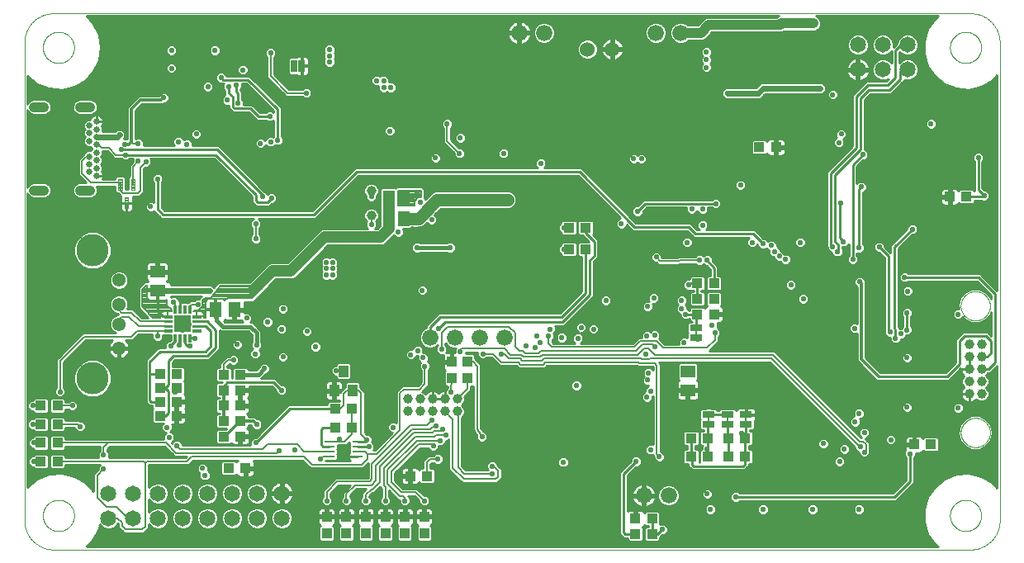
<source format=gbl>
G75*
%MOIN*%
%OFA0B0*%
%FSLAX25Y25*%
%IPPOS*%
%LPD*%
%AMOC8*
5,1,8,0,0,1.08239X$1,22.5*
%
%ADD10C,0.00000*%
%ADD11C,0.00039*%
%ADD12R,0.05906X0.05118*%
%ADD13R,0.04331X0.03937*%
%ADD14R,0.05000X0.02500*%
%ADD15R,0.01000X0.01600*%
%ADD16C,0.05433*%
%ADD17C,0.13055*%
%ADD18C,0.00072*%
%ADD19R,0.06693X0.06693*%
%ADD20R,0.05118X0.05906*%
%ADD21R,0.04200X0.01000*%
%ADD22R,0.03937X0.05000*%
%ADD23C,0.03937*%
%ADD24R,0.03937X0.04331*%
%ADD25C,0.06600*%
%ADD26C,0.02575*%
%ADD27C,0.03937*%
%ADD28C,0.00492*%
%ADD29C,0.06000*%
%ADD30R,0.02500X0.05000*%
%ADD31C,0.06496*%
%ADD32R,0.04600X0.06300*%
%ADD33C,0.01000*%
%ADD34OC8,0.02220*%
%ADD35C,0.01200*%
%ADD36C,0.00800*%
%ADD37C,0.00600*%
%ADD38C,0.01600*%
%ADD39C,0.02400*%
%ADD40C,0.02200*%
%ADD41C,0.05000*%
%ADD42C,0.04000*%
%ADD43C,0.04500*%
D10*
X0083936Y0127750D02*
X0454015Y0127750D01*
X0454300Y0127753D01*
X0454586Y0127764D01*
X0454871Y0127781D01*
X0455155Y0127805D01*
X0455439Y0127836D01*
X0455722Y0127874D01*
X0456003Y0127919D01*
X0456284Y0127970D01*
X0456564Y0128028D01*
X0456842Y0128093D01*
X0457118Y0128165D01*
X0457392Y0128243D01*
X0457665Y0128328D01*
X0457935Y0128420D01*
X0458203Y0128518D01*
X0458469Y0128622D01*
X0458732Y0128733D01*
X0458992Y0128850D01*
X0459250Y0128973D01*
X0459504Y0129103D01*
X0459755Y0129239D01*
X0460003Y0129380D01*
X0460247Y0129528D01*
X0460488Y0129681D01*
X0460724Y0129841D01*
X0460957Y0130006D01*
X0461186Y0130176D01*
X0461411Y0130352D01*
X0461631Y0130534D01*
X0461847Y0130720D01*
X0462058Y0130912D01*
X0462265Y0131109D01*
X0462467Y0131311D01*
X0462664Y0131518D01*
X0462856Y0131729D01*
X0463042Y0131945D01*
X0463224Y0132165D01*
X0463400Y0132390D01*
X0463570Y0132619D01*
X0463735Y0132852D01*
X0463895Y0133088D01*
X0464048Y0133329D01*
X0464196Y0133573D01*
X0464337Y0133821D01*
X0464473Y0134072D01*
X0464603Y0134326D01*
X0464726Y0134584D01*
X0464843Y0134844D01*
X0464954Y0135107D01*
X0465058Y0135373D01*
X0465156Y0135641D01*
X0465248Y0135911D01*
X0465333Y0136184D01*
X0465411Y0136458D01*
X0465483Y0136734D01*
X0465548Y0137012D01*
X0465606Y0137292D01*
X0465657Y0137573D01*
X0465702Y0137854D01*
X0465740Y0138137D01*
X0465771Y0138421D01*
X0465795Y0138705D01*
X0465812Y0138990D01*
X0465823Y0139276D01*
X0465826Y0139561D01*
X0465826Y0332474D01*
X0465823Y0332759D01*
X0465812Y0333045D01*
X0465795Y0333330D01*
X0465771Y0333614D01*
X0465740Y0333898D01*
X0465702Y0334181D01*
X0465657Y0334462D01*
X0465606Y0334743D01*
X0465548Y0335023D01*
X0465483Y0335301D01*
X0465411Y0335577D01*
X0465333Y0335851D01*
X0465248Y0336124D01*
X0465156Y0336394D01*
X0465058Y0336662D01*
X0464954Y0336928D01*
X0464843Y0337191D01*
X0464726Y0337451D01*
X0464603Y0337709D01*
X0464473Y0337963D01*
X0464337Y0338214D01*
X0464196Y0338462D01*
X0464048Y0338706D01*
X0463895Y0338947D01*
X0463735Y0339183D01*
X0463570Y0339416D01*
X0463400Y0339645D01*
X0463224Y0339870D01*
X0463042Y0340090D01*
X0462856Y0340306D01*
X0462664Y0340517D01*
X0462467Y0340724D01*
X0462265Y0340926D01*
X0462058Y0341123D01*
X0461847Y0341315D01*
X0461631Y0341501D01*
X0461411Y0341683D01*
X0461186Y0341859D01*
X0460957Y0342029D01*
X0460724Y0342194D01*
X0460488Y0342354D01*
X0460247Y0342507D01*
X0460003Y0342655D01*
X0459755Y0342796D01*
X0459504Y0342932D01*
X0459250Y0343062D01*
X0458992Y0343185D01*
X0458732Y0343302D01*
X0458469Y0343413D01*
X0458203Y0343517D01*
X0457935Y0343615D01*
X0457665Y0343707D01*
X0457392Y0343792D01*
X0457118Y0343870D01*
X0456842Y0343942D01*
X0456564Y0344007D01*
X0456284Y0344065D01*
X0456003Y0344116D01*
X0455722Y0344161D01*
X0455439Y0344199D01*
X0455155Y0344230D01*
X0454871Y0344254D01*
X0454586Y0344271D01*
X0454300Y0344282D01*
X0454015Y0344285D01*
X0083936Y0344285D01*
X0083651Y0344282D01*
X0083365Y0344271D01*
X0083080Y0344254D01*
X0082796Y0344230D01*
X0082512Y0344199D01*
X0082229Y0344161D01*
X0081948Y0344116D01*
X0081667Y0344065D01*
X0081387Y0344007D01*
X0081109Y0343942D01*
X0080833Y0343870D01*
X0080559Y0343792D01*
X0080286Y0343707D01*
X0080016Y0343615D01*
X0079748Y0343517D01*
X0079482Y0343413D01*
X0079219Y0343302D01*
X0078959Y0343185D01*
X0078701Y0343062D01*
X0078447Y0342932D01*
X0078196Y0342796D01*
X0077948Y0342655D01*
X0077704Y0342507D01*
X0077463Y0342354D01*
X0077227Y0342194D01*
X0076994Y0342029D01*
X0076765Y0341859D01*
X0076540Y0341683D01*
X0076320Y0341501D01*
X0076104Y0341315D01*
X0075893Y0341123D01*
X0075686Y0340926D01*
X0075484Y0340724D01*
X0075287Y0340517D01*
X0075095Y0340306D01*
X0074909Y0340090D01*
X0074727Y0339870D01*
X0074551Y0339645D01*
X0074381Y0339416D01*
X0074216Y0339183D01*
X0074056Y0338947D01*
X0073903Y0338706D01*
X0073755Y0338462D01*
X0073614Y0338214D01*
X0073478Y0337963D01*
X0073348Y0337709D01*
X0073225Y0337451D01*
X0073108Y0337191D01*
X0072997Y0336928D01*
X0072893Y0336662D01*
X0072795Y0336394D01*
X0072703Y0336124D01*
X0072618Y0335851D01*
X0072540Y0335577D01*
X0072468Y0335301D01*
X0072403Y0335023D01*
X0072345Y0334743D01*
X0072294Y0334462D01*
X0072249Y0334181D01*
X0072211Y0333898D01*
X0072180Y0333614D01*
X0072156Y0333330D01*
X0072139Y0333045D01*
X0072128Y0332759D01*
X0072125Y0332474D01*
X0072125Y0139561D01*
X0072128Y0139276D01*
X0072139Y0138990D01*
X0072156Y0138705D01*
X0072180Y0138421D01*
X0072211Y0138137D01*
X0072249Y0137854D01*
X0072294Y0137573D01*
X0072345Y0137292D01*
X0072403Y0137012D01*
X0072468Y0136734D01*
X0072540Y0136458D01*
X0072618Y0136184D01*
X0072703Y0135911D01*
X0072795Y0135641D01*
X0072893Y0135373D01*
X0072997Y0135107D01*
X0073108Y0134844D01*
X0073225Y0134584D01*
X0073348Y0134326D01*
X0073478Y0134072D01*
X0073614Y0133821D01*
X0073755Y0133573D01*
X0073903Y0133329D01*
X0074056Y0133088D01*
X0074216Y0132852D01*
X0074381Y0132619D01*
X0074551Y0132390D01*
X0074727Y0132165D01*
X0074909Y0131945D01*
X0075095Y0131729D01*
X0075287Y0131518D01*
X0075484Y0131311D01*
X0075686Y0131109D01*
X0075893Y0130912D01*
X0076104Y0130720D01*
X0076320Y0130534D01*
X0076540Y0130352D01*
X0076765Y0130176D01*
X0076994Y0130006D01*
X0077227Y0129841D01*
X0077463Y0129681D01*
X0077704Y0129528D01*
X0077948Y0129380D01*
X0078196Y0129239D01*
X0078447Y0129103D01*
X0078701Y0128973D01*
X0078959Y0128850D01*
X0079219Y0128733D01*
X0079482Y0128622D01*
X0079748Y0128518D01*
X0080016Y0128420D01*
X0080286Y0128328D01*
X0080559Y0128243D01*
X0080833Y0128165D01*
X0081109Y0128093D01*
X0081387Y0128028D01*
X0081667Y0127970D01*
X0081948Y0127919D01*
X0082229Y0127874D01*
X0082512Y0127836D01*
X0082796Y0127805D01*
X0083080Y0127781D01*
X0083365Y0127764D01*
X0083651Y0127753D01*
X0083936Y0127750D01*
X0079606Y0141530D02*
X0079608Y0141688D01*
X0079614Y0141846D01*
X0079624Y0142004D01*
X0079638Y0142162D01*
X0079656Y0142319D01*
X0079677Y0142476D01*
X0079703Y0142632D01*
X0079733Y0142788D01*
X0079766Y0142943D01*
X0079804Y0143096D01*
X0079845Y0143249D01*
X0079890Y0143401D01*
X0079939Y0143552D01*
X0079992Y0143701D01*
X0080048Y0143849D01*
X0080108Y0143995D01*
X0080172Y0144140D01*
X0080240Y0144283D01*
X0080311Y0144425D01*
X0080385Y0144565D01*
X0080463Y0144702D01*
X0080545Y0144838D01*
X0080629Y0144972D01*
X0080718Y0145103D01*
X0080809Y0145232D01*
X0080904Y0145359D01*
X0081001Y0145484D01*
X0081102Y0145606D01*
X0081206Y0145725D01*
X0081313Y0145842D01*
X0081423Y0145956D01*
X0081536Y0146067D01*
X0081651Y0146176D01*
X0081769Y0146281D01*
X0081890Y0146383D01*
X0082013Y0146483D01*
X0082139Y0146579D01*
X0082267Y0146672D01*
X0082397Y0146762D01*
X0082530Y0146848D01*
X0082665Y0146932D01*
X0082801Y0147011D01*
X0082940Y0147088D01*
X0083081Y0147160D01*
X0083223Y0147230D01*
X0083367Y0147295D01*
X0083513Y0147357D01*
X0083660Y0147415D01*
X0083809Y0147470D01*
X0083959Y0147521D01*
X0084110Y0147568D01*
X0084262Y0147611D01*
X0084415Y0147650D01*
X0084570Y0147686D01*
X0084725Y0147717D01*
X0084881Y0147745D01*
X0085037Y0147769D01*
X0085194Y0147789D01*
X0085352Y0147805D01*
X0085509Y0147817D01*
X0085668Y0147825D01*
X0085826Y0147829D01*
X0085984Y0147829D01*
X0086142Y0147825D01*
X0086301Y0147817D01*
X0086458Y0147805D01*
X0086616Y0147789D01*
X0086773Y0147769D01*
X0086929Y0147745D01*
X0087085Y0147717D01*
X0087240Y0147686D01*
X0087395Y0147650D01*
X0087548Y0147611D01*
X0087700Y0147568D01*
X0087851Y0147521D01*
X0088001Y0147470D01*
X0088150Y0147415D01*
X0088297Y0147357D01*
X0088443Y0147295D01*
X0088587Y0147230D01*
X0088729Y0147160D01*
X0088870Y0147088D01*
X0089009Y0147011D01*
X0089145Y0146932D01*
X0089280Y0146848D01*
X0089413Y0146762D01*
X0089543Y0146672D01*
X0089671Y0146579D01*
X0089797Y0146483D01*
X0089920Y0146383D01*
X0090041Y0146281D01*
X0090159Y0146176D01*
X0090274Y0146067D01*
X0090387Y0145956D01*
X0090497Y0145842D01*
X0090604Y0145725D01*
X0090708Y0145606D01*
X0090809Y0145484D01*
X0090906Y0145359D01*
X0091001Y0145232D01*
X0091092Y0145103D01*
X0091181Y0144972D01*
X0091265Y0144838D01*
X0091347Y0144702D01*
X0091425Y0144565D01*
X0091499Y0144425D01*
X0091570Y0144283D01*
X0091638Y0144140D01*
X0091702Y0143995D01*
X0091762Y0143849D01*
X0091818Y0143701D01*
X0091871Y0143552D01*
X0091920Y0143401D01*
X0091965Y0143249D01*
X0092006Y0143096D01*
X0092044Y0142943D01*
X0092077Y0142788D01*
X0092107Y0142632D01*
X0092133Y0142476D01*
X0092154Y0142319D01*
X0092172Y0142162D01*
X0092186Y0142004D01*
X0092196Y0141846D01*
X0092202Y0141688D01*
X0092204Y0141530D01*
X0092202Y0141372D01*
X0092196Y0141214D01*
X0092186Y0141056D01*
X0092172Y0140898D01*
X0092154Y0140741D01*
X0092133Y0140584D01*
X0092107Y0140428D01*
X0092077Y0140272D01*
X0092044Y0140117D01*
X0092006Y0139964D01*
X0091965Y0139811D01*
X0091920Y0139659D01*
X0091871Y0139508D01*
X0091818Y0139359D01*
X0091762Y0139211D01*
X0091702Y0139065D01*
X0091638Y0138920D01*
X0091570Y0138777D01*
X0091499Y0138635D01*
X0091425Y0138495D01*
X0091347Y0138358D01*
X0091265Y0138222D01*
X0091181Y0138088D01*
X0091092Y0137957D01*
X0091001Y0137828D01*
X0090906Y0137701D01*
X0090809Y0137576D01*
X0090708Y0137454D01*
X0090604Y0137335D01*
X0090497Y0137218D01*
X0090387Y0137104D01*
X0090274Y0136993D01*
X0090159Y0136884D01*
X0090041Y0136779D01*
X0089920Y0136677D01*
X0089797Y0136577D01*
X0089671Y0136481D01*
X0089543Y0136388D01*
X0089413Y0136298D01*
X0089280Y0136212D01*
X0089145Y0136128D01*
X0089009Y0136049D01*
X0088870Y0135972D01*
X0088729Y0135900D01*
X0088587Y0135830D01*
X0088443Y0135765D01*
X0088297Y0135703D01*
X0088150Y0135645D01*
X0088001Y0135590D01*
X0087851Y0135539D01*
X0087700Y0135492D01*
X0087548Y0135449D01*
X0087395Y0135410D01*
X0087240Y0135374D01*
X0087085Y0135343D01*
X0086929Y0135315D01*
X0086773Y0135291D01*
X0086616Y0135271D01*
X0086458Y0135255D01*
X0086301Y0135243D01*
X0086142Y0135235D01*
X0085984Y0135231D01*
X0085826Y0135231D01*
X0085668Y0135235D01*
X0085509Y0135243D01*
X0085352Y0135255D01*
X0085194Y0135271D01*
X0085037Y0135291D01*
X0084881Y0135315D01*
X0084725Y0135343D01*
X0084570Y0135374D01*
X0084415Y0135410D01*
X0084262Y0135449D01*
X0084110Y0135492D01*
X0083959Y0135539D01*
X0083809Y0135590D01*
X0083660Y0135645D01*
X0083513Y0135703D01*
X0083367Y0135765D01*
X0083223Y0135830D01*
X0083081Y0135900D01*
X0082940Y0135972D01*
X0082801Y0136049D01*
X0082665Y0136128D01*
X0082530Y0136212D01*
X0082397Y0136298D01*
X0082267Y0136388D01*
X0082139Y0136481D01*
X0082013Y0136577D01*
X0081890Y0136677D01*
X0081769Y0136779D01*
X0081651Y0136884D01*
X0081536Y0136993D01*
X0081423Y0137104D01*
X0081313Y0137218D01*
X0081206Y0137335D01*
X0081102Y0137454D01*
X0081001Y0137576D01*
X0080904Y0137701D01*
X0080809Y0137828D01*
X0080718Y0137957D01*
X0080629Y0138088D01*
X0080545Y0138222D01*
X0080463Y0138358D01*
X0080385Y0138495D01*
X0080311Y0138635D01*
X0080240Y0138777D01*
X0080172Y0138920D01*
X0080108Y0139065D01*
X0080048Y0139211D01*
X0079992Y0139359D01*
X0079939Y0139508D01*
X0079890Y0139659D01*
X0079845Y0139811D01*
X0079804Y0139964D01*
X0079766Y0140117D01*
X0079733Y0140272D01*
X0079703Y0140428D01*
X0079677Y0140584D01*
X0079656Y0140741D01*
X0079638Y0140898D01*
X0079624Y0141056D01*
X0079614Y0141214D01*
X0079608Y0141372D01*
X0079606Y0141530D01*
X0079606Y0330506D02*
X0079608Y0330664D01*
X0079614Y0330822D01*
X0079624Y0330980D01*
X0079638Y0331138D01*
X0079656Y0331295D01*
X0079677Y0331452D01*
X0079703Y0331608D01*
X0079733Y0331764D01*
X0079766Y0331919D01*
X0079804Y0332072D01*
X0079845Y0332225D01*
X0079890Y0332377D01*
X0079939Y0332528D01*
X0079992Y0332677D01*
X0080048Y0332825D01*
X0080108Y0332971D01*
X0080172Y0333116D01*
X0080240Y0333259D01*
X0080311Y0333401D01*
X0080385Y0333541D01*
X0080463Y0333678D01*
X0080545Y0333814D01*
X0080629Y0333948D01*
X0080718Y0334079D01*
X0080809Y0334208D01*
X0080904Y0334335D01*
X0081001Y0334460D01*
X0081102Y0334582D01*
X0081206Y0334701D01*
X0081313Y0334818D01*
X0081423Y0334932D01*
X0081536Y0335043D01*
X0081651Y0335152D01*
X0081769Y0335257D01*
X0081890Y0335359D01*
X0082013Y0335459D01*
X0082139Y0335555D01*
X0082267Y0335648D01*
X0082397Y0335738D01*
X0082530Y0335824D01*
X0082665Y0335908D01*
X0082801Y0335987D01*
X0082940Y0336064D01*
X0083081Y0336136D01*
X0083223Y0336206D01*
X0083367Y0336271D01*
X0083513Y0336333D01*
X0083660Y0336391D01*
X0083809Y0336446D01*
X0083959Y0336497D01*
X0084110Y0336544D01*
X0084262Y0336587D01*
X0084415Y0336626D01*
X0084570Y0336662D01*
X0084725Y0336693D01*
X0084881Y0336721D01*
X0085037Y0336745D01*
X0085194Y0336765D01*
X0085352Y0336781D01*
X0085509Y0336793D01*
X0085668Y0336801D01*
X0085826Y0336805D01*
X0085984Y0336805D01*
X0086142Y0336801D01*
X0086301Y0336793D01*
X0086458Y0336781D01*
X0086616Y0336765D01*
X0086773Y0336745D01*
X0086929Y0336721D01*
X0087085Y0336693D01*
X0087240Y0336662D01*
X0087395Y0336626D01*
X0087548Y0336587D01*
X0087700Y0336544D01*
X0087851Y0336497D01*
X0088001Y0336446D01*
X0088150Y0336391D01*
X0088297Y0336333D01*
X0088443Y0336271D01*
X0088587Y0336206D01*
X0088729Y0336136D01*
X0088870Y0336064D01*
X0089009Y0335987D01*
X0089145Y0335908D01*
X0089280Y0335824D01*
X0089413Y0335738D01*
X0089543Y0335648D01*
X0089671Y0335555D01*
X0089797Y0335459D01*
X0089920Y0335359D01*
X0090041Y0335257D01*
X0090159Y0335152D01*
X0090274Y0335043D01*
X0090387Y0334932D01*
X0090497Y0334818D01*
X0090604Y0334701D01*
X0090708Y0334582D01*
X0090809Y0334460D01*
X0090906Y0334335D01*
X0091001Y0334208D01*
X0091092Y0334079D01*
X0091181Y0333948D01*
X0091265Y0333814D01*
X0091347Y0333678D01*
X0091425Y0333541D01*
X0091499Y0333401D01*
X0091570Y0333259D01*
X0091638Y0333116D01*
X0091702Y0332971D01*
X0091762Y0332825D01*
X0091818Y0332677D01*
X0091871Y0332528D01*
X0091920Y0332377D01*
X0091965Y0332225D01*
X0092006Y0332072D01*
X0092044Y0331919D01*
X0092077Y0331764D01*
X0092107Y0331608D01*
X0092133Y0331452D01*
X0092154Y0331295D01*
X0092172Y0331138D01*
X0092186Y0330980D01*
X0092196Y0330822D01*
X0092202Y0330664D01*
X0092204Y0330506D01*
X0092202Y0330348D01*
X0092196Y0330190D01*
X0092186Y0330032D01*
X0092172Y0329874D01*
X0092154Y0329717D01*
X0092133Y0329560D01*
X0092107Y0329404D01*
X0092077Y0329248D01*
X0092044Y0329093D01*
X0092006Y0328940D01*
X0091965Y0328787D01*
X0091920Y0328635D01*
X0091871Y0328484D01*
X0091818Y0328335D01*
X0091762Y0328187D01*
X0091702Y0328041D01*
X0091638Y0327896D01*
X0091570Y0327753D01*
X0091499Y0327611D01*
X0091425Y0327471D01*
X0091347Y0327334D01*
X0091265Y0327198D01*
X0091181Y0327064D01*
X0091092Y0326933D01*
X0091001Y0326804D01*
X0090906Y0326677D01*
X0090809Y0326552D01*
X0090708Y0326430D01*
X0090604Y0326311D01*
X0090497Y0326194D01*
X0090387Y0326080D01*
X0090274Y0325969D01*
X0090159Y0325860D01*
X0090041Y0325755D01*
X0089920Y0325653D01*
X0089797Y0325553D01*
X0089671Y0325457D01*
X0089543Y0325364D01*
X0089413Y0325274D01*
X0089280Y0325188D01*
X0089145Y0325104D01*
X0089009Y0325025D01*
X0088870Y0324948D01*
X0088729Y0324876D01*
X0088587Y0324806D01*
X0088443Y0324741D01*
X0088297Y0324679D01*
X0088150Y0324621D01*
X0088001Y0324566D01*
X0087851Y0324515D01*
X0087700Y0324468D01*
X0087548Y0324425D01*
X0087395Y0324386D01*
X0087240Y0324350D01*
X0087085Y0324319D01*
X0086929Y0324291D01*
X0086773Y0324267D01*
X0086616Y0324247D01*
X0086458Y0324231D01*
X0086301Y0324219D01*
X0086142Y0324211D01*
X0085984Y0324207D01*
X0085826Y0324207D01*
X0085668Y0324211D01*
X0085509Y0324219D01*
X0085352Y0324231D01*
X0085194Y0324247D01*
X0085037Y0324267D01*
X0084881Y0324291D01*
X0084725Y0324319D01*
X0084570Y0324350D01*
X0084415Y0324386D01*
X0084262Y0324425D01*
X0084110Y0324468D01*
X0083959Y0324515D01*
X0083809Y0324566D01*
X0083660Y0324621D01*
X0083513Y0324679D01*
X0083367Y0324741D01*
X0083223Y0324806D01*
X0083081Y0324876D01*
X0082940Y0324948D01*
X0082801Y0325025D01*
X0082665Y0325104D01*
X0082530Y0325188D01*
X0082397Y0325274D01*
X0082267Y0325364D01*
X0082139Y0325457D01*
X0082013Y0325553D01*
X0081890Y0325653D01*
X0081769Y0325755D01*
X0081651Y0325860D01*
X0081536Y0325969D01*
X0081423Y0326080D01*
X0081313Y0326194D01*
X0081206Y0326311D01*
X0081102Y0326430D01*
X0081001Y0326552D01*
X0080904Y0326677D01*
X0080809Y0326804D01*
X0080718Y0326933D01*
X0080629Y0327064D01*
X0080545Y0327198D01*
X0080463Y0327334D01*
X0080385Y0327471D01*
X0080311Y0327611D01*
X0080240Y0327753D01*
X0080172Y0327896D01*
X0080108Y0328041D01*
X0080048Y0328187D01*
X0079992Y0328335D01*
X0079939Y0328484D01*
X0079890Y0328635D01*
X0079845Y0328787D01*
X0079804Y0328940D01*
X0079766Y0329093D01*
X0079733Y0329248D01*
X0079703Y0329404D01*
X0079677Y0329560D01*
X0079656Y0329717D01*
X0079638Y0329874D01*
X0079624Y0330032D01*
X0079614Y0330190D01*
X0079608Y0330348D01*
X0079606Y0330506D01*
X0445747Y0330506D02*
X0445749Y0330664D01*
X0445755Y0330822D01*
X0445765Y0330980D01*
X0445779Y0331138D01*
X0445797Y0331295D01*
X0445818Y0331452D01*
X0445844Y0331608D01*
X0445874Y0331764D01*
X0445907Y0331919D01*
X0445945Y0332072D01*
X0445986Y0332225D01*
X0446031Y0332377D01*
X0446080Y0332528D01*
X0446133Y0332677D01*
X0446189Y0332825D01*
X0446249Y0332971D01*
X0446313Y0333116D01*
X0446381Y0333259D01*
X0446452Y0333401D01*
X0446526Y0333541D01*
X0446604Y0333678D01*
X0446686Y0333814D01*
X0446770Y0333948D01*
X0446859Y0334079D01*
X0446950Y0334208D01*
X0447045Y0334335D01*
X0447142Y0334460D01*
X0447243Y0334582D01*
X0447347Y0334701D01*
X0447454Y0334818D01*
X0447564Y0334932D01*
X0447677Y0335043D01*
X0447792Y0335152D01*
X0447910Y0335257D01*
X0448031Y0335359D01*
X0448154Y0335459D01*
X0448280Y0335555D01*
X0448408Y0335648D01*
X0448538Y0335738D01*
X0448671Y0335824D01*
X0448806Y0335908D01*
X0448942Y0335987D01*
X0449081Y0336064D01*
X0449222Y0336136D01*
X0449364Y0336206D01*
X0449508Y0336271D01*
X0449654Y0336333D01*
X0449801Y0336391D01*
X0449950Y0336446D01*
X0450100Y0336497D01*
X0450251Y0336544D01*
X0450403Y0336587D01*
X0450556Y0336626D01*
X0450711Y0336662D01*
X0450866Y0336693D01*
X0451022Y0336721D01*
X0451178Y0336745D01*
X0451335Y0336765D01*
X0451493Y0336781D01*
X0451650Y0336793D01*
X0451809Y0336801D01*
X0451967Y0336805D01*
X0452125Y0336805D01*
X0452283Y0336801D01*
X0452442Y0336793D01*
X0452599Y0336781D01*
X0452757Y0336765D01*
X0452914Y0336745D01*
X0453070Y0336721D01*
X0453226Y0336693D01*
X0453381Y0336662D01*
X0453536Y0336626D01*
X0453689Y0336587D01*
X0453841Y0336544D01*
X0453992Y0336497D01*
X0454142Y0336446D01*
X0454291Y0336391D01*
X0454438Y0336333D01*
X0454584Y0336271D01*
X0454728Y0336206D01*
X0454870Y0336136D01*
X0455011Y0336064D01*
X0455150Y0335987D01*
X0455286Y0335908D01*
X0455421Y0335824D01*
X0455554Y0335738D01*
X0455684Y0335648D01*
X0455812Y0335555D01*
X0455938Y0335459D01*
X0456061Y0335359D01*
X0456182Y0335257D01*
X0456300Y0335152D01*
X0456415Y0335043D01*
X0456528Y0334932D01*
X0456638Y0334818D01*
X0456745Y0334701D01*
X0456849Y0334582D01*
X0456950Y0334460D01*
X0457047Y0334335D01*
X0457142Y0334208D01*
X0457233Y0334079D01*
X0457322Y0333948D01*
X0457406Y0333814D01*
X0457488Y0333678D01*
X0457566Y0333541D01*
X0457640Y0333401D01*
X0457711Y0333259D01*
X0457779Y0333116D01*
X0457843Y0332971D01*
X0457903Y0332825D01*
X0457959Y0332677D01*
X0458012Y0332528D01*
X0458061Y0332377D01*
X0458106Y0332225D01*
X0458147Y0332072D01*
X0458185Y0331919D01*
X0458218Y0331764D01*
X0458248Y0331608D01*
X0458274Y0331452D01*
X0458295Y0331295D01*
X0458313Y0331138D01*
X0458327Y0330980D01*
X0458337Y0330822D01*
X0458343Y0330664D01*
X0458345Y0330506D01*
X0458343Y0330348D01*
X0458337Y0330190D01*
X0458327Y0330032D01*
X0458313Y0329874D01*
X0458295Y0329717D01*
X0458274Y0329560D01*
X0458248Y0329404D01*
X0458218Y0329248D01*
X0458185Y0329093D01*
X0458147Y0328940D01*
X0458106Y0328787D01*
X0458061Y0328635D01*
X0458012Y0328484D01*
X0457959Y0328335D01*
X0457903Y0328187D01*
X0457843Y0328041D01*
X0457779Y0327896D01*
X0457711Y0327753D01*
X0457640Y0327611D01*
X0457566Y0327471D01*
X0457488Y0327334D01*
X0457406Y0327198D01*
X0457322Y0327064D01*
X0457233Y0326933D01*
X0457142Y0326804D01*
X0457047Y0326677D01*
X0456950Y0326552D01*
X0456849Y0326430D01*
X0456745Y0326311D01*
X0456638Y0326194D01*
X0456528Y0326080D01*
X0456415Y0325969D01*
X0456300Y0325860D01*
X0456182Y0325755D01*
X0456061Y0325653D01*
X0455938Y0325553D01*
X0455812Y0325457D01*
X0455684Y0325364D01*
X0455554Y0325274D01*
X0455421Y0325188D01*
X0455286Y0325104D01*
X0455150Y0325025D01*
X0455011Y0324948D01*
X0454870Y0324876D01*
X0454728Y0324806D01*
X0454584Y0324741D01*
X0454438Y0324679D01*
X0454291Y0324621D01*
X0454142Y0324566D01*
X0453992Y0324515D01*
X0453841Y0324468D01*
X0453689Y0324425D01*
X0453536Y0324386D01*
X0453381Y0324350D01*
X0453226Y0324319D01*
X0453070Y0324291D01*
X0452914Y0324267D01*
X0452757Y0324247D01*
X0452599Y0324231D01*
X0452442Y0324219D01*
X0452283Y0324211D01*
X0452125Y0324207D01*
X0451967Y0324207D01*
X0451809Y0324211D01*
X0451650Y0324219D01*
X0451493Y0324231D01*
X0451335Y0324247D01*
X0451178Y0324267D01*
X0451022Y0324291D01*
X0450866Y0324319D01*
X0450711Y0324350D01*
X0450556Y0324386D01*
X0450403Y0324425D01*
X0450251Y0324468D01*
X0450100Y0324515D01*
X0449950Y0324566D01*
X0449801Y0324621D01*
X0449654Y0324679D01*
X0449508Y0324741D01*
X0449364Y0324806D01*
X0449222Y0324876D01*
X0449081Y0324948D01*
X0448942Y0325025D01*
X0448806Y0325104D01*
X0448671Y0325188D01*
X0448538Y0325274D01*
X0448408Y0325364D01*
X0448280Y0325457D01*
X0448154Y0325553D01*
X0448031Y0325653D01*
X0447910Y0325755D01*
X0447792Y0325860D01*
X0447677Y0325969D01*
X0447564Y0326080D01*
X0447454Y0326194D01*
X0447347Y0326311D01*
X0447243Y0326430D01*
X0447142Y0326552D01*
X0447045Y0326677D01*
X0446950Y0326804D01*
X0446859Y0326933D01*
X0446770Y0327064D01*
X0446686Y0327198D01*
X0446604Y0327334D01*
X0446526Y0327471D01*
X0446452Y0327611D01*
X0446381Y0327753D01*
X0446313Y0327896D01*
X0446249Y0328041D01*
X0446189Y0328187D01*
X0446133Y0328335D01*
X0446080Y0328484D01*
X0446031Y0328635D01*
X0445986Y0328787D01*
X0445945Y0328940D01*
X0445907Y0329093D01*
X0445874Y0329248D01*
X0445844Y0329404D01*
X0445818Y0329560D01*
X0445797Y0329717D01*
X0445779Y0329874D01*
X0445765Y0330032D01*
X0445755Y0330190D01*
X0445749Y0330348D01*
X0445747Y0330506D01*
X0445747Y0141530D02*
X0445749Y0141688D01*
X0445755Y0141846D01*
X0445765Y0142004D01*
X0445779Y0142162D01*
X0445797Y0142319D01*
X0445818Y0142476D01*
X0445844Y0142632D01*
X0445874Y0142788D01*
X0445907Y0142943D01*
X0445945Y0143096D01*
X0445986Y0143249D01*
X0446031Y0143401D01*
X0446080Y0143552D01*
X0446133Y0143701D01*
X0446189Y0143849D01*
X0446249Y0143995D01*
X0446313Y0144140D01*
X0446381Y0144283D01*
X0446452Y0144425D01*
X0446526Y0144565D01*
X0446604Y0144702D01*
X0446686Y0144838D01*
X0446770Y0144972D01*
X0446859Y0145103D01*
X0446950Y0145232D01*
X0447045Y0145359D01*
X0447142Y0145484D01*
X0447243Y0145606D01*
X0447347Y0145725D01*
X0447454Y0145842D01*
X0447564Y0145956D01*
X0447677Y0146067D01*
X0447792Y0146176D01*
X0447910Y0146281D01*
X0448031Y0146383D01*
X0448154Y0146483D01*
X0448280Y0146579D01*
X0448408Y0146672D01*
X0448538Y0146762D01*
X0448671Y0146848D01*
X0448806Y0146932D01*
X0448942Y0147011D01*
X0449081Y0147088D01*
X0449222Y0147160D01*
X0449364Y0147230D01*
X0449508Y0147295D01*
X0449654Y0147357D01*
X0449801Y0147415D01*
X0449950Y0147470D01*
X0450100Y0147521D01*
X0450251Y0147568D01*
X0450403Y0147611D01*
X0450556Y0147650D01*
X0450711Y0147686D01*
X0450866Y0147717D01*
X0451022Y0147745D01*
X0451178Y0147769D01*
X0451335Y0147789D01*
X0451493Y0147805D01*
X0451650Y0147817D01*
X0451809Y0147825D01*
X0451967Y0147829D01*
X0452125Y0147829D01*
X0452283Y0147825D01*
X0452442Y0147817D01*
X0452599Y0147805D01*
X0452757Y0147789D01*
X0452914Y0147769D01*
X0453070Y0147745D01*
X0453226Y0147717D01*
X0453381Y0147686D01*
X0453536Y0147650D01*
X0453689Y0147611D01*
X0453841Y0147568D01*
X0453992Y0147521D01*
X0454142Y0147470D01*
X0454291Y0147415D01*
X0454438Y0147357D01*
X0454584Y0147295D01*
X0454728Y0147230D01*
X0454870Y0147160D01*
X0455011Y0147088D01*
X0455150Y0147011D01*
X0455286Y0146932D01*
X0455421Y0146848D01*
X0455554Y0146762D01*
X0455684Y0146672D01*
X0455812Y0146579D01*
X0455938Y0146483D01*
X0456061Y0146383D01*
X0456182Y0146281D01*
X0456300Y0146176D01*
X0456415Y0146067D01*
X0456528Y0145956D01*
X0456638Y0145842D01*
X0456745Y0145725D01*
X0456849Y0145606D01*
X0456950Y0145484D01*
X0457047Y0145359D01*
X0457142Y0145232D01*
X0457233Y0145103D01*
X0457322Y0144972D01*
X0457406Y0144838D01*
X0457488Y0144702D01*
X0457566Y0144565D01*
X0457640Y0144425D01*
X0457711Y0144283D01*
X0457779Y0144140D01*
X0457843Y0143995D01*
X0457903Y0143849D01*
X0457959Y0143701D01*
X0458012Y0143552D01*
X0458061Y0143401D01*
X0458106Y0143249D01*
X0458147Y0143096D01*
X0458185Y0142943D01*
X0458218Y0142788D01*
X0458248Y0142632D01*
X0458274Y0142476D01*
X0458295Y0142319D01*
X0458313Y0142162D01*
X0458327Y0142004D01*
X0458337Y0141846D01*
X0458343Y0141688D01*
X0458345Y0141530D01*
X0458343Y0141372D01*
X0458337Y0141214D01*
X0458327Y0141056D01*
X0458313Y0140898D01*
X0458295Y0140741D01*
X0458274Y0140584D01*
X0458248Y0140428D01*
X0458218Y0140272D01*
X0458185Y0140117D01*
X0458147Y0139964D01*
X0458106Y0139811D01*
X0458061Y0139659D01*
X0458012Y0139508D01*
X0457959Y0139359D01*
X0457903Y0139211D01*
X0457843Y0139065D01*
X0457779Y0138920D01*
X0457711Y0138777D01*
X0457640Y0138635D01*
X0457566Y0138495D01*
X0457488Y0138358D01*
X0457406Y0138222D01*
X0457322Y0138088D01*
X0457233Y0137957D01*
X0457142Y0137828D01*
X0457047Y0137701D01*
X0456950Y0137576D01*
X0456849Y0137454D01*
X0456745Y0137335D01*
X0456638Y0137218D01*
X0456528Y0137104D01*
X0456415Y0136993D01*
X0456300Y0136884D01*
X0456182Y0136779D01*
X0456061Y0136677D01*
X0455938Y0136577D01*
X0455812Y0136481D01*
X0455684Y0136388D01*
X0455554Y0136298D01*
X0455421Y0136212D01*
X0455286Y0136128D01*
X0455150Y0136049D01*
X0455011Y0135972D01*
X0454870Y0135900D01*
X0454728Y0135830D01*
X0454584Y0135765D01*
X0454438Y0135703D01*
X0454291Y0135645D01*
X0454142Y0135590D01*
X0453992Y0135539D01*
X0453841Y0135492D01*
X0453689Y0135449D01*
X0453536Y0135410D01*
X0453381Y0135374D01*
X0453226Y0135343D01*
X0453070Y0135315D01*
X0452914Y0135291D01*
X0452757Y0135271D01*
X0452599Y0135255D01*
X0452442Y0135243D01*
X0452283Y0135235D01*
X0452125Y0135231D01*
X0451967Y0135231D01*
X0451809Y0135235D01*
X0451650Y0135243D01*
X0451493Y0135255D01*
X0451335Y0135271D01*
X0451178Y0135291D01*
X0451022Y0135315D01*
X0450866Y0135343D01*
X0450711Y0135374D01*
X0450556Y0135410D01*
X0450403Y0135449D01*
X0450251Y0135492D01*
X0450100Y0135539D01*
X0449950Y0135590D01*
X0449801Y0135645D01*
X0449654Y0135703D01*
X0449508Y0135765D01*
X0449364Y0135830D01*
X0449222Y0135900D01*
X0449081Y0135972D01*
X0448942Y0136049D01*
X0448806Y0136128D01*
X0448671Y0136212D01*
X0448538Y0136298D01*
X0448408Y0136388D01*
X0448280Y0136481D01*
X0448154Y0136577D01*
X0448031Y0136677D01*
X0447910Y0136779D01*
X0447792Y0136884D01*
X0447677Y0136993D01*
X0447564Y0137104D01*
X0447454Y0137218D01*
X0447347Y0137335D01*
X0447243Y0137454D01*
X0447142Y0137576D01*
X0447045Y0137701D01*
X0446950Y0137828D01*
X0446859Y0137957D01*
X0446770Y0138088D01*
X0446686Y0138222D01*
X0446604Y0138358D01*
X0446526Y0138495D01*
X0446452Y0138635D01*
X0446381Y0138777D01*
X0446313Y0138920D01*
X0446249Y0139065D01*
X0446189Y0139211D01*
X0446133Y0139359D01*
X0446080Y0139508D01*
X0446031Y0139659D01*
X0445986Y0139811D01*
X0445945Y0139964D01*
X0445907Y0140117D01*
X0445874Y0140272D01*
X0445844Y0140428D01*
X0445818Y0140584D01*
X0445797Y0140741D01*
X0445779Y0140898D01*
X0445765Y0141056D01*
X0445755Y0141214D01*
X0445749Y0141372D01*
X0445747Y0141530D01*
D11*
X0450077Y0174994D02*
X0450079Y0175147D01*
X0450085Y0175301D01*
X0450095Y0175454D01*
X0450109Y0175606D01*
X0450127Y0175759D01*
X0450149Y0175910D01*
X0450174Y0176061D01*
X0450204Y0176212D01*
X0450238Y0176362D01*
X0450275Y0176510D01*
X0450316Y0176658D01*
X0450361Y0176804D01*
X0450410Y0176950D01*
X0450463Y0177094D01*
X0450519Y0177236D01*
X0450579Y0177377D01*
X0450643Y0177517D01*
X0450710Y0177655D01*
X0450781Y0177791D01*
X0450856Y0177925D01*
X0450933Y0178057D01*
X0451015Y0178187D01*
X0451099Y0178315D01*
X0451187Y0178441D01*
X0451278Y0178564D01*
X0451372Y0178685D01*
X0451470Y0178803D01*
X0451570Y0178919D01*
X0451674Y0179032D01*
X0451780Y0179143D01*
X0451889Y0179251D01*
X0452001Y0179356D01*
X0452115Y0179457D01*
X0452233Y0179556D01*
X0452352Y0179652D01*
X0452474Y0179745D01*
X0452599Y0179834D01*
X0452726Y0179921D01*
X0452855Y0180003D01*
X0452986Y0180083D01*
X0453119Y0180159D01*
X0453254Y0180232D01*
X0453391Y0180301D01*
X0453530Y0180366D01*
X0453670Y0180428D01*
X0453812Y0180486D01*
X0453955Y0180541D01*
X0454100Y0180592D01*
X0454246Y0180639D01*
X0454393Y0180682D01*
X0454541Y0180721D01*
X0454690Y0180757D01*
X0454840Y0180788D01*
X0454991Y0180816D01*
X0455142Y0180840D01*
X0455295Y0180860D01*
X0455447Y0180876D01*
X0455600Y0180888D01*
X0455753Y0180896D01*
X0455906Y0180900D01*
X0456060Y0180900D01*
X0456213Y0180896D01*
X0456366Y0180888D01*
X0456519Y0180876D01*
X0456671Y0180860D01*
X0456824Y0180840D01*
X0456975Y0180816D01*
X0457126Y0180788D01*
X0457276Y0180757D01*
X0457425Y0180721D01*
X0457573Y0180682D01*
X0457720Y0180639D01*
X0457866Y0180592D01*
X0458011Y0180541D01*
X0458154Y0180486D01*
X0458296Y0180428D01*
X0458436Y0180366D01*
X0458575Y0180301D01*
X0458712Y0180232D01*
X0458847Y0180159D01*
X0458980Y0180083D01*
X0459111Y0180003D01*
X0459240Y0179921D01*
X0459367Y0179834D01*
X0459492Y0179745D01*
X0459614Y0179652D01*
X0459733Y0179556D01*
X0459851Y0179457D01*
X0459965Y0179356D01*
X0460077Y0179251D01*
X0460186Y0179143D01*
X0460292Y0179032D01*
X0460396Y0178919D01*
X0460496Y0178803D01*
X0460594Y0178685D01*
X0460688Y0178564D01*
X0460779Y0178441D01*
X0460867Y0178315D01*
X0460951Y0178187D01*
X0461033Y0178057D01*
X0461110Y0177925D01*
X0461185Y0177791D01*
X0461256Y0177655D01*
X0461323Y0177517D01*
X0461387Y0177377D01*
X0461447Y0177236D01*
X0461503Y0177094D01*
X0461556Y0176950D01*
X0461605Y0176804D01*
X0461650Y0176658D01*
X0461691Y0176510D01*
X0461728Y0176362D01*
X0461762Y0176212D01*
X0461792Y0176061D01*
X0461817Y0175910D01*
X0461839Y0175759D01*
X0461857Y0175606D01*
X0461871Y0175454D01*
X0461881Y0175301D01*
X0461887Y0175147D01*
X0461889Y0174994D01*
X0461887Y0174841D01*
X0461881Y0174687D01*
X0461871Y0174534D01*
X0461857Y0174382D01*
X0461839Y0174229D01*
X0461817Y0174078D01*
X0461792Y0173927D01*
X0461762Y0173776D01*
X0461728Y0173626D01*
X0461691Y0173478D01*
X0461650Y0173330D01*
X0461605Y0173184D01*
X0461556Y0173038D01*
X0461503Y0172894D01*
X0461447Y0172752D01*
X0461387Y0172611D01*
X0461323Y0172471D01*
X0461256Y0172333D01*
X0461185Y0172197D01*
X0461110Y0172063D01*
X0461033Y0171931D01*
X0460951Y0171801D01*
X0460867Y0171673D01*
X0460779Y0171547D01*
X0460688Y0171424D01*
X0460594Y0171303D01*
X0460496Y0171185D01*
X0460396Y0171069D01*
X0460292Y0170956D01*
X0460186Y0170845D01*
X0460077Y0170737D01*
X0459965Y0170632D01*
X0459851Y0170531D01*
X0459733Y0170432D01*
X0459614Y0170336D01*
X0459492Y0170243D01*
X0459367Y0170154D01*
X0459240Y0170067D01*
X0459111Y0169985D01*
X0458980Y0169905D01*
X0458847Y0169829D01*
X0458712Y0169756D01*
X0458575Y0169687D01*
X0458436Y0169622D01*
X0458296Y0169560D01*
X0458154Y0169502D01*
X0458011Y0169447D01*
X0457866Y0169396D01*
X0457720Y0169349D01*
X0457573Y0169306D01*
X0457425Y0169267D01*
X0457276Y0169231D01*
X0457126Y0169200D01*
X0456975Y0169172D01*
X0456824Y0169148D01*
X0456671Y0169128D01*
X0456519Y0169112D01*
X0456366Y0169100D01*
X0456213Y0169092D01*
X0456060Y0169088D01*
X0455906Y0169088D01*
X0455753Y0169092D01*
X0455600Y0169100D01*
X0455447Y0169112D01*
X0455295Y0169128D01*
X0455142Y0169148D01*
X0454991Y0169172D01*
X0454840Y0169200D01*
X0454690Y0169231D01*
X0454541Y0169267D01*
X0454393Y0169306D01*
X0454246Y0169349D01*
X0454100Y0169396D01*
X0453955Y0169447D01*
X0453812Y0169502D01*
X0453670Y0169560D01*
X0453530Y0169622D01*
X0453391Y0169687D01*
X0453254Y0169756D01*
X0453119Y0169829D01*
X0452986Y0169905D01*
X0452855Y0169985D01*
X0452726Y0170067D01*
X0452599Y0170154D01*
X0452474Y0170243D01*
X0452352Y0170336D01*
X0452233Y0170432D01*
X0452115Y0170531D01*
X0452001Y0170632D01*
X0451889Y0170737D01*
X0451780Y0170845D01*
X0451674Y0170956D01*
X0451570Y0171069D01*
X0451470Y0171185D01*
X0451372Y0171303D01*
X0451278Y0171424D01*
X0451187Y0171547D01*
X0451099Y0171673D01*
X0451015Y0171801D01*
X0450933Y0171931D01*
X0450856Y0172063D01*
X0450781Y0172197D01*
X0450710Y0172333D01*
X0450643Y0172471D01*
X0450579Y0172611D01*
X0450519Y0172752D01*
X0450463Y0172894D01*
X0450410Y0173038D01*
X0450361Y0173184D01*
X0450316Y0173330D01*
X0450275Y0173478D01*
X0450238Y0173626D01*
X0450204Y0173776D01*
X0450174Y0173927D01*
X0450149Y0174078D01*
X0450127Y0174229D01*
X0450109Y0174382D01*
X0450095Y0174534D01*
X0450085Y0174687D01*
X0450079Y0174841D01*
X0450077Y0174994D01*
X0450077Y0226175D02*
X0450079Y0226328D01*
X0450085Y0226482D01*
X0450095Y0226635D01*
X0450109Y0226787D01*
X0450127Y0226940D01*
X0450149Y0227091D01*
X0450174Y0227242D01*
X0450204Y0227393D01*
X0450238Y0227543D01*
X0450275Y0227691D01*
X0450316Y0227839D01*
X0450361Y0227985D01*
X0450410Y0228131D01*
X0450463Y0228275D01*
X0450519Y0228417D01*
X0450579Y0228558D01*
X0450643Y0228698D01*
X0450710Y0228836D01*
X0450781Y0228972D01*
X0450856Y0229106D01*
X0450933Y0229238D01*
X0451015Y0229368D01*
X0451099Y0229496D01*
X0451187Y0229622D01*
X0451278Y0229745D01*
X0451372Y0229866D01*
X0451470Y0229984D01*
X0451570Y0230100D01*
X0451674Y0230213D01*
X0451780Y0230324D01*
X0451889Y0230432D01*
X0452001Y0230537D01*
X0452115Y0230638D01*
X0452233Y0230737D01*
X0452352Y0230833D01*
X0452474Y0230926D01*
X0452599Y0231015D01*
X0452726Y0231102D01*
X0452855Y0231184D01*
X0452986Y0231264D01*
X0453119Y0231340D01*
X0453254Y0231413D01*
X0453391Y0231482D01*
X0453530Y0231547D01*
X0453670Y0231609D01*
X0453812Y0231667D01*
X0453955Y0231722D01*
X0454100Y0231773D01*
X0454246Y0231820D01*
X0454393Y0231863D01*
X0454541Y0231902D01*
X0454690Y0231938D01*
X0454840Y0231969D01*
X0454991Y0231997D01*
X0455142Y0232021D01*
X0455295Y0232041D01*
X0455447Y0232057D01*
X0455600Y0232069D01*
X0455753Y0232077D01*
X0455906Y0232081D01*
X0456060Y0232081D01*
X0456213Y0232077D01*
X0456366Y0232069D01*
X0456519Y0232057D01*
X0456671Y0232041D01*
X0456824Y0232021D01*
X0456975Y0231997D01*
X0457126Y0231969D01*
X0457276Y0231938D01*
X0457425Y0231902D01*
X0457573Y0231863D01*
X0457720Y0231820D01*
X0457866Y0231773D01*
X0458011Y0231722D01*
X0458154Y0231667D01*
X0458296Y0231609D01*
X0458436Y0231547D01*
X0458575Y0231482D01*
X0458712Y0231413D01*
X0458847Y0231340D01*
X0458980Y0231264D01*
X0459111Y0231184D01*
X0459240Y0231102D01*
X0459367Y0231015D01*
X0459492Y0230926D01*
X0459614Y0230833D01*
X0459733Y0230737D01*
X0459851Y0230638D01*
X0459965Y0230537D01*
X0460077Y0230432D01*
X0460186Y0230324D01*
X0460292Y0230213D01*
X0460396Y0230100D01*
X0460496Y0229984D01*
X0460594Y0229866D01*
X0460688Y0229745D01*
X0460779Y0229622D01*
X0460867Y0229496D01*
X0460951Y0229368D01*
X0461033Y0229238D01*
X0461110Y0229106D01*
X0461185Y0228972D01*
X0461256Y0228836D01*
X0461323Y0228698D01*
X0461387Y0228558D01*
X0461447Y0228417D01*
X0461503Y0228275D01*
X0461556Y0228131D01*
X0461605Y0227985D01*
X0461650Y0227839D01*
X0461691Y0227691D01*
X0461728Y0227543D01*
X0461762Y0227393D01*
X0461792Y0227242D01*
X0461817Y0227091D01*
X0461839Y0226940D01*
X0461857Y0226787D01*
X0461871Y0226635D01*
X0461881Y0226482D01*
X0461887Y0226328D01*
X0461889Y0226175D01*
X0461887Y0226022D01*
X0461881Y0225868D01*
X0461871Y0225715D01*
X0461857Y0225563D01*
X0461839Y0225410D01*
X0461817Y0225259D01*
X0461792Y0225108D01*
X0461762Y0224957D01*
X0461728Y0224807D01*
X0461691Y0224659D01*
X0461650Y0224511D01*
X0461605Y0224365D01*
X0461556Y0224219D01*
X0461503Y0224075D01*
X0461447Y0223933D01*
X0461387Y0223792D01*
X0461323Y0223652D01*
X0461256Y0223514D01*
X0461185Y0223378D01*
X0461110Y0223244D01*
X0461033Y0223112D01*
X0460951Y0222982D01*
X0460867Y0222854D01*
X0460779Y0222728D01*
X0460688Y0222605D01*
X0460594Y0222484D01*
X0460496Y0222366D01*
X0460396Y0222250D01*
X0460292Y0222137D01*
X0460186Y0222026D01*
X0460077Y0221918D01*
X0459965Y0221813D01*
X0459851Y0221712D01*
X0459733Y0221613D01*
X0459614Y0221517D01*
X0459492Y0221424D01*
X0459367Y0221335D01*
X0459240Y0221248D01*
X0459111Y0221166D01*
X0458980Y0221086D01*
X0458847Y0221010D01*
X0458712Y0220937D01*
X0458575Y0220868D01*
X0458436Y0220803D01*
X0458296Y0220741D01*
X0458154Y0220683D01*
X0458011Y0220628D01*
X0457866Y0220577D01*
X0457720Y0220530D01*
X0457573Y0220487D01*
X0457425Y0220448D01*
X0457276Y0220412D01*
X0457126Y0220381D01*
X0456975Y0220353D01*
X0456824Y0220329D01*
X0456671Y0220309D01*
X0456519Y0220293D01*
X0456366Y0220281D01*
X0456213Y0220273D01*
X0456060Y0220269D01*
X0455906Y0220269D01*
X0455753Y0220273D01*
X0455600Y0220281D01*
X0455447Y0220293D01*
X0455295Y0220309D01*
X0455142Y0220329D01*
X0454991Y0220353D01*
X0454840Y0220381D01*
X0454690Y0220412D01*
X0454541Y0220448D01*
X0454393Y0220487D01*
X0454246Y0220530D01*
X0454100Y0220577D01*
X0453955Y0220628D01*
X0453812Y0220683D01*
X0453670Y0220741D01*
X0453530Y0220803D01*
X0453391Y0220868D01*
X0453254Y0220937D01*
X0453119Y0221010D01*
X0452986Y0221086D01*
X0452855Y0221166D01*
X0452726Y0221248D01*
X0452599Y0221335D01*
X0452474Y0221424D01*
X0452352Y0221517D01*
X0452233Y0221613D01*
X0452115Y0221712D01*
X0452001Y0221813D01*
X0451889Y0221918D01*
X0451780Y0222026D01*
X0451674Y0222137D01*
X0451570Y0222250D01*
X0451470Y0222366D01*
X0451372Y0222484D01*
X0451278Y0222605D01*
X0451187Y0222728D01*
X0451099Y0222854D01*
X0451015Y0222982D01*
X0450933Y0223112D01*
X0450856Y0223244D01*
X0450781Y0223378D01*
X0450710Y0223514D01*
X0450643Y0223652D01*
X0450579Y0223792D01*
X0450519Y0223933D01*
X0450463Y0224075D01*
X0450410Y0224219D01*
X0450361Y0224365D01*
X0450316Y0224511D01*
X0450275Y0224659D01*
X0450238Y0224807D01*
X0450204Y0224957D01*
X0450174Y0225108D01*
X0450149Y0225259D01*
X0450127Y0225410D01*
X0450109Y0225563D01*
X0450095Y0225715D01*
X0450085Y0225868D01*
X0450079Y0226022D01*
X0450077Y0226175D01*
D12*
X0339938Y0199615D03*
X0339938Y0192135D03*
X0125875Y0232447D03*
X0125875Y0239928D03*
D13*
X0126904Y0198687D03*
X0126904Y0193062D03*
X0126904Y0187437D03*
X0133596Y0187437D03*
X0133596Y0193062D03*
X0133596Y0198687D03*
X0133596Y0181812D03*
X0126904Y0181812D03*
X0152529Y0179625D03*
X0152529Y0173375D03*
X0159221Y0173375D03*
X0159221Y0179625D03*
X0159221Y0185875D03*
X0152529Y0185875D03*
X0152529Y0192125D03*
X0152529Y0198375D03*
X0159221Y0198375D03*
X0159221Y0192125D03*
X0197529Y0184625D03*
X0204221Y0184625D03*
X0204221Y0177125D03*
X0197529Y0177125D03*
X0227841Y0157438D03*
X0234534Y0157438D03*
X0161338Y0160619D03*
X0154645Y0160619D03*
X0085471Y0163375D03*
X0078779Y0163375D03*
X0078779Y0170875D03*
X0085471Y0170875D03*
X0085471Y0178375D03*
X0078779Y0178375D03*
X0078779Y0185875D03*
X0085471Y0185875D03*
X0291904Y0249000D03*
X0298596Y0249000D03*
X0298596Y0257750D03*
X0291904Y0257750D03*
X0343779Y0235250D03*
X0350471Y0235250D03*
X0350471Y0229000D03*
X0350471Y0222750D03*
X0343779Y0222750D03*
X0343779Y0229000D03*
X0341279Y0172750D03*
X0347971Y0172750D03*
X0347971Y0165250D03*
X0341279Y0165250D03*
X0356279Y0165250D03*
X0362971Y0165250D03*
X0362971Y0172750D03*
X0356279Y0172750D03*
X0325471Y0140250D03*
X0318779Y0140250D03*
X0318779Y0134000D03*
X0325471Y0134000D03*
X0431279Y0170250D03*
X0437971Y0170250D03*
X0445654Y0270250D03*
X0452346Y0270250D03*
X0375471Y0290250D03*
X0368779Y0290250D03*
D14*
X0343375Y0217250D03*
X0343375Y0213250D03*
X0348375Y0182250D03*
X0348375Y0178250D03*
X0355875Y0178250D03*
X0355875Y0182250D03*
X0363375Y0182250D03*
X0363375Y0178250D03*
D15*
X0363375Y0180250D03*
X0355875Y0180250D03*
X0348375Y0180250D03*
X0343375Y0215250D03*
D16*
X0110294Y0218813D03*
X0110294Y0226687D03*
X0110294Y0236530D03*
X0110294Y0208970D03*
D17*
X0099625Y0196884D03*
X0099625Y0248616D03*
D18*
X0128490Y0221477D02*
X0131686Y0221477D01*
X0128490Y0221477D02*
X0128490Y0222429D01*
X0131686Y0222429D01*
X0131686Y0221477D01*
X0131686Y0221548D02*
X0128490Y0221548D01*
X0128490Y0221619D02*
X0131686Y0221619D01*
X0131686Y0221690D02*
X0128490Y0221690D01*
X0128490Y0221761D02*
X0131686Y0221761D01*
X0131686Y0221832D02*
X0128490Y0221832D01*
X0128490Y0221903D02*
X0131686Y0221903D01*
X0131686Y0221974D02*
X0128490Y0221974D01*
X0128490Y0222045D02*
X0131686Y0222045D01*
X0131686Y0222116D02*
X0128490Y0222116D01*
X0128490Y0222187D02*
X0131686Y0222187D01*
X0131686Y0222258D02*
X0128490Y0222258D01*
X0128490Y0222329D02*
X0131686Y0222329D01*
X0131686Y0222400D02*
X0128490Y0222400D01*
X0128490Y0219508D02*
X0131686Y0219508D01*
X0128490Y0219508D02*
X0128490Y0220460D01*
X0131686Y0220460D01*
X0131686Y0219508D01*
X0131686Y0219579D02*
X0128490Y0219579D01*
X0128490Y0219650D02*
X0131686Y0219650D01*
X0131686Y0219721D02*
X0128490Y0219721D01*
X0128490Y0219792D02*
X0131686Y0219792D01*
X0131686Y0219863D02*
X0128490Y0219863D01*
X0128490Y0219934D02*
X0131686Y0219934D01*
X0131686Y0220005D02*
X0128490Y0220005D01*
X0128490Y0220076D02*
X0131686Y0220076D01*
X0131686Y0220147D02*
X0128490Y0220147D01*
X0128490Y0220218D02*
X0131686Y0220218D01*
X0131686Y0220289D02*
X0128490Y0220289D01*
X0128490Y0220360D02*
X0131686Y0220360D01*
X0131686Y0220431D02*
X0128490Y0220431D01*
X0128490Y0217540D02*
X0131686Y0217540D01*
X0128490Y0217540D02*
X0128490Y0218492D01*
X0131686Y0218492D01*
X0131686Y0217540D01*
X0131686Y0217611D02*
X0128490Y0217611D01*
X0128490Y0217682D02*
X0131686Y0217682D01*
X0131686Y0217753D02*
X0128490Y0217753D01*
X0128490Y0217824D02*
X0131686Y0217824D01*
X0131686Y0217895D02*
X0128490Y0217895D01*
X0128490Y0217966D02*
X0131686Y0217966D01*
X0131686Y0218037D02*
X0128490Y0218037D01*
X0128490Y0218108D02*
X0131686Y0218108D01*
X0131686Y0218179D02*
X0128490Y0218179D01*
X0128490Y0218250D02*
X0131686Y0218250D01*
X0131686Y0218321D02*
X0128490Y0218321D01*
X0128490Y0218392D02*
X0131686Y0218392D01*
X0131686Y0218463D02*
X0128490Y0218463D01*
X0128490Y0215571D02*
X0131686Y0215571D01*
X0128490Y0215571D02*
X0128490Y0216523D01*
X0131686Y0216523D01*
X0131686Y0215571D01*
X0131686Y0215642D02*
X0128490Y0215642D01*
X0128490Y0215713D02*
X0131686Y0215713D01*
X0131686Y0215784D02*
X0128490Y0215784D01*
X0128490Y0215855D02*
X0131686Y0215855D01*
X0131686Y0215926D02*
X0128490Y0215926D01*
X0128490Y0215997D02*
X0131686Y0215997D01*
X0131686Y0216068D02*
X0128490Y0216068D01*
X0128490Y0216139D02*
X0131686Y0216139D01*
X0131686Y0216210D02*
X0128490Y0216210D01*
X0128490Y0216281D02*
X0131686Y0216281D01*
X0131686Y0216352D02*
X0128490Y0216352D01*
X0128490Y0216423D02*
X0131686Y0216423D01*
X0131686Y0216494D02*
X0128490Y0216494D01*
X0133398Y0214811D02*
X0133398Y0211615D01*
X0132446Y0211615D01*
X0132446Y0214811D01*
X0133398Y0214811D01*
X0133398Y0211686D02*
X0132446Y0211686D01*
X0132446Y0211757D02*
X0133398Y0211757D01*
X0133398Y0211828D02*
X0132446Y0211828D01*
X0132446Y0211899D02*
X0133398Y0211899D01*
X0133398Y0211970D02*
X0132446Y0211970D01*
X0132446Y0212041D02*
X0133398Y0212041D01*
X0133398Y0212112D02*
X0132446Y0212112D01*
X0132446Y0212183D02*
X0133398Y0212183D01*
X0133398Y0212254D02*
X0132446Y0212254D01*
X0132446Y0212325D02*
X0133398Y0212325D01*
X0133398Y0212396D02*
X0132446Y0212396D01*
X0132446Y0212467D02*
X0133398Y0212467D01*
X0133398Y0212538D02*
X0132446Y0212538D01*
X0132446Y0212609D02*
X0133398Y0212609D01*
X0133398Y0212680D02*
X0132446Y0212680D01*
X0132446Y0212751D02*
X0133398Y0212751D01*
X0133398Y0212822D02*
X0132446Y0212822D01*
X0132446Y0212893D02*
X0133398Y0212893D01*
X0133398Y0212964D02*
X0132446Y0212964D01*
X0132446Y0213035D02*
X0133398Y0213035D01*
X0133398Y0213106D02*
X0132446Y0213106D01*
X0132446Y0213177D02*
X0133398Y0213177D01*
X0133398Y0213248D02*
X0132446Y0213248D01*
X0132446Y0213319D02*
X0133398Y0213319D01*
X0133398Y0213390D02*
X0132446Y0213390D01*
X0132446Y0213461D02*
X0133398Y0213461D01*
X0133398Y0213532D02*
X0132446Y0213532D01*
X0132446Y0213603D02*
X0133398Y0213603D01*
X0133398Y0213674D02*
X0132446Y0213674D01*
X0132446Y0213745D02*
X0133398Y0213745D01*
X0133398Y0213816D02*
X0132446Y0213816D01*
X0132446Y0213887D02*
X0133398Y0213887D01*
X0133398Y0213958D02*
X0132446Y0213958D01*
X0132446Y0214029D02*
X0133398Y0214029D01*
X0133398Y0214100D02*
X0132446Y0214100D01*
X0132446Y0214171D02*
X0133398Y0214171D01*
X0133398Y0214242D02*
X0132446Y0214242D01*
X0132446Y0214313D02*
X0133398Y0214313D01*
X0133398Y0214384D02*
X0132446Y0214384D01*
X0132446Y0214455D02*
X0133398Y0214455D01*
X0133398Y0214526D02*
X0132446Y0214526D01*
X0132446Y0214597D02*
X0133398Y0214597D01*
X0133398Y0214668D02*
X0132446Y0214668D01*
X0132446Y0214739D02*
X0133398Y0214739D01*
X0133398Y0214810D02*
X0132446Y0214810D01*
X0135367Y0214811D02*
X0135367Y0211615D01*
X0134415Y0211615D01*
X0134415Y0214811D01*
X0135367Y0214811D01*
X0135367Y0211686D02*
X0134415Y0211686D01*
X0134415Y0211757D02*
X0135367Y0211757D01*
X0135367Y0211828D02*
X0134415Y0211828D01*
X0134415Y0211899D02*
X0135367Y0211899D01*
X0135367Y0211970D02*
X0134415Y0211970D01*
X0134415Y0212041D02*
X0135367Y0212041D01*
X0135367Y0212112D02*
X0134415Y0212112D01*
X0134415Y0212183D02*
X0135367Y0212183D01*
X0135367Y0212254D02*
X0134415Y0212254D01*
X0134415Y0212325D02*
X0135367Y0212325D01*
X0135367Y0212396D02*
X0134415Y0212396D01*
X0134415Y0212467D02*
X0135367Y0212467D01*
X0135367Y0212538D02*
X0134415Y0212538D01*
X0134415Y0212609D02*
X0135367Y0212609D01*
X0135367Y0212680D02*
X0134415Y0212680D01*
X0134415Y0212751D02*
X0135367Y0212751D01*
X0135367Y0212822D02*
X0134415Y0212822D01*
X0134415Y0212893D02*
X0135367Y0212893D01*
X0135367Y0212964D02*
X0134415Y0212964D01*
X0134415Y0213035D02*
X0135367Y0213035D01*
X0135367Y0213106D02*
X0134415Y0213106D01*
X0134415Y0213177D02*
X0135367Y0213177D01*
X0135367Y0213248D02*
X0134415Y0213248D01*
X0134415Y0213319D02*
X0135367Y0213319D01*
X0135367Y0213390D02*
X0134415Y0213390D01*
X0134415Y0213461D02*
X0135367Y0213461D01*
X0135367Y0213532D02*
X0134415Y0213532D01*
X0134415Y0213603D02*
X0135367Y0213603D01*
X0135367Y0213674D02*
X0134415Y0213674D01*
X0134415Y0213745D02*
X0135367Y0213745D01*
X0135367Y0213816D02*
X0134415Y0213816D01*
X0134415Y0213887D02*
X0135367Y0213887D01*
X0135367Y0213958D02*
X0134415Y0213958D01*
X0134415Y0214029D02*
X0135367Y0214029D01*
X0135367Y0214100D02*
X0134415Y0214100D01*
X0134415Y0214171D02*
X0135367Y0214171D01*
X0135367Y0214242D02*
X0134415Y0214242D01*
X0134415Y0214313D02*
X0135367Y0214313D01*
X0135367Y0214384D02*
X0134415Y0214384D01*
X0134415Y0214455D02*
X0135367Y0214455D01*
X0135367Y0214526D02*
X0134415Y0214526D01*
X0134415Y0214597D02*
X0135367Y0214597D01*
X0135367Y0214668D02*
X0134415Y0214668D01*
X0134415Y0214739D02*
X0135367Y0214739D01*
X0135367Y0214810D02*
X0134415Y0214810D01*
X0137335Y0214811D02*
X0137335Y0211615D01*
X0136383Y0211615D01*
X0136383Y0214811D01*
X0137335Y0214811D01*
X0137335Y0211686D02*
X0136383Y0211686D01*
X0136383Y0211757D02*
X0137335Y0211757D01*
X0137335Y0211828D02*
X0136383Y0211828D01*
X0136383Y0211899D02*
X0137335Y0211899D01*
X0137335Y0211970D02*
X0136383Y0211970D01*
X0136383Y0212041D02*
X0137335Y0212041D01*
X0137335Y0212112D02*
X0136383Y0212112D01*
X0136383Y0212183D02*
X0137335Y0212183D01*
X0137335Y0212254D02*
X0136383Y0212254D01*
X0136383Y0212325D02*
X0137335Y0212325D01*
X0137335Y0212396D02*
X0136383Y0212396D01*
X0136383Y0212467D02*
X0137335Y0212467D01*
X0137335Y0212538D02*
X0136383Y0212538D01*
X0136383Y0212609D02*
X0137335Y0212609D01*
X0137335Y0212680D02*
X0136383Y0212680D01*
X0136383Y0212751D02*
X0137335Y0212751D01*
X0137335Y0212822D02*
X0136383Y0212822D01*
X0136383Y0212893D02*
X0137335Y0212893D01*
X0137335Y0212964D02*
X0136383Y0212964D01*
X0136383Y0213035D02*
X0137335Y0213035D01*
X0137335Y0213106D02*
X0136383Y0213106D01*
X0136383Y0213177D02*
X0137335Y0213177D01*
X0137335Y0213248D02*
X0136383Y0213248D01*
X0136383Y0213319D02*
X0137335Y0213319D01*
X0137335Y0213390D02*
X0136383Y0213390D01*
X0136383Y0213461D02*
X0137335Y0213461D01*
X0137335Y0213532D02*
X0136383Y0213532D01*
X0136383Y0213603D02*
X0137335Y0213603D01*
X0137335Y0213674D02*
X0136383Y0213674D01*
X0136383Y0213745D02*
X0137335Y0213745D01*
X0137335Y0213816D02*
X0136383Y0213816D01*
X0136383Y0213887D02*
X0137335Y0213887D01*
X0137335Y0213958D02*
X0136383Y0213958D01*
X0136383Y0214029D02*
X0137335Y0214029D01*
X0137335Y0214100D02*
X0136383Y0214100D01*
X0136383Y0214171D02*
X0137335Y0214171D01*
X0137335Y0214242D02*
X0136383Y0214242D01*
X0136383Y0214313D02*
X0137335Y0214313D01*
X0137335Y0214384D02*
X0136383Y0214384D01*
X0136383Y0214455D02*
X0137335Y0214455D01*
X0137335Y0214526D02*
X0136383Y0214526D01*
X0136383Y0214597D02*
X0137335Y0214597D01*
X0137335Y0214668D02*
X0136383Y0214668D01*
X0136383Y0214739D02*
X0137335Y0214739D01*
X0137335Y0214810D02*
X0136383Y0214810D01*
X0139304Y0214811D02*
X0139304Y0211615D01*
X0138352Y0211615D01*
X0138352Y0214811D01*
X0139304Y0214811D01*
X0139304Y0211686D02*
X0138352Y0211686D01*
X0138352Y0211757D02*
X0139304Y0211757D01*
X0139304Y0211828D02*
X0138352Y0211828D01*
X0138352Y0211899D02*
X0139304Y0211899D01*
X0139304Y0211970D02*
X0138352Y0211970D01*
X0138352Y0212041D02*
X0139304Y0212041D01*
X0139304Y0212112D02*
X0138352Y0212112D01*
X0138352Y0212183D02*
X0139304Y0212183D01*
X0139304Y0212254D02*
X0138352Y0212254D01*
X0138352Y0212325D02*
X0139304Y0212325D01*
X0139304Y0212396D02*
X0138352Y0212396D01*
X0138352Y0212467D02*
X0139304Y0212467D01*
X0139304Y0212538D02*
X0138352Y0212538D01*
X0138352Y0212609D02*
X0139304Y0212609D01*
X0139304Y0212680D02*
X0138352Y0212680D01*
X0138352Y0212751D02*
X0139304Y0212751D01*
X0139304Y0212822D02*
X0138352Y0212822D01*
X0138352Y0212893D02*
X0139304Y0212893D01*
X0139304Y0212964D02*
X0138352Y0212964D01*
X0138352Y0213035D02*
X0139304Y0213035D01*
X0139304Y0213106D02*
X0138352Y0213106D01*
X0138352Y0213177D02*
X0139304Y0213177D01*
X0139304Y0213248D02*
X0138352Y0213248D01*
X0138352Y0213319D02*
X0139304Y0213319D01*
X0139304Y0213390D02*
X0138352Y0213390D01*
X0138352Y0213461D02*
X0139304Y0213461D01*
X0139304Y0213532D02*
X0138352Y0213532D01*
X0138352Y0213603D02*
X0139304Y0213603D01*
X0139304Y0213674D02*
X0138352Y0213674D01*
X0138352Y0213745D02*
X0139304Y0213745D01*
X0139304Y0213816D02*
X0138352Y0213816D01*
X0138352Y0213887D02*
X0139304Y0213887D01*
X0139304Y0213958D02*
X0138352Y0213958D01*
X0138352Y0214029D02*
X0139304Y0214029D01*
X0139304Y0214100D02*
X0138352Y0214100D01*
X0138352Y0214171D02*
X0139304Y0214171D01*
X0139304Y0214242D02*
X0138352Y0214242D01*
X0138352Y0214313D02*
X0139304Y0214313D01*
X0139304Y0214384D02*
X0138352Y0214384D01*
X0138352Y0214455D02*
X0139304Y0214455D01*
X0139304Y0214526D02*
X0138352Y0214526D01*
X0138352Y0214597D02*
X0139304Y0214597D01*
X0139304Y0214668D02*
X0138352Y0214668D01*
X0138352Y0214739D02*
X0139304Y0214739D01*
X0139304Y0214810D02*
X0138352Y0214810D01*
X0140064Y0216523D02*
X0143260Y0216523D01*
X0143260Y0215571D01*
X0140064Y0215571D01*
X0140064Y0216523D01*
X0140064Y0215642D02*
X0143260Y0215642D01*
X0143260Y0215713D02*
X0140064Y0215713D01*
X0140064Y0215784D02*
X0143260Y0215784D01*
X0143260Y0215855D02*
X0140064Y0215855D01*
X0140064Y0215926D02*
X0143260Y0215926D01*
X0143260Y0215997D02*
X0140064Y0215997D01*
X0140064Y0216068D02*
X0143260Y0216068D01*
X0143260Y0216139D02*
X0140064Y0216139D01*
X0140064Y0216210D02*
X0143260Y0216210D01*
X0143260Y0216281D02*
X0140064Y0216281D01*
X0140064Y0216352D02*
X0143260Y0216352D01*
X0143260Y0216423D02*
X0140064Y0216423D01*
X0140064Y0216494D02*
X0143260Y0216494D01*
X0143260Y0218492D02*
X0140064Y0218492D01*
X0143260Y0218492D02*
X0143260Y0217540D01*
X0140064Y0217540D01*
X0140064Y0218492D01*
X0140064Y0217611D02*
X0143260Y0217611D01*
X0143260Y0217682D02*
X0140064Y0217682D01*
X0140064Y0217753D02*
X0143260Y0217753D01*
X0143260Y0217824D02*
X0140064Y0217824D01*
X0140064Y0217895D02*
X0143260Y0217895D01*
X0143260Y0217966D02*
X0140064Y0217966D01*
X0140064Y0218037D02*
X0143260Y0218037D01*
X0143260Y0218108D02*
X0140064Y0218108D01*
X0140064Y0218179D02*
X0143260Y0218179D01*
X0143260Y0218250D02*
X0140064Y0218250D01*
X0140064Y0218321D02*
X0143260Y0218321D01*
X0143260Y0218392D02*
X0140064Y0218392D01*
X0140064Y0218463D02*
X0143260Y0218463D01*
X0143260Y0220460D02*
X0140064Y0220460D01*
X0143260Y0220460D02*
X0143260Y0219508D01*
X0140064Y0219508D01*
X0140064Y0220460D01*
X0140064Y0219579D02*
X0143260Y0219579D01*
X0143260Y0219650D02*
X0140064Y0219650D01*
X0140064Y0219721D02*
X0143260Y0219721D01*
X0143260Y0219792D02*
X0140064Y0219792D01*
X0140064Y0219863D02*
X0143260Y0219863D01*
X0143260Y0219934D02*
X0140064Y0219934D01*
X0140064Y0220005D02*
X0143260Y0220005D01*
X0143260Y0220076D02*
X0140064Y0220076D01*
X0140064Y0220147D02*
X0143260Y0220147D01*
X0143260Y0220218D02*
X0140064Y0220218D01*
X0140064Y0220289D02*
X0143260Y0220289D01*
X0143260Y0220360D02*
X0140064Y0220360D01*
X0140064Y0220431D02*
X0143260Y0220431D01*
X0143260Y0222429D02*
X0140064Y0222429D01*
X0143260Y0222429D02*
X0143260Y0221477D01*
X0140064Y0221477D01*
X0140064Y0222429D01*
X0140064Y0221548D02*
X0143260Y0221548D01*
X0143260Y0221619D02*
X0140064Y0221619D01*
X0140064Y0221690D02*
X0143260Y0221690D01*
X0143260Y0221761D02*
X0140064Y0221761D01*
X0140064Y0221832D02*
X0143260Y0221832D01*
X0143260Y0221903D02*
X0140064Y0221903D01*
X0140064Y0221974D02*
X0143260Y0221974D01*
X0143260Y0222045D02*
X0140064Y0222045D01*
X0140064Y0222116D02*
X0143260Y0222116D01*
X0143260Y0222187D02*
X0140064Y0222187D01*
X0140064Y0222258D02*
X0143260Y0222258D01*
X0143260Y0222329D02*
X0140064Y0222329D01*
X0140064Y0222400D02*
X0143260Y0222400D01*
X0138352Y0223189D02*
X0138352Y0226385D01*
X0139304Y0226385D01*
X0139304Y0223189D01*
X0138352Y0223189D01*
X0138352Y0223260D02*
X0139304Y0223260D01*
X0139304Y0223331D02*
X0138352Y0223331D01*
X0138352Y0223402D02*
X0139304Y0223402D01*
X0139304Y0223473D02*
X0138352Y0223473D01*
X0138352Y0223544D02*
X0139304Y0223544D01*
X0139304Y0223615D02*
X0138352Y0223615D01*
X0138352Y0223686D02*
X0139304Y0223686D01*
X0139304Y0223757D02*
X0138352Y0223757D01*
X0138352Y0223828D02*
X0139304Y0223828D01*
X0139304Y0223899D02*
X0138352Y0223899D01*
X0138352Y0223970D02*
X0139304Y0223970D01*
X0139304Y0224041D02*
X0138352Y0224041D01*
X0138352Y0224112D02*
X0139304Y0224112D01*
X0139304Y0224183D02*
X0138352Y0224183D01*
X0138352Y0224254D02*
X0139304Y0224254D01*
X0139304Y0224325D02*
X0138352Y0224325D01*
X0138352Y0224396D02*
X0139304Y0224396D01*
X0139304Y0224467D02*
X0138352Y0224467D01*
X0138352Y0224538D02*
X0139304Y0224538D01*
X0139304Y0224609D02*
X0138352Y0224609D01*
X0138352Y0224680D02*
X0139304Y0224680D01*
X0139304Y0224751D02*
X0138352Y0224751D01*
X0138352Y0224822D02*
X0139304Y0224822D01*
X0139304Y0224893D02*
X0138352Y0224893D01*
X0138352Y0224964D02*
X0139304Y0224964D01*
X0139304Y0225035D02*
X0138352Y0225035D01*
X0138352Y0225106D02*
X0139304Y0225106D01*
X0139304Y0225177D02*
X0138352Y0225177D01*
X0138352Y0225248D02*
X0139304Y0225248D01*
X0139304Y0225319D02*
X0138352Y0225319D01*
X0138352Y0225390D02*
X0139304Y0225390D01*
X0139304Y0225461D02*
X0138352Y0225461D01*
X0138352Y0225532D02*
X0139304Y0225532D01*
X0139304Y0225603D02*
X0138352Y0225603D01*
X0138352Y0225674D02*
X0139304Y0225674D01*
X0139304Y0225745D02*
X0138352Y0225745D01*
X0138352Y0225816D02*
X0139304Y0225816D01*
X0139304Y0225887D02*
X0138352Y0225887D01*
X0138352Y0225958D02*
X0139304Y0225958D01*
X0139304Y0226029D02*
X0138352Y0226029D01*
X0138352Y0226100D02*
X0139304Y0226100D01*
X0139304Y0226171D02*
X0138352Y0226171D01*
X0138352Y0226242D02*
X0139304Y0226242D01*
X0139304Y0226313D02*
X0138352Y0226313D01*
X0138352Y0226384D02*
X0139304Y0226384D01*
X0136383Y0226385D02*
X0136383Y0223189D01*
X0136383Y0226385D02*
X0137335Y0226385D01*
X0137335Y0223189D01*
X0136383Y0223189D01*
X0136383Y0223260D02*
X0137335Y0223260D01*
X0137335Y0223331D02*
X0136383Y0223331D01*
X0136383Y0223402D02*
X0137335Y0223402D01*
X0137335Y0223473D02*
X0136383Y0223473D01*
X0136383Y0223544D02*
X0137335Y0223544D01*
X0137335Y0223615D02*
X0136383Y0223615D01*
X0136383Y0223686D02*
X0137335Y0223686D01*
X0137335Y0223757D02*
X0136383Y0223757D01*
X0136383Y0223828D02*
X0137335Y0223828D01*
X0137335Y0223899D02*
X0136383Y0223899D01*
X0136383Y0223970D02*
X0137335Y0223970D01*
X0137335Y0224041D02*
X0136383Y0224041D01*
X0136383Y0224112D02*
X0137335Y0224112D01*
X0137335Y0224183D02*
X0136383Y0224183D01*
X0136383Y0224254D02*
X0137335Y0224254D01*
X0137335Y0224325D02*
X0136383Y0224325D01*
X0136383Y0224396D02*
X0137335Y0224396D01*
X0137335Y0224467D02*
X0136383Y0224467D01*
X0136383Y0224538D02*
X0137335Y0224538D01*
X0137335Y0224609D02*
X0136383Y0224609D01*
X0136383Y0224680D02*
X0137335Y0224680D01*
X0137335Y0224751D02*
X0136383Y0224751D01*
X0136383Y0224822D02*
X0137335Y0224822D01*
X0137335Y0224893D02*
X0136383Y0224893D01*
X0136383Y0224964D02*
X0137335Y0224964D01*
X0137335Y0225035D02*
X0136383Y0225035D01*
X0136383Y0225106D02*
X0137335Y0225106D01*
X0137335Y0225177D02*
X0136383Y0225177D01*
X0136383Y0225248D02*
X0137335Y0225248D01*
X0137335Y0225319D02*
X0136383Y0225319D01*
X0136383Y0225390D02*
X0137335Y0225390D01*
X0137335Y0225461D02*
X0136383Y0225461D01*
X0136383Y0225532D02*
X0137335Y0225532D01*
X0137335Y0225603D02*
X0136383Y0225603D01*
X0136383Y0225674D02*
X0137335Y0225674D01*
X0137335Y0225745D02*
X0136383Y0225745D01*
X0136383Y0225816D02*
X0137335Y0225816D01*
X0137335Y0225887D02*
X0136383Y0225887D01*
X0136383Y0225958D02*
X0137335Y0225958D01*
X0137335Y0226029D02*
X0136383Y0226029D01*
X0136383Y0226100D02*
X0137335Y0226100D01*
X0137335Y0226171D02*
X0136383Y0226171D01*
X0136383Y0226242D02*
X0137335Y0226242D01*
X0137335Y0226313D02*
X0136383Y0226313D01*
X0136383Y0226384D02*
X0137335Y0226384D01*
X0134415Y0226385D02*
X0134415Y0223189D01*
X0134415Y0226385D02*
X0135367Y0226385D01*
X0135367Y0223189D01*
X0134415Y0223189D01*
X0134415Y0223260D02*
X0135367Y0223260D01*
X0135367Y0223331D02*
X0134415Y0223331D01*
X0134415Y0223402D02*
X0135367Y0223402D01*
X0135367Y0223473D02*
X0134415Y0223473D01*
X0134415Y0223544D02*
X0135367Y0223544D01*
X0135367Y0223615D02*
X0134415Y0223615D01*
X0134415Y0223686D02*
X0135367Y0223686D01*
X0135367Y0223757D02*
X0134415Y0223757D01*
X0134415Y0223828D02*
X0135367Y0223828D01*
X0135367Y0223899D02*
X0134415Y0223899D01*
X0134415Y0223970D02*
X0135367Y0223970D01*
X0135367Y0224041D02*
X0134415Y0224041D01*
X0134415Y0224112D02*
X0135367Y0224112D01*
X0135367Y0224183D02*
X0134415Y0224183D01*
X0134415Y0224254D02*
X0135367Y0224254D01*
X0135367Y0224325D02*
X0134415Y0224325D01*
X0134415Y0224396D02*
X0135367Y0224396D01*
X0135367Y0224467D02*
X0134415Y0224467D01*
X0134415Y0224538D02*
X0135367Y0224538D01*
X0135367Y0224609D02*
X0134415Y0224609D01*
X0134415Y0224680D02*
X0135367Y0224680D01*
X0135367Y0224751D02*
X0134415Y0224751D01*
X0134415Y0224822D02*
X0135367Y0224822D01*
X0135367Y0224893D02*
X0134415Y0224893D01*
X0134415Y0224964D02*
X0135367Y0224964D01*
X0135367Y0225035D02*
X0134415Y0225035D01*
X0134415Y0225106D02*
X0135367Y0225106D01*
X0135367Y0225177D02*
X0134415Y0225177D01*
X0134415Y0225248D02*
X0135367Y0225248D01*
X0135367Y0225319D02*
X0134415Y0225319D01*
X0134415Y0225390D02*
X0135367Y0225390D01*
X0135367Y0225461D02*
X0134415Y0225461D01*
X0134415Y0225532D02*
X0135367Y0225532D01*
X0135367Y0225603D02*
X0134415Y0225603D01*
X0134415Y0225674D02*
X0135367Y0225674D01*
X0135367Y0225745D02*
X0134415Y0225745D01*
X0134415Y0225816D02*
X0135367Y0225816D01*
X0135367Y0225887D02*
X0134415Y0225887D01*
X0134415Y0225958D02*
X0135367Y0225958D01*
X0135367Y0226029D02*
X0134415Y0226029D01*
X0134415Y0226100D02*
X0135367Y0226100D01*
X0135367Y0226171D02*
X0134415Y0226171D01*
X0134415Y0226242D02*
X0135367Y0226242D01*
X0135367Y0226313D02*
X0134415Y0226313D01*
X0134415Y0226384D02*
X0135367Y0226384D01*
X0132446Y0226385D02*
X0132446Y0223189D01*
X0132446Y0226385D02*
X0133398Y0226385D01*
X0133398Y0223189D01*
X0132446Y0223189D01*
X0132446Y0223260D02*
X0133398Y0223260D01*
X0133398Y0223331D02*
X0132446Y0223331D01*
X0132446Y0223402D02*
X0133398Y0223402D01*
X0133398Y0223473D02*
X0132446Y0223473D01*
X0132446Y0223544D02*
X0133398Y0223544D01*
X0133398Y0223615D02*
X0132446Y0223615D01*
X0132446Y0223686D02*
X0133398Y0223686D01*
X0133398Y0223757D02*
X0132446Y0223757D01*
X0132446Y0223828D02*
X0133398Y0223828D01*
X0133398Y0223899D02*
X0132446Y0223899D01*
X0132446Y0223970D02*
X0133398Y0223970D01*
X0133398Y0224041D02*
X0132446Y0224041D01*
X0132446Y0224112D02*
X0133398Y0224112D01*
X0133398Y0224183D02*
X0132446Y0224183D01*
X0132446Y0224254D02*
X0133398Y0224254D01*
X0133398Y0224325D02*
X0132446Y0224325D01*
X0132446Y0224396D02*
X0133398Y0224396D01*
X0133398Y0224467D02*
X0132446Y0224467D01*
X0132446Y0224538D02*
X0133398Y0224538D01*
X0133398Y0224609D02*
X0132446Y0224609D01*
X0132446Y0224680D02*
X0133398Y0224680D01*
X0133398Y0224751D02*
X0132446Y0224751D01*
X0132446Y0224822D02*
X0133398Y0224822D01*
X0133398Y0224893D02*
X0132446Y0224893D01*
X0132446Y0224964D02*
X0133398Y0224964D01*
X0133398Y0225035D02*
X0132446Y0225035D01*
X0132446Y0225106D02*
X0133398Y0225106D01*
X0133398Y0225177D02*
X0132446Y0225177D01*
X0132446Y0225248D02*
X0133398Y0225248D01*
X0133398Y0225319D02*
X0132446Y0225319D01*
X0132446Y0225390D02*
X0133398Y0225390D01*
X0133398Y0225461D02*
X0132446Y0225461D01*
X0132446Y0225532D02*
X0133398Y0225532D01*
X0133398Y0225603D02*
X0132446Y0225603D01*
X0132446Y0225674D02*
X0133398Y0225674D01*
X0133398Y0225745D02*
X0132446Y0225745D01*
X0132446Y0225816D02*
X0133398Y0225816D01*
X0133398Y0225887D02*
X0132446Y0225887D01*
X0132446Y0225958D02*
X0133398Y0225958D01*
X0133398Y0226029D02*
X0132446Y0226029D01*
X0132446Y0226100D02*
X0133398Y0226100D01*
X0133398Y0226171D02*
X0132446Y0226171D01*
X0132446Y0226242D02*
X0133398Y0226242D01*
X0133398Y0226313D02*
X0132446Y0226313D01*
X0132446Y0226384D02*
X0133398Y0226384D01*
D19*
X0135875Y0219000D03*
D20*
X0149322Y0224625D03*
X0156803Y0224625D03*
D21*
X0195275Y0171375D03*
X0195275Y0169375D03*
X0195275Y0167375D03*
X0195275Y0165375D03*
X0206475Y0165375D03*
X0206475Y0167375D03*
X0206475Y0169375D03*
X0206475Y0171375D03*
D22*
X0204615Y0191938D03*
X0197135Y0191938D03*
X0200875Y0199812D03*
D23*
X0226800Y0188537D03*
X0226800Y0183537D03*
X0231800Y0183537D03*
X0236800Y0183537D03*
X0241800Y0183537D03*
X0246800Y0183537D03*
X0246800Y0188537D03*
X0241800Y0188537D03*
X0236800Y0188537D03*
X0231800Y0188537D03*
X0212125Y0262750D03*
X0212125Y0272750D03*
X0453483Y0210585D03*
X0458483Y0210585D03*
X0458483Y0205585D03*
X0453483Y0205585D03*
X0453483Y0200585D03*
X0458483Y0200585D03*
X0458483Y0195585D03*
X0453483Y0195585D03*
X0453483Y0190585D03*
X0458483Y0190585D03*
D24*
X0250875Y0196904D03*
X0244625Y0196904D03*
X0244625Y0203596D03*
X0250875Y0203596D03*
X0233542Y0141032D03*
X0233542Y0134340D03*
X0225668Y0134340D03*
X0225668Y0141032D03*
X0217794Y0141032D03*
X0217794Y0134340D03*
X0209920Y0134340D03*
X0209920Y0141032D03*
X0202046Y0141032D03*
X0202046Y0134340D03*
X0194172Y0134340D03*
X0194172Y0141032D03*
D25*
X0235875Y0213375D03*
X0245875Y0213375D03*
X0255875Y0213375D03*
X0265875Y0213375D03*
X0322125Y0149625D03*
X0332125Y0149625D03*
X0336968Y0336411D03*
X0326968Y0336411D03*
X0281849Y0336411D03*
X0271849Y0336411D03*
D26*
X0101175Y0300649D03*
X0101175Y0297499D03*
X0101175Y0294349D03*
X0101175Y0291200D03*
X0101175Y0288050D03*
X0101175Y0284901D03*
X0101175Y0281751D03*
X0101175Y0278601D03*
X0098419Y0280176D03*
X0098419Y0283326D03*
X0098419Y0286475D03*
X0098419Y0292775D03*
X0098419Y0295924D03*
X0098419Y0299074D03*
D27*
X0098616Y0306436D02*
X0094679Y0306436D01*
X0079994Y0306436D02*
X0076057Y0306436D01*
X0076057Y0272814D02*
X0079994Y0272814D01*
X0094679Y0272814D02*
X0098616Y0272814D01*
D28*
X0110078Y0273026D02*
X0110078Y0277376D01*
X0111554Y0277376D01*
X0111554Y0273026D01*
X0110078Y0273026D01*
X0110078Y0273517D02*
X0111554Y0273517D01*
X0111554Y0274008D02*
X0110078Y0274008D01*
X0110078Y0274499D02*
X0111554Y0274499D01*
X0111554Y0274990D02*
X0110078Y0274990D01*
X0110078Y0275481D02*
X0111554Y0275481D01*
X0111554Y0275972D02*
X0110078Y0275972D01*
X0110078Y0276463D02*
X0111554Y0276463D01*
X0111554Y0276954D02*
X0110078Y0276954D01*
X0115196Y0277376D02*
X0115196Y0273026D01*
X0115196Y0277376D02*
X0116672Y0277376D01*
X0116672Y0273026D01*
X0115196Y0273026D01*
X0115196Y0273517D02*
X0116672Y0273517D01*
X0116672Y0274008D02*
X0115196Y0274008D01*
X0115196Y0274499D02*
X0116672Y0274499D01*
X0116672Y0274990D02*
X0115196Y0274990D01*
X0115196Y0275481D02*
X0116672Y0275481D01*
X0116672Y0275972D02*
X0115196Y0275972D01*
X0115196Y0276463D02*
X0116672Y0276463D01*
X0116672Y0276954D02*
X0115196Y0276954D01*
X0112637Y0269974D02*
X0112637Y0265624D01*
X0112637Y0269974D02*
X0114113Y0269974D01*
X0114113Y0265624D01*
X0112637Y0265624D01*
X0112637Y0266115D02*
X0114113Y0266115D01*
X0114113Y0266606D02*
X0112637Y0266606D01*
X0112637Y0267097D02*
X0114113Y0267097D01*
X0114113Y0267588D02*
X0112637Y0267588D01*
X0112637Y0268079D02*
X0114113Y0268079D01*
X0114113Y0268570D02*
X0112637Y0268570D01*
X0112637Y0269061D02*
X0114113Y0269061D01*
X0114113Y0269552D02*
X0112637Y0269552D01*
D29*
X0299408Y0329787D03*
X0309408Y0329787D03*
D30*
X0184037Y0323063D03*
X0180837Y0323063D03*
D31*
X0408582Y0321569D03*
X0418582Y0321569D03*
X0428582Y0321569D03*
X0428582Y0331569D03*
X0418582Y0331569D03*
X0408582Y0331569D03*
X0176023Y0150467D03*
X0166023Y0150467D03*
X0156023Y0150467D03*
X0146023Y0150467D03*
X0136023Y0150467D03*
X0126023Y0150467D03*
X0116023Y0150467D03*
X0106023Y0150467D03*
X0106023Y0140467D03*
X0116023Y0140467D03*
X0126023Y0140467D03*
X0136023Y0140467D03*
X0146023Y0140467D03*
X0156023Y0140467D03*
X0166023Y0140467D03*
X0176023Y0140467D03*
D32*
X0219125Y0261500D03*
X0225125Y0261500D03*
X0225125Y0269625D03*
X0219125Y0269625D03*
D33*
X0215725Y0269539D02*
X0214335Y0269539D01*
X0214335Y0269334D02*
X0214335Y0270621D01*
X0214726Y0271012D01*
X0215193Y0272140D01*
X0215193Y0273360D01*
X0214726Y0274488D01*
X0213863Y0275351D01*
X0212735Y0275818D01*
X0211515Y0275818D01*
X0210387Y0275351D01*
X0209524Y0274488D01*
X0209056Y0273360D01*
X0209056Y0272140D01*
X0209524Y0271012D01*
X0209915Y0270621D01*
X0209915Y0269334D01*
X0211209Y0268040D01*
X0213041Y0268040D01*
X0214335Y0269334D01*
X0213541Y0268540D02*
X0215725Y0268540D01*
X0215725Y0267542D02*
X0195742Y0267542D01*
X0196740Y0268540D02*
X0210709Y0268540D01*
X0209915Y0269539D02*
X0197739Y0269539D01*
X0198737Y0270537D02*
X0209915Y0270537D01*
X0209307Y0271536D02*
X0199736Y0271536D01*
X0200734Y0272534D02*
X0209056Y0272534D01*
X0209128Y0273533D02*
X0201733Y0273533D01*
X0202731Y0274531D02*
X0209567Y0274531D01*
X0210817Y0275530D02*
X0203730Y0275530D01*
X0204728Y0276528D02*
X0297647Y0276528D01*
X0298645Y0275530D02*
X0213433Y0275530D01*
X0214683Y0274531D02*
X0299644Y0274531D01*
X0300642Y0273533D02*
X0233464Y0273533D01*
X0233625Y0273371D02*
X0232746Y0274250D01*
X0222441Y0274250D01*
X0221973Y0273782D01*
X0221881Y0273875D01*
X0216369Y0273875D01*
X0215725Y0273231D01*
X0215725Y0266019D01*
X0215775Y0265969D01*
X0215775Y0265156D01*
X0215725Y0265106D01*
X0215725Y0258588D01*
X0214487Y0257350D01*
X0213601Y0257350D01*
X0214335Y0258084D01*
X0214335Y0259916D01*
X0213983Y0260268D01*
X0214726Y0261012D01*
X0215193Y0262140D01*
X0215193Y0263360D01*
X0214726Y0264488D01*
X0213863Y0265351D01*
X0212735Y0265818D01*
X0211515Y0265818D01*
X0210387Y0265351D01*
X0209524Y0264488D01*
X0209056Y0263360D01*
X0209056Y0262140D01*
X0209524Y0261012D01*
X0210267Y0260268D01*
X0209915Y0259916D01*
X0209915Y0258084D01*
X0210649Y0257350D01*
X0192709Y0257350D01*
X0191477Y0256840D01*
X0178237Y0243600D01*
X0171459Y0243600D01*
X0170227Y0243090D01*
X0162950Y0235812D01*
X0151720Y0235812D01*
X0151651Y0235868D01*
X0151110Y0235812D01*
X0150566Y0235812D01*
X0150503Y0235750D01*
X0150415Y0235741D01*
X0150072Y0235318D01*
X0149688Y0234934D01*
X0149688Y0234845D01*
X0148777Y0233724D01*
X0147772Y0234734D01*
X0144633Y0234744D01*
X0144630Y0234747D01*
X0143681Y0234747D01*
X0142732Y0234750D01*
X0142729Y0234747D01*
X0131125Y0234747D01*
X0131125Y0235246D01*
X0130246Y0236125D01*
X0129674Y0236125D01*
X0129749Y0236168D01*
X0130028Y0236448D01*
X0130226Y0236790D01*
X0130328Y0237171D01*
X0130328Y0239428D01*
X0126375Y0239428D01*
X0126375Y0240428D01*
X0125375Y0240428D01*
X0125375Y0243987D01*
X0122725Y0243987D01*
X0122343Y0243884D01*
X0122001Y0243687D01*
X0121722Y0243408D01*
X0121524Y0243066D01*
X0121422Y0242684D01*
X0121422Y0240428D01*
X0125375Y0240428D01*
X0125375Y0239428D01*
X0121422Y0239428D01*
X0121422Y0237171D01*
X0121524Y0236790D01*
X0121722Y0236448D01*
X0122001Y0236168D01*
X0122076Y0236125D01*
X0120879Y0236125D01*
X0119004Y0234250D01*
X0118125Y0233371D01*
X0118125Y0225254D01*
X0121894Y0221484D01*
X0119512Y0221484D01*
X0116925Y0224071D01*
X0116046Y0224950D01*
X0113706Y0224950D01*
X0114111Y0225928D01*
X0114111Y0227446D01*
X0113530Y0228849D01*
X0112456Y0229923D01*
X0111053Y0230504D01*
X0109535Y0230504D01*
X0108132Y0229923D01*
X0107059Y0228849D01*
X0106478Y0227446D01*
X0106478Y0225928D01*
X0107059Y0224525D01*
X0108132Y0223452D01*
X0109535Y0222870D01*
X0109883Y0222870D01*
X0110104Y0222650D01*
X0110083Y0222630D01*
X0109535Y0222630D01*
X0108132Y0222048D01*
X0107059Y0220975D01*
X0106478Y0219572D01*
X0106478Y0218054D01*
X0107059Y0216651D01*
X0108132Y0215577D01*
X0109074Y0215187D01*
X0095566Y0215187D01*
X0085879Y0205500D01*
X0085000Y0204621D01*
X0085000Y0193126D01*
X0084290Y0192416D01*
X0084290Y0190584D01*
X0085584Y0189290D01*
X0087416Y0189290D01*
X0088710Y0190584D01*
X0088710Y0192416D01*
X0088000Y0193126D01*
X0088000Y0203379D01*
X0096809Y0212187D01*
X0107549Y0212187D01*
X0107547Y0212187D01*
X0107078Y0211717D01*
X0106688Y0211180D01*
X0106387Y0210589D01*
X0106182Y0209958D01*
X0106089Y0209376D01*
X0109889Y0209376D01*
X0109889Y0208565D01*
X0110700Y0208565D01*
X0110700Y0209376D01*
X0114499Y0209376D01*
X0114407Y0209958D01*
X0114202Y0210589D01*
X0113901Y0211180D01*
X0113510Y0211717D01*
X0113041Y0212187D01*
X0113040Y0212187D01*
X0115871Y0212187D01*
X0116750Y0213066D01*
X0118231Y0214547D01*
X0123665Y0214547D01*
X0123665Y0213084D01*
X0124959Y0211790D01*
X0126791Y0211790D01*
X0128085Y0213084D01*
X0128085Y0214435D01*
X0131310Y0214435D01*
X0131310Y0212636D01*
X0130823Y0212148D01*
X0130272Y0212148D01*
X0128977Y0210853D01*
X0128977Y0209350D01*
X0126150Y0209350D01*
X0122087Y0205287D01*
X0121150Y0204350D01*
X0121150Y0187400D01*
X0121775Y0186775D01*
X0122712Y0185837D01*
X0123638Y0185837D01*
X0123638Y0185013D01*
X0124027Y0184625D01*
X0123638Y0184237D01*
X0123638Y0179388D01*
X0124283Y0178744D01*
X0128118Y0178744D01*
X0127415Y0178041D01*
X0127415Y0176209D01*
X0128709Y0174915D01*
X0129289Y0174915D01*
X0128352Y0173978D01*
X0128352Y0172375D01*
X0088737Y0172375D01*
X0088737Y0173299D01*
X0088092Y0173943D01*
X0082850Y0173943D01*
X0082206Y0173299D01*
X0082206Y0168451D01*
X0082850Y0167806D01*
X0088092Y0167806D01*
X0088737Y0168451D01*
X0088737Y0169375D01*
X0102500Y0169375D01*
X0102500Y0167501D01*
X0101790Y0166791D01*
X0101790Y0164959D01*
X0101874Y0164875D01*
X0088737Y0164875D01*
X0088737Y0165799D01*
X0088092Y0166443D01*
X0082850Y0166443D01*
X0082206Y0165799D01*
X0082206Y0160951D01*
X0082850Y0160306D01*
X0088092Y0160306D01*
X0088737Y0160951D01*
X0088737Y0161875D01*
X0102499Y0161875D01*
X0101790Y0161166D01*
X0101790Y0160161D01*
X0100000Y0158371D01*
X0100000Y0151198D01*
X0096566Y0154899D01*
X0092152Y0157447D01*
X0092152Y0157447D01*
X0087182Y0158582D01*
X0082099Y0158201D01*
X0077355Y0156339D01*
X0073369Y0153160D01*
X0073225Y0152949D01*
X0073225Y0271633D01*
X0073456Y0271076D01*
X0074319Y0270213D01*
X0075447Y0269745D01*
X0080604Y0269745D01*
X0081732Y0270213D01*
X0082595Y0271076D01*
X0083063Y0272204D01*
X0083063Y0273424D01*
X0082595Y0274552D01*
X0081732Y0275415D01*
X0080604Y0275882D01*
X0075447Y0275882D01*
X0074319Y0275415D01*
X0073456Y0274552D01*
X0073225Y0273995D01*
X0073225Y0305255D01*
X0073456Y0304698D01*
X0074319Y0303835D01*
X0075447Y0303368D01*
X0080604Y0303368D01*
X0081732Y0303835D01*
X0082595Y0304698D01*
X0083063Y0305826D01*
X0083063Y0307046D01*
X0082595Y0308174D01*
X0081732Y0309037D01*
X0080604Y0309505D01*
X0075447Y0309505D01*
X0074319Y0309037D01*
X0073456Y0308174D01*
X0073225Y0307617D01*
X0073225Y0319087D01*
X0073369Y0318875D01*
X0073369Y0318875D01*
X0073369Y0318875D01*
X0077355Y0315697D01*
X0082099Y0313835D01*
X0082099Y0313835D01*
X0087182Y0313454D01*
X0087182Y0313454D01*
X0092152Y0314588D01*
X0096566Y0317137D01*
X0100033Y0320873D01*
X0102245Y0325466D01*
X0103005Y0330506D01*
X0102245Y0335546D01*
X0102245Y0335546D01*
X0100033Y0340139D01*
X0097206Y0343185D01*
X0376736Y0343185D01*
X0375994Y0342878D01*
X0375841Y0342725D01*
X0347758Y0342725D01*
X0346619Y0342253D01*
X0345747Y0341381D01*
X0343877Y0339511D01*
X0340090Y0339511D01*
X0339460Y0340142D01*
X0337843Y0340811D01*
X0336092Y0340811D01*
X0334475Y0340142D01*
X0333237Y0338904D01*
X0332568Y0337287D01*
X0332568Y0335536D01*
X0333237Y0333919D01*
X0334475Y0332681D01*
X0336092Y0332011D01*
X0337843Y0332011D01*
X0339460Y0332681D01*
X0340090Y0333311D01*
X0345778Y0333311D01*
X0346917Y0333783D01*
X0349659Y0336525D01*
X0377742Y0336525D01*
X0378881Y0336997D01*
X0379034Y0337150D01*
X0391179Y0337150D01*
X0392319Y0337622D01*
X0393191Y0338494D01*
X0393662Y0339633D01*
X0393662Y0340867D01*
X0393191Y0342006D01*
X0392319Y0342878D01*
X0391576Y0343185D01*
X0440826Y0343185D01*
X0439511Y0342137D01*
X0439511Y0342137D01*
X0439511Y0342137D01*
X0436640Y0337925D01*
X0435137Y0333055D01*
X0435137Y0327957D01*
X0436640Y0323087D01*
X0436640Y0323086D01*
X0439511Y0318875D01*
X0439511Y0318875D01*
X0439511Y0318875D01*
X0443496Y0315697D01*
X0443496Y0315697D01*
X0448241Y0313835D01*
X0453324Y0313454D01*
X0458294Y0314588D01*
X0462708Y0317137D01*
X0464726Y0319311D01*
X0464726Y0232412D01*
X0458725Y0238413D01*
X0457788Y0239350D01*
X0428963Y0239350D01*
X0428353Y0239960D01*
X0426522Y0239960D01*
X0425227Y0238666D01*
X0425227Y0236834D01*
X0426522Y0235540D01*
X0428353Y0235540D01*
X0428963Y0236150D01*
X0456462Y0236150D01*
X0462400Y0230212D01*
X0462400Y0228841D01*
X0462313Y0229223D01*
X0462313Y0229223D01*
X0460363Y0231668D01*
X0457547Y0233024D01*
X0454420Y0233024D01*
X0451603Y0231668D01*
X0449654Y0229223D01*
X0448958Y0226175D01*
X0449235Y0224960D01*
X0448084Y0224960D01*
X0446790Y0223666D01*
X0446790Y0221834D01*
X0448084Y0220540D01*
X0449916Y0220540D01*
X0450918Y0221542D01*
X0451603Y0220683D01*
X0451603Y0220683D01*
X0454420Y0219326D01*
X0457547Y0219326D01*
X0460363Y0220683D01*
X0462313Y0223127D01*
X0462400Y0223509D01*
X0462400Y0214113D01*
X0460913Y0215600D01*
X0450837Y0215600D01*
X0449900Y0214663D01*
X0449900Y0214663D01*
X0448025Y0212788D01*
X0448025Y0203413D01*
X0443962Y0199350D01*
X0417617Y0199350D01*
X0411637Y0205329D01*
X0411637Y0235954D01*
X0411523Y0236069D01*
X0411523Y0236791D01*
X0410228Y0238085D01*
X0408397Y0238085D01*
X0407102Y0236791D01*
X0407102Y0234959D01*
X0408237Y0233824D01*
X0408237Y0219138D01*
X0408041Y0219335D01*
X0406209Y0219335D01*
X0404915Y0218041D01*
X0404915Y0216209D01*
X0406209Y0214915D01*
X0408041Y0214915D01*
X0408237Y0215112D01*
X0408237Y0203921D01*
X0409233Y0202925D01*
X0416108Y0196050D01*
X0417517Y0196050D01*
X0417617Y0196150D01*
X0445288Y0196150D01*
X0450015Y0200877D01*
X0450015Y0200585D01*
X0453483Y0200585D01*
X0453483Y0205585D01*
X0453483Y0205585D01*
X0453483Y0202116D01*
X0453483Y0200585D01*
X0453483Y0200585D01*
X0453483Y0200585D01*
X0450015Y0200585D01*
X0450015Y0200243D01*
X0450148Y0199573D01*
X0450410Y0198942D01*
X0450789Y0198374D01*
X0451272Y0197890D01*
X0451379Y0197819D01*
X0450882Y0197323D01*
X0450415Y0196195D01*
X0450415Y0194974D01*
X0450882Y0193846D01*
X0451379Y0193350D01*
X0451272Y0193279D01*
X0450789Y0192796D01*
X0450410Y0192228D01*
X0450148Y0191596D01*
X0450015Y0190926D01*
X0450015Y0190585D01*
X0453483Y0190585D01*
X0453483Y0190585D01*
X0450015Y0190585D01*
X0450015Y0190243D01*
X0450148Y0189573D01*
X0450410Y0188942D01*
X0450789Y0188374D01*
X0451272Y0187890D01*
X0451840Y0187511D01*
X0452472Y0187249D01*
X0453142Y0187116D01*
X0453483Y0187116D01*
X0453483Y0190585D01*
X0453483Y0190585D01*
X0453483Y0187116D01*
X0453825Y0187116D01*
X0454495Y0187249D01*
X0455126Y0187511D01*
X0455694Y0187890D01*
X0456177Y0188374D01*
X0456248Y0188480D01*
X0456745Y0187983D01*
X0457873Y0187516D01*
X0459094Y0187516D01*
X0460221Y0187983D01*
X0461085Y0188846D01*
X0461552Y0189974D01*
X0461552Y0191195D01*
X0461085Y0192323D01*
X0460323Y0193085D01*
X0461085Y0193846D01*
X0461552Y0194974D01*
X0461552Y0196195D01*
X0461085Y0197323D01*
X0460323Y0198085D01*
X0461085Y0198846D01*
X0461142Y0198985D01*
X0461872Y0198985D01*
X0464663Y0201775D01*
X0464726Y0201838D01*
X0464726Y0152724D01*
X0462708Y0154899D01*
X0458294Y0157447D01*
X0458294Y0157447D01*
X0453324Y0158582D01*
X0448241Y0158201D01*
X0443496Y0156339D01*
X0439511Y0153160D01*
X0436640Y0148949D01*
X0435137Y0144078D01*
X0435137Y0138981D01*
X0436640Y0134110D01*
X0439511Y0129899D01*
X0440826Y0128850D01*
X0097206Y0128850D01*
X0100033Y0131897D01*
X0102245Y0136489D01*
X0102245Y0136489D01*
X0102455Y0137885D01*
X0103560Y0136780D01*
X0105158Y0136119D01*
X0106888Y0136119D01*
X0108486Y0136780D01*
X0109709Y0138004D01*
X0109812Y0138254D01*
X0110000Y0138066D01*
X0110000Y0136816D01*
X0111562Y0135254D01*
X0112441Y0134375D01*
X0120246Y0134375D01*
X0121496Y0135625D01*
X0122375Y0136504D01*
X0122375Y0137965D01*
X0123560Y0136780D01*
X0125158Y0136119D01*
X0126888Y0136119D01*
X0128486Y0136780D01*
X0129709Y0138004D01*
X0130371Y0139602D01*
X0130371Y0141331D01*
X0129709Y0142929D01*
X0128486Y0144153D01*
X0126888Y0144815D01*
X0125158Y0144815D01*
X0123560Y0144153D01*
X0122375Y0142968D01*
X0122375Y0147965D01*
X0123560Y0146780D01*
X0125158Y0146119D01*
X0126888Y0146119D01*
X0128486Y0146780D01*
X0129709Y0148004D01*
X0130371Y0149602D01*
X0130371Y0151331D01*
X0129709Y0152929D01*
X0128486Y0154153D01*
X0126888Y0154815D01*
X0125158Y0154815D01*
X0123560Y0154153D01*
X0122375Y0152968D01*
X0122375Y0161875D01*
X0138371Y0161875D01*
X0140246Y0163750D01*
X0158213Y0163750D01*
X0157972Y0163509D01*
X0157779Y0163174D01*
X0157266Y0163688D01*
X0152024Y0163688D01*
X0151379Y0163043D01*
X0151379Y0158195D01*
X0152024Y0157551D01*
X0157266Y0157551D01*
X0157779Y0158064D01*
X0157972Y0157730D01*
X0158251Y0157450D01*
X0158593Y0157253D01*
X0158975Y0157151D01*
X0160853Y0157151D01*
X0160853Y0160135D01*
X0161822Y0160135D01*
X0161822Y0161103D01*
X0165003Y0161103D01*
X0165003Y0162785D01*
X0164901Y0163167D01*
X0164703Y0163509D01*
X0164462Y0163750D01*
X0184358Y0163750D01*
X0187339Y0161039D01*
X0187754Y0160625D01*
X0187795Y0160625D01*
X0187826Y0160597D01*
X0188411Y0160625D01*
X0208996Y0160625D01*
X0210937Y0162566D01*
X0210937Y0156809D01*
X0210879Y0156750D01*
X0197754Y0156750D01*
X0196875Y0155871D01*
X0192672Y0151669D01*
X0192672Y0149061D01*
X0191962Y0148351D01*
X0191962Y0146520D01*
X0193257Y0145225D01*
X0195088Y0145225D01*
X0196382Y0146520D01*
X0196382Y0148351D01*
X0195672Y0149061D01*
X0195672Y0150426D01*
X0198996Y0153750D01*
X0203504Y0153750D01*
X0200546Y0150793D01*
X0200546Y0149061D01*
X0199836Y0148351D01*
X0199836Y0146520D01*
X0201131Y0145225D01*
X0202962Y0145225D01*
X0204256Y0146520D01*
X0204256Y0148351D01*
X0203546Y0149061D01*
X0203546Y0149550D01*
X0206184Y0152188D01*
X0210066Y0152188D01*
X0208420Y0150542D01*
X0208420Y0149061D01*
X0207710Y0148351D01*
X0207710Y0146520D01*
X0209005Y0145225D01*
X0210836Y0145225D01*
X0212130Y0146520D01*
X0212130Y0148351D01*
X0211420Y0149061D01*
X0211420Y0149299D01*
X0212746Y0150625D01*
X0213371Y0150625D01*
X0215719Y0152972D01*
X0216294Y0152397D01*
X0216294Y0149061D01*
X0215584Y0148351D01*
X0215584Y0146520D01*
X0216879Y0145225D01*
X0218710Y0145225D01*
X0220005Y0146520D01*
X0220005Y0148351D01*
X0219294Y0149061D01*
X0219294Y0151584D01*
X0223066Y0147813D01*
X0223458Y0147813D01*
X0223458Y0146520D01*
X0224753Y0145225D01*
X0226584Y0145225D01*
X0227879Y0146520D01*
X0227879Y0148351D01*
X0227168Y0149061D01*
X0227168Y0149203D01*
X0226996Y0149375D01*
X0229481Y0149375D01*
X0231332Y0147524D01*
X0231332Y0146520D01*
X0232627Y0145225D01*
X0234458Y0145225D01*
X0235753Y0146520D01*
X0235753Y0148351D01*
X0234458Y0149645D01*
X0233453Y0149645D01*
X0231602Y0151496D01*
X0230724Y0152375D01*
X0224934Y0152375D01*
X0221750Y0155559D01*
X0221750Y0158691D01*
X0231809Y0168750D01*
X0234915Y0168750D01*
X0234915Y0168709D01*
X0236209Y0167415D01*
X0238041Y0167415D01*
X0239335Y0168709D01*
X0239335Y0169602D01*
X0240853Y0169602D01*
X0242148Y0170897D01*
X0242148Y0171790D01*
X0243041Y0171790D01*
X0243437Y0172187D01*
X0243437Y0161154D01*
X0243417Y0161132D01*
X0243437Y0160537D01*
X0243437Y0159941D01*
X0243459Y0159920D01*
X0243460Y0159890D01*
X0243895Y0159484D01*
X0244316Y0159063D01*
X0244346Y0159063D01*
X0248583Y0155109D01*
X0249004Y0154688D01*
X0249034Y0154688D01*
X0249056Y0154667D01*
X0249651Y0154688D01*
X0263059Y0154688D01*
X0263937Y0155566D01*
X0264875Y0156504D01*
X0264875Y0160246D01*
X0263996Y0161125D01*
X0263085Y0162036D01*
X0263085Y0162416D01*
X0261791Y0163710D01*
X0259959Y0163710D01*
X0258665Y0162416D01*
X0258665Y0160584D01*
X0259312Y0159937D01*
X0259249Y0159875D01*
X0250246Y0159875D01*
X0248625Y0161496D01*
X0248625Y0181023D01*
X0249402Y0181799D01*
X0249869Y0182927D01*
X0249869Y0184148D01*
X0249402Y0185276D01*
X0248640Y0186037D01*
X0249402Y0186799D01*
X0249869Y0187927D01*
X0249869Y0189148D01*
X0249770Y0189386D01*
X0252375Y0191991D01*
X0252375Y0193638D01*
X0253299Y0193638D01*
X0253437Y0193777D01*
X0253437Y0176685D01*
X0253332Y0176261D01*
X0253437Y0176085D01*
X0253437Y0175879D01*
X0253746Y0175570D01*
X0254602Y0174143D01*
X0254602Y0172459D01*
X0255897Y0171165D01*
X0257728Y0171165D01*
X0259023Y0172459D01*
X0259023Y0174291D01*
X0257728Y0175585D01*
X0257236Y0175585D01*
X0256437Y0176915D01*
X0256437Y0202434D01*
X0255559Y0203312D01*
X0253943Y0204928D01*
X0253943Y0206217D01*
X0253299Y0206862D01*
X0250273Y0206862D01*
X0250273Y0207500D01*
X0254915Y0207500D01*
X0254915Y0205897D01*
X0256209Y0204602D01*
X0258041Y0204602D01*
X0258751Y0205312D01*
X0260566Y0205312D01*
X0263125Y0202754D01*
X0264004Y0201875D01*
X0270879Y0201875D01*
X0270938Y0201816D01*
X0271816Y0200937D01*
X0282121Y0200937D01*
X0283059Y0201875D01*
X0319316Y0201875D01*
X0319629Y0201562D01*
X0325879Y0201562D01*
X0325938Y0201504D01*
X0325938Y0200188D01*
X0324916Y0201210D01*
X0323084Y0201210D01*
X0321790Y0199916D01*
X0321790Y0198084D01*
X0322124Y0197750D01*
X0321477Y0197103D01*
X0321477Y0195272D01*
X0322772Y0193977D01*
X0323977Y0193977D01*
X0322727Y0192728D01*
X0322727Y0191523D01*
X0322459Y0191523D01*
X0321165Y0190228D01*
X0321165Y0188397D01*
X0322459Y0187102D01*
X0324291Y0187102D01*
X0325585Y0188397D01*
X0325585Y0189602D01*
X0325853Y0189602D01*
X0325938Y0189687D01*
X0325938Y0170188D01*
X0325853Y0170273D01*
X0324022Y0170273D01*
X0322727Y0168978D01*
X0322727Y0167147D01*
X0324022Y0165852D01*
X0325853Y0165852D01*
X0325938Y0165937D01*
X0325938Y0165566D01*
X0326165Y0165339D01*
X0326165Y0164334D01*
X0327459Y0163040D01*
X0329291Y0163040D01*
X0330585Y0164334D01*
X0330585Y0166166D01*
X0329291Y0167460D01*
X0328937Y0167460D01*
X0328937Y0202746D01*
X0328246Y0203437D01*
X0373066Y0203437D01*
X0407415Y0169089D01*
X0407415Y0168397D01*
X0408709Y0167102D01*
X0408977Y0167102D01*
X0408977Y0166209D01*
X0410272Y0164915D01*
X0412103Y0164915D01*
X0413398Y0166209D01*
X0413398Y0168041D01*
X0413312Y0168126D01*
X0413312Y0170871D01*
X0412434Y0171750D01*
X0411457Y0172727D01*
X0412103Y0172727D01*
X0413398Y0174022D01*
X0413398Y0175853D01*
X0412103Y0177148D01*
X0410272Y0177148D01*
X0408977Y0175853D01*
X0408977Y0174022D01*
X0409999Y0173000D01*
X0409934Y0173000D01*
X0374934Y0208000D01*
X0348659Y0208000D01*
X0349250Y0208591D01*
X0352312Y0211654D01*
X0352312Y0213712D01*
X0353023Y0214422D01*
X0353023Y0216253D01*
X0351826Y0217450D01*
X0351835Y0217459D01*
X0351835Y0219281D01*
X0352834Y0219281D01*
X0353216Y0219384D01*
X0353558Y0219581D01*
X0353837Y0219860D01*
X0354035Y0220203D01*
X0354137Y0220584D01*
X0354137Y0222266D01*
X0350956Y0222266D01*
X0350956Y0223234D01*
X0354137Y0223234D01*
X0354137Y0224916D01*
X0354035Y0225297D01*
X0353837Y0225640D01*
X0353558Y0225919D01*
X0353255Y0226094D01*
X0353737Y0226576D01*
X0353737Y0231424D01*
X0353092Y0232068D01*
X0347850Y0232068D01*
X0347206Y0231424D01*
X0347206Y0226576D01*
X0347688Y0226094D01*
X0347385Y0225919D01*
X0347106Y0225640D01*
X0346913Y0225305D01*
X0346400Y0225818D01*
X0341158Y0225818D01*
X0340513Y0225174D01*
X0340513Y0224363D01*
X0339916Y0224960D01*
X0339648Y0224960D01*
X0339648Y0225853D01*
X0338844Y0226656D01*
X0339648Y0227459D01*
X0339648Y0229291D01*
X0338353Y0230585D01*
X0336522Y0230585D01*
X0335227Y0229291D01*
X0335227Y0227459D01*
X0336031Y0226656D01*
X0335227Y0225853D01*
X0335227Y0224022D01*
X0336522Y0222727D01*
X0336790Y0222727D01*
X0336790Y0221834D01*
X0338084Y0220540D01*
X0339916Y0220540D01*
X0340513Y0221137D01*
X0340513Y0220326D01*
X0341158Y0219681D01*
X0341775Y0219681D01*
X0341775Y0219600D01*
X0340419Y0219600D01*
X0339775Y0218956D01*
X0339775Y0215544D01*
X0340069Y0215250D01*
X0339775Y0214956D01*
X0339775Y0213226D01*
X0339291Y0213710D01*
X0337459Y0213710D01*
X0336165Y0212416D01*
X0336165Y0210712D01*
X0330646Y0210712D01*
X0328750Y0212609D01*
X0328336Y0213023D01*
X0328710Y0213397D01*
X0328710Y0215228D01*
X0327416Y0216523D01*
X0325584Y0216523D01*
X0324781Y0215719D01*
X0324291Y0216210D01*
X0322459Y0216210D01*
X0321165Y0214916D01*
X0321165Y0213487D01*
X0320116Y0213487D01*
X0317754Y0211125D01*
X0296751Y0211125D01*
X0297773Y0212147D01*
X0297773Y0213978D01*
X0296523Y0215227D01*
X0297728Y0215227D01*
X0299023Y0216522D01*
X0299023Y0218353D01*
X0297728Y0219648D01*
X0295897Y0219648D01*
X0294602Y0218353D01*
X0294602Y0216522D01*
X0295852Y0215273D01*
X0294647Y0215273D01*
X0293352Y0213978D01*
X0293352Y0212147D01*
X0294374Y0211125D01*
X0285559Y0211125D01*
X0285187Y0211496D01*
X0285187Y0212374D01*
X0285898Y0213084D01*
X0285898Y0214916D01*
X0285719Y0215094D01*
X0286523Y0215897D01*
X0286523Y0217728D01*
X0286226Y0218025D01*
X0289975Y0218025D01*
X0290912Y0218962D01*
X0301850Y0229900D01*
X0301850Y0243962D01*
X0303725Y0245837D01*
X0303725Y0252788D01*
X0302788Y0253725D01*
X0301524Y0254988D01*
X0301862Y0255326D01*
X0301862Y0260174D01*
X0301217Y0260818D01*
X0295975Y0260818D01*
X0295331Y0260174D01*
X0295331Y0255326D01*
X0295975Y0254681D01*
X0297306Y0254681D01*
X0299919Y0252068D01*
X0295975Y0252068D01*
X0295331Y0251424D01*
X0295331Y0246576D01*
X0295975Y0245931D01*
X0296996Y0245931D01*
X0296996Y0232072D01*
X0288337Y0223412D01*
X0239275Y0223412D01*
X0235212Y0219350D01*
X0234275Y0218413D01*
X0234275Y0217475D01*
X0233383Y0217105D01*
X0232145Y0215867D01*
X0231475Y0214250D01*
X0231475Y0212500D01*
X0232145Y0210883D01*
X0233383Y0209645D01*
X0235000Y0208975D01*
X0236750Y0208975D01*
X0238367Y0209645D01*
X0239062Y0210340D01*
X0239062Y0210313D01*
X0238352Y0209603D01*
X0238352Y0207772D01*
X0239647Y0206477D01*
X0241338Y0206477D01*
X0241259Y0206341D01*
X0241156Y0205959D01*
X0241156Y0204081D01*
X0244141Y0204081D01*
X0244141Y0207262D01*
X0242459Y0207262D01*
X0242191Y0207190D01*
X0242773Y0207772D01*
X0242773Y0209603D01*
X0242062Y0210313D01*
X0242062Y0211081D01*
X0242145Y0210883D01*
X0243383Y0209645D01*
X0245000Y0208975D01*
X0246162Y0208975D01*
X0245852Y0208666D01*
X0245852Y0207262D01*
X0245109Y0207262D01*
X0245109Y0204081D01*
X0244141Y0204081D01*
X0244141Y0203112D01*
X0241156Y0203112D01*
X0241156Y0201234D01*
X0241259Y0200852D01*
X0241456Y0200510D01*
X0241735Y0200231D01*
X0242070Y0200038D01*
X0241556Y0199525D01*
X0241556Y0194283D01*
X0242201Y0193638D01*
X0242944Y0193638D01*
X0242904Y0192905D01*
X0242102Y0192103D01*
X0242102Y0192006D01*
X0241800Y0192006D01*
X0241459Y0192006D01*
X0240788Y0191873D01*
X0240157Y0191611D01*
X0239589Y0191232D01*
X0239300Y0190943D01*
X0239011Y0191232D01*
X0238443Y0191611D01*
X0237812Y0191873D01*
X0237142Y0192006D01*
X0236800Y0192006D01*
X0236459Y0192006D01*
X0235788Y0191873D01*
X0235157Y0191611D01*
X0234589Y0191232D01*
X0234106Y0190748D01*
X0234035Y0190642D01*
X0233538Y0191139D01*
X0232679Y0191495D01*
X0234309Y0193125D01*
X0235187Y0194004D01*
X0235187Y0200187D01*
X0235898Y0200897D01*
X0235898Y0202728D01*
X0234782Y0203844D01*
X0235273Y0204334D01*
X0235273Y0206166D01*
X0233978Y0207460D01*
X0233085Y0207460D01*
X0233085Y0208978D01*
X0231791Y0210273D01*
X0229959Y0210273D01*
X0228665Y0208978D01*
X0228665Y0208710D01*
X0227147Y0208710D01*
X0225852Y0207416D01*
X0225852Y0205584D01*
X0227147Y0204290D01*
X0228978Y0204290D01*
X0230273Y0205584D01*
X0230273Y0205852D01*
X0230852Y0205852D01*
X0230852Y0204334D01*
X0231968Y0203219D01*
X0231477Y0202728D01*
X0231477Y0200897D01*
X0232187Y0200187D01*
X0232187Y0195246D01*
X0230879Y0193937D01*
X0224629Y0193937D01*
X0223750Y0193059D01*
X0222187Y0191496D01*
X0222187Y0178938D01*
X0221791Y0179335D01*
X0219959Y0179335D01*
X0218665Y0178041D01*
X0218665Y0176209D01*
X0219959Y0174915D01*
X0220606Y0174915D01*
X0213691Y0168000D01*
X0213001Y0168000D01*
X0213398Y0168397D01*
X0213398Y0170228D01*
X0212438Y0171188D01*
X0212460Y0171209D01*
X0212460Y0173041D01*
X0211166Y0174335D01*
X0210161Y0174335D01*
X0209562Y0174934D01*
X0209562Y0191496D01*
X0208684Y0192375D01*
X0207684Y0193375D01*
X0207684Y0194894D01*
X0207039Y0195538D01*
X0202191Y0195538D01*
X0201547Y0194894D01*
X0201547Y0193355D01*
X0200750Y0192559D01*
X0199645Y0191454D01*
X0197619Y0191454D01*
X0197619Y0192422D01*
X0200603Y0192422D01*
X0200603Y0194635D01*
X0200501Y0195017D01*
X0200304Y0195359D01*
X0200024Y0195638D01*
X0199682Y0195836D01*
X0199301Y0195938D01*
X0197619Y0195938D01*
X0197619Y0192422D01*
X0196651Y0192422D01*
X0196651Y0195938D01*
X0194969Y0195938D01*
X0194587Y0195836D01*
X0194245Y0195638D01*
X0193966Y0195359D01*
X0193769Y0195017D01*
X0193666Y0194635D01*
X0193666Y0192422D01*
X0196651Y0192422D01*
X0196651Y0191454D01*
X0197619Y0191454D01*
X0197619Y0187938D01*
X0199301Y0187938D01*
X0199375Y0187958D01*
X0199375Y0187693D01*
X0194908Y0187693D01*
X0194263Y0187049D01*
X0194263Y0186225D01*
X0178650Y0186225D01*
X0165510Y0173085D01*
X0164647Y0173085D01*
X0163352Y0171791D01*
X0163352Y0169959D01*
X0163437Y0169875D01*
X0135898Y0169875D01*
X0135898Y0170541D01*
X0134603Y0171835D01*
X0132772Y0171835D01*
X0131623Y0170686D01*
X0131457Y0170852D01*
X0131478Y0170852D01*
X0132773Y0172147D01*
X0132773Y0173978D01*
X0131478Y0175273D01*
X0130898Y0175273D01*
X0131835Y0176209D01*
X0131835Y0178041D01*
X0131532Y0178344D01*
X0133112Y0178344D01*
X0133112Y0181328D01*
X0134081Y0181328D01*
X0134081Y0182297D01*
X0137262Y0182297D01*
X0137262Y0183978D01*
X0137160Y0184360D01*
X0137007Y0184625D01*
X0137160Y0184890D01*
X0137262Y0185272D01*
X0137262Y0186953D01*
X0134081Y0186953D01*
X0134081Y0187922D01*
X0137262Y0187922D01*
X0137262Y0189603D01*
X0137160Y0189985D01*
X0136962Y0190327D01*
X0136756Y0190533D01*
X0136862Y0190638D01*
X0136862Y0195487D01*
X0136473Y0195875D01*
X0136862Y0196263D01*
X0136862Y0201112D01*
X0136217Y0201756D01*
X0131850Y0201756D01*
X0131850Y0203337D01*
X0132788Y0204275D01*
X0146538Y0204275D01*
X0147475Y0205212D01*
X0147475Y0205212D01*
X0150912Y0208650D01*
X0150912Y0216276D01*
X0151338Y0215850D01*
X0162588Y0215850D01*
X0163975Y0214463D01*
X0163975Y0211476D01*
X0163665Y0211166D01*
X0163665Y0209334D01*
X0164156Y0208844D01*
X0163040Y0207728D01*
X0163040Y0205897D01*
X0164334Y0204602D01*
X0166166Y0204602D01*
X0167460Y0205897D01*
X0167460Y0207728D01*
X0166969Y0208219D01*
X0168085Y0209334D01*
X0168085Y0211166D01*
X0167775Y0211476D01*
X0167775Y0216037D01*
X0166662Y0217150D01*
X0164162Y0219650D01*
X0163401Y0219650D01*
X0164023Y0220272D01*
X0164023Y0222103D01*
X0162728Y0223398D01*
X0160897Y0223398D01*
X0160862Y0223362D01*
X0160862Y0224125D01*
X0157303Y0224125D01*
X0157303Y0225125D01*
X0160862Y0225125D01*
X0160862Y0227775D01*
X0160852Y0227812D01*
X0164621Y0227812D01*
X0169621Y0232812D01*
X0170500Y0233691D01*
X0170500Y0233887D01*
X0173513Y0236900D01*
X0180291Y0236900D01*
X0181523Y0237410D01*
X0194763Y0250650D01*
X0216541Y0250650D01*
X0217773Y0251160D01*
X0218715Y0252102D01*
X0221212Y0254600D01*
X0222147Y0253665D01*
X0223978Y0253665D01*
X0225273Y0254959D01*
X0225273Y0256791D01*
X0224813Y0257250D01*
X0227881Y0257250D01*
X0228525Y0257894D01*
X0228525Y0257900D01*
X0228849Y0257900D01*
X0229022Y0257727D01*
X0230853Y0257727D01*
X0231026Y0257900D01*
X0231904Y0257900D01*
X0233227Y0258448D01*
X0234239Y0259461D01*
X0234514Y0259735D01*
X0235584Y0258665D01*
X0237416Y0258665D01*
X0238710Y0259959D01*
X0238710Y0261791D01*
X0237640Y0262861D01*
X0240179Y0265400D01*
X0267841Y0265400D01*
X0269164Y0265948D01*
X0270177Y0266961D01*
X0270725Y0268284D01*
X0270725Y0269716D01*
X0270177Y0271039D01*
X0269164Y0272052D01*
X0267841Y0272600D01*
X0237971Y0272600D01*
X0236648Y0272052D01*
X0233799Y0269202D01*
X0233499Y0269502D01*
X0233625Y0269629D01*
X0233625Y0273371D01*
X0233625Y0272534D02*
X0237812Y0272534D01*
X0236132Y0271536D02*
X0233625Y0271536D01*
X0233625Y0270537D02*
X0235133Y0270537D01*
X0234135Y0269539D02*
X0233535Y0269539D01*
X0239325Y0264546D02*
X0309629Y0264546D01*
X0310627Y0263548D02*
X0238326Y0263548D01*
X0237952Y0262549D02*
X0311626Y0262549D01*
X0312147Y0261523D02*
X0310852Y0260228D01*
X0310852Y0258397D01*
X0312147Y0257102D01*
X0313978Y0257102D01*
X0315273Y0258397D01*
X0315273Y0258902D01*
X0316775Y0257400D01*
X0317712Y0256462D01*
X0339587Y0256462D01*
X0341463Y0254587D01*
X0342400Y0253650D01*
X0364587Y0253650D01*
X0363665Y0252728D01*
X0363665Y0250897D01*
X0364959Y0249602D01*
X0366791Y0249602D01*
X0368040Y0250852D01*
X0368040Y0250272D01*
X0369334Y0248977D01*
X0371166Y0248977D01*
X0371656Y0249468D01*
X0372727Y0248397D01*
X0372727Y0247147D01*
X0374022Y0245852D01*
X0374602Y0245852D01*
X0374602Y0245272D01*
X0375897Y0243977D01*
X0377147Y0243977D01*
X0378397Y0242727D01*
X0380228Y0242727D01*
X0381523Y0244022D01*
X0381523Y0245853D01*
X0380228Y0247148D01*
X0378978Y0247148D01*
X0377728Y0248398D01*
X0377148Y0248398D01*
X0377148Y0248978D01*
X0375898Y0250228D01*
X0375898Y0251478D01*
X0374603Y0252773D01*
X0372772Y0252773D01*
X0372281Y0252282D01*
X0371166Y0253398D01*
X0370302Y0253398D01*
X0366850Y0256850D01*
X0347163Y0256850D01*
X0348085Y0257772D01*
X0348085Y0259603D01*
X0346791Y0260898D01*
X0344959Y0260898D01*
X0343665Y0259603D01*
X0343665Y0257772D01*
X0344587Y0256850D01*
X0343725Y0256850D01*
X0340913Y0259662D01*
X0319038Y0259662D01*
X0296850Y0281850D01*
X0281851Y0281850D01*
X0282773Y0282772D01*
X0282773Y0284603D01*
X0281478Y0285898D01*
X0279647Y0285898D01*
X0278352Y0284603D01*
X0278352Y0282772D01*
X0279274Y0281850D01*
X0205525Y0281850D01*
X0204587Y0280913D01*
X0188337Y0264662D01*
X0128725Y0264662D01*
X0127475Y0265913D01*
X0127475Y0275912D01*
X0128085Y0276522D01*
X0128085Y0278353D01*
X0126791Y0279648D01*
X0124959Y0279648D01*
X0123665Y0278353D01*
X0123665Y0276522D01*
X0124275Y0275912D01*
X0124275Y0268101D01*
X0123978Y0268398D01*
X0122147Y0268398D01*
X0120852Y0267103D01*
X0120852Y0265272D01*
X0122147Y0263977D01*
X0123978Y0263977D01*
X0124431Y0264431D01*
X0126462Y0262400D01*
X0127400Y0261462D01*
X0164587Y0261462D01*
X0163352Y0260228D01*
X0163352Y0258397D01*
X0164063Y0257687D01*
X0164063Y0255001D01*
X0163352Y0254291D01*
X0163352Y0252459D01*
X0164647Y0251165D01*
X0166478Y0251165D01*
X0167773Y0252459D01*
X0167773Y0254291D01*
X0167062Y0255001D01*
X0167062Y0257687D01*
X0167773Y0258397D01*
X0167773Y0260228D01*
X0166538Y0261462D01*
X0189663Y0261462D01*
X0206850Y0278650D01*
X0295525Y0278650D01*
X0312652Y0261523D01*
X0312147Y0261523D01*
X0312624Y0261551D02*
X0238710Y0261551D01*
X0238710Y0260552D02*
X0289016Y0260552D01*
X0289283Y0260818D02*
X0288638Y0260174D01*
X0288638Y0259576D01*
X0287727Y0258666D01*
X0287727Y0256834D01*
X0288638Y0255924D01*
X0288638Y0255326D01*
X0289283Y0254681D01*
X0294525Y0254681D01*
X0295169Y0255326D01*
X0295169Y0260174D01*
X0294525Y0260818D01*
X0289283Y0260818D01*
X0288615Y0259553D02*
X0238304Y0259553D01*
X0234696Y0259553D02*
X0234332Y0259553D01*
X0233334Y0258555D02*
X0287727Y0258555D01*
X0287727Y0257556D02*
X0228187Y0257556D01*
X0225273Y0256558D02*
X0288004Y0256558D01*
X0288638Y0255559D02*
X0225273Y0255559D01*
X0224874Y0254561D02*
X0297426Y0254561D01*
X0298425Y0253562D02*
X0220175Y0253562D01*
X0219177Y0252564D02*
X0299423Y0252564D01*
X0302125Y0252125D02*
X0302125Y0246500D01*
X0300250Y0244625D01*
X0300250Y0230562D01*
X0289313Y0219625D01*
X0241812Y0219625D01*
X0239312Y0217125D01*
X0235875Y0217750D02*
X0235875Y0213375D01*
X0235875Y0217750D02*
X0239937Y0221812D01*
X0289000Y0221812D01*
X0298596Y0231409D01*
X0298596Y0249000D01*
X0295331Y0248570D02*
X0295169Y0248570D01*
X0295169Y0249568D02*
X0295331Y0249568D01*
X0295331Y0250567D02*
X0295169Y0250567D01*
X0295169Y0251424D02*
X0295169Y0246576D01*
X0294525Y0245931D01*
X0289283Y0245931D01*
X0288638Y0246576D01*
X0288638Y0247174D01*
X0287727Y0248084D01*
X0287727Y0249916D01*
X0288638Y0250826D01*
X0288638Y0251424D01*
X0289283Y0252068D01*
X0294525Y0252068D01*
X0295169Y0251424D01*
X0295028Y0251565D02*
X0295472Y0251565D01*
X0295331Y0247571D02*
X0295169Y0247571D01*
X0295166Y0246573D02*
X0295334Y0246573D01*
X0296996Y0245574D02*
X0197739Y0245574D01*
X0197416Y0245898D02*
X0195584Y0245898D01*
X0195250Y0245563D01*
X0194916Y0245898D01*
X0193084Y0245898D01*
X0191790Y0244603D01*
X0191790Y0242772D01*
X0192124Y0242437D01*
X0191790Y0242103D01*
X0191790Y0240272D01*
X0192124Y0239937D01*
X0191790Y0239603D01*
X0191790Y0237772D01*
X0193084Y0236477D01*
X0194916Y0236477D01*
X0195250Y0236812D01*
X0195584Y0236477D01*
X0197416Y0236477D01*
X0198710Y0237772D01*
X0198710Y0239603D01*
X0198376Y0239937D01*
X0198710Y0240272D01*
X0198710Y0242103D01*
X0198376Y0242437D01*
X0198710Y0242772D01*
X0198710Y0244603D01*
X0197416Y0245898D01*
X0198710Y0244576D02*
X0296996Y0244576D01*
X0296996Y0243577D02*
X0198710Y0243577D01*
X0198517Y0242579D02*
X0296996Y0242579D01*
X0296996Y0241580D02*
X0198710Y0241580D01*
X0198710Y0240582D02*
X0296996Y0240582D01*
X0296996Y0239583D02*
X0198710Y0239583D01*
X0198710Y0238585D02*
X0296996Y0238585D01*
X0296996Y0237586D02*
X0198524Y0237586D01*
X0197526Y0236588D02*
X0296996Y0236588D01*
X0296996Y0235589D02*
X0172202Y0235589D01*
X0171203Y0234591D02*
X0231777Y0234591D01*
X0231834Y0234648D02*
X0230540Y0233353D01*
X0230540Y0231522D01*
X0231834Y0230227D01*
X0233666Y0230227D01*
X0234960Y0231522D01*
X0234960Y0233353D01*
X0233666Y0234648D01*
X0231834Y0234648D01*
X0230779Y0233592D02*
X0170401Y0233592D01*
X0169403Y0232594D02*
X0230540Y0232594D01*
X0230540Y0231595D02*
X0168404Y0231595D01*
X0167405Y0230597D02*
X0231465Y0230597D01*
X0234035Y0230597D02*
X0295521Y0230597D01*
X0294523Y0229598D02*
X0166407Y0229598D01*
X0165408Y0228600D02*
X0293524Y0228600D01*
X0292526Y0227601D02*
X0160862Y0227601D01*
X0160862Y0226603D02*
X0175039Y0226603D01*
X0175584Y0227148D02*
X0174290Y0225853D01*
X0174290Y0224022D01*
X0175584Y0222727D01*
X0177416Y0222727D01*
X0178710Y0224022D01*
X0178710Y0225853D01*
X0177416Y0227148D01*
X0175584Y0227148D01*
X0174290Y0225604D02*
X0160862Y0225604D01*
X0160862Y0223607D02*
X0174705Y0223607D01*
X0174290Y0224606D02*
X0157303Y0224606D01*
X0157303Y0224125D02*
X0157303Y0220172D01*
X0159559Y0220172D01*
X0159672Y0220202D01*
X0160224Y0219650D01*
X0152912Y0219650D01*
X0152562Y0220000D01*
X0152746Y0220000D01*
X0153270Y0220524D01*
X0153323Y0220472D01*
X0153665Y0220274D01*
X0154046Y0220172D01*
X0156303Y0220172D01*
X0156303Y0224125D01*
X0157303Y0224125D01*
X0157303Y0223607D02*
X0156303Y0223607D01*
X0156303Y0222609D02*
X0157303Y0222609D01*
X0157303Y0221610D02*
X0156303Y0221610D01*
X0156303Y0220612D02*
X0157303Y0220612D01*
X0163517Y0222609D02*
X0238471Y0222609D01*
X0237472Y0221610D02*
X0171391Y0221610D01*
X0171166Y0221835D02*
X0169334Y0221835D01*
X0168040Y0220541D01*
X0168040Y0218709D01*
X0169334Y0217415D01*
X0171166Y0217415D01*
X0172460Y0218709D01*
X0172460Y0220541D01*
X0171166Y0221835D01*
X0172389Y0220612D02*
X0236474Y0220612D01*
X0235475Y0219613D02*
X0172460Y0219613D01*
X0172365Y0218615D02*
X0174551Y0218615D01*
X0174959Y0219023D02*
X0173665Y0217728D01*
X0173665Y0215897D01*
X0174959Y0214602D01*
X0176791Y0214602D01*
X0178085Y0215897D01*
X0178085Y0217728D01*
X0176791Y0219023D01*
X0174959Y0219023D01*
X0173665Y0217616D02*
X0171367Y0217616D01*
X0169133Y0217616D02*
X0166196Y0217616D01*
X0167194Y0216618D02*
X0173665Y0216618D01*
X0173943Y0215619D02*
X0167775Y0215619D01*
X0167775Y0214620D02*
X0174941Y0214620D01*
X0176809Y0214620D02*
X0184316Y0214620D01*
X0183977Y0214959D02*
X0185272Y0213665D01*
X0187103Y0213665D01*
X0188398Y0214959D01*
X0188398Y0216791D01*
X0187103Y0218085D01*
X0185272Y0218085D01*
X0183977Y0216791D01*
X0183977Y0214959D01*
X0183977Y0215619D02*
X0177807Y0215619D01*
X0178085Y0216618D02*
X0183977Y0216618D01*
X0184803Y0217616D02*
X0178085Y0217616D01*
X0177199Y0218615D02*
X0234477Y0218615D01*
X0234275Y0217616D02*
X0187572Y0217616D01*
X0188398Y0216618D02*
X0232895Y0216618D01*
X0232042Y0215619D02*
X0188398Y0215619D01*
X0188059Y0214620D02*
X0231628Y0214620D01*
X0231475Y0213622D02*
X0167775Y0213622D01*
X0167775Y0212623D02*
X0231475Y0212623D01*
X0231837Y0211625D02*
X0190751Y0211625D01*
X0190541Y0211835D02*
X0188709Y0211835D01*
X0187415Y0210541D01*
X0187415Y0208709D01*
X0188709Y0207415D01*
X0190541Y0207415D01*
X0191835Y0208709D01*
X0191835Y0210541D01*
X0190541Y0211835D01*
X0191749Y0210626D02*
X0232401Y0210626D01*
X0232435Y0209628D02*
X0233423Y0209628D01*
X0233085Y0208629D02*
X0238352Y0208629D01*
X0238327Y0209628D02*
X0238377Y0209628D01*
X0238493Y0207631D02*
X0233085Y0207631D01*
X0234806Y0206632D02*
X0239492Y0206632D01*
X0241156Y0205634D02*
X0235273Y0205634D01*
X0235273Y0204635D02*
X0241156Y0204635D01*
X0241156Y0202638D02*
X0235898Y0202638D01*
X0235898Y0201640D02*
X0241156Y0201640D01*
X0241380Y0200641D02*
X0235642Y0200641D01*
X0235187Y0199643D02*
X0241675Y0199643D01*
X0241556Y0198644D02*
X0235187Y0198644D01*
X0235187Y0197646D02*
X0241556Y0197646D01*
X0241556Y0196647D02*
X0235187Y0196647D01*
X0235187Y0195649D02*
X0241556Y0195649D01*
X0241556Y0194650D02*
X0235187Y0194650D01*
X0234836Y0193652D02*
X0242187Y0193652D01*
X0242653Y0192653D02*
X0233837Y0192653D01*
X0232839Y0191655D02*
X0235262Y0191655D01*
X0236800Y0191655D02*
X0236800Y0191655D01*
X0236800Y0192006D02*
X0236800Y0188538D01*
X0236800Y0188538D01*
X0236800Y0192006D01*
X0236800Y0190656D02*
X0236800Y0190656D01*
X0236800Y0189658D02*
X0236800Y0189658D01*
X0236800Y0188659D02*
X0236800Y0188659D01*
X0236800Y0188537D02*
X0241800Y0188537D01*
X0238332Y0188537D01*
X0236800Y0188537D01*
X0236800Y0188537D01*
X0234044Y0190656D02*
X0234021Y0190656D01*
X0238338Y0191655D02*
X0240262Y0191655D01*
X0241800Y0191655D02*
X0241800Y0191655D01*
X0241800Y0192006D02*
X0241800Y0188538D01*
X0241800Y0188538D01*
X0241800Y0192006D01*
X0241800Y0190656D02*
X0241800Y0190656D01*
X0241800Y0189658D02*
X0241800Y0189658D01*
X0241800Y0188659D02*
X0241800Y0188659D01*
X0241800Y0188537D02*
X0241800Y0188537D01*
X0249264Y0186662D02*
X0253437Y0186662D01*
X0253437Y0185664D02*
X0249013Y0185664D01*
X0249654Y0184665D02*
X0253437Y0184665D01*
X0253437Y0183667D02*
X0249869Y0183667D01*
X0249761Y0182668D02*
X0253437Y0182668D01*
X0253437Y0181670D02*
X0249272Y0181670D01*
X0248625Y0180671D02*
X0253437Y0180671D01*
X0253437Y0179673D02*
X0248625Y0179673D01*
X0248625Y0178674D02*
X0253437Y0178674D01*
X0253437Y0177676D02*
X0248625Y0177676D01*
X0248625Y0176677D02*
X0253436Y0176677D01*
X0253638Y0175679D02*
X0248625Y0175679D01*
X0248625Y0174680D02*
X0254280Y0174680D01*
X0254602Y0173682D02*
X0248625Y0173682D01*
X0248625Y0172683D02*
X0254602Y0172683D01*
X0255377Y0171684D02*
X0248625Y0171684D01*
X0248625Y0170686D02*
X0325938Y0170686D01*
X0325938Y0171684D02*
X0258248Y0171684D01*
X0259023Y0172683D02*
X0325938Y0172683D01*
X0325938Y0173682D02*
X0259023Y0173682D01*
X0258633Y0174680D02*
X0325938Y0174680D01*
X0325938Y0175679D02*
X0257180Y0175679D01*
X0256581Y0176677D02*
X0325938Y0176677D01*
X0325938Y0177676D02*
X0256437Y0177676D01*
X0256437Y0178674D02*
X0325938Y0178674D01*
X0325938Y0179673D02*
X0256437Y0179673D01*
X0256437Y0180671D02*
X0325938Y0180671D01*
X0325938Y0181670D02*
X0256437Y0181670D01*
X0256437Y0182668D02*
X0325938Y0182668D01*
X0325938Y0183667D02*
X0256437Y0183667D01*
X0256437Y0184665D02*
X0325938Y0184665D01*
X0325938Y0185664D02*
X0256437Y0185664D01*
X0256437Y0186662D02*
X0325938Y0186662D01*
X0325938Y0187661D02*
X0324849Y0187661D01*
X0325585Y0188659D02*
X0325938Y0188659D01*
X0325908Y0189658D02*
X0325938Y0189658D01*
X0328937Y0189658D02*
X0335485Y0189658D01*
X0335485Y0189378D02*
X0335587Y0188997D01*
X0335784Y0188655D01*
X0336064Y0188375D01*
X0336406Y0188178D01*
X0336787Y0188076D01*
X0339438Y0188076D01*
X0339438Y0191635D01*
X0340437Y0191635D01*
X0340437Y0188076D01*
X0343088Y0188076D01*
X0343469Y0188178D01*
X0343811Y0188375D01*
X0344091Y0188655D01*
X0344288Y0188997D01*
X0344390Y0189378D01*
X0344390Y0191635D01*
X0340438Y0191635D01*
X0340438Y0192635D01*
X0344390Y0192635D01*
X0344390Y0194891D01*
X0344288Y0195273D01*
X0344091Y0195615D01*
X0343811Y0195894D01*
X0343477Y0196087D01*
X0343990Y0196600D01*
X0343990Y0202630D01*
X0343346Y0203274D01*
X0336529Y0203274D01*
X0335885Y0202630D01*
X0335885Y0196600D01*
X0336398Y0196087D01*
X0336064Y0195894D01*
X0335784Y0195615D01*
X0335587Y0195273D01*
X0335485Y0194891D01*
X0335485Y0192635D01*
X0339437Y0192635D01*
X0339437Y0191635D01*
X0335485Y0191635D01*
X0335485Y0189378D01*
X0335782Y0188659D02*
X0328937Y0188659D01*
X0328937Y0187661D02*
X0388843Y0187661D01*
X0387844Y0188659D02*
X0344093Y0188659D01*
X0344390Y0189658D02*
X0386846Y0189658D01*
X0385847Y0190656D02*
X0344390Y0190656D01*
X0344390Y0192653D02*
X0383850Y0192653D01*
X0382852Y0193652D02*
X0344390Y0193652D01*
X0344390Y0194650D02*
X0381853Y0194650D01*
X0380855Y0195649D02*
X0344057Y0195649D01*
X0343990Y0196647D02*
X0379856Y0196647D01*
X0378858Y0197646D02*
X0343990Y0197646D01*
X0343990Y0198644D02*
X0377859Y0198644D01*
X0376861Y0199643D02*
X0343990Y0199643D01*
X0343990Y0200641D02*
X0375862Y0200641D01*
X0374864Y0201640D02*
X0343990Y0201640D01*
X0343982Y0202638D02*
X0373865Y0202638D01*
X0377300Y0205634D02*
X0408237Y0205634D01*
X0408237Y0206632D02*
X0376301Y0206632D01*
X0375303Y0207631D02*
X0408237Y0207631D01*
X0408237Y0208629D02*
X0349288Y0208629D01*
X0350287Y0209628D02*
X0408237Y0209628D01*
X0408237Y0210626D02*
X0351285Y0210626D01*
X0352284Y0211625D02*
X0408237Y0211625D01*
X0408237Y0212623D02*
X0352312Y0212623D01*
X0352312Y0213622D02*
X0408237Y0213622D01*
X0408237Y0214620D02*
X0353023Y0214620D01*
X0353023Y0215619D02*
X0405505Y0215619D01*
X0404915Y0216618D02*
X0352658Y0216618D01*
X0351835Y0217616D02*
X0404915Y0217616D01*
X0405489Y0218615D02*
X0351835Y0218615D01*
X0353590Y0219613D02*
X0408237Y0219613D01*
X0408237Y0220612D02*
X0354137Y0220612D01*
X0354137Y0221610D02*
X0408237Y0221610D01*
X0408237Y0222609D02*
X0350956Y0222609D01*
X0354137Y0223607D02*
X0408237Y0223607D01*
X0408237Y0224606D02*
X0354137Y0224606D01*
X0353858Y0225604D02*
X0408237Y0225604D01*
X0408237Y0226603D02*
X0353737Y0226603D01*
X0353737Y0227601D02*
X0384773Y0227601D01*
X0384290Y0228084D02*
X0385584Y0226790D01*
X0387416Y0226790D01*
X0388710Y0228084D01*
X0388710Y0229916D01*
X0387416Y0231210D01*
X0385584Y0231210D01*
X0384290Y0229916D01*
X0384290Y0228084D01*
X0384290Y0228600D02*
X0353737Y0228600D01*
X0353737Y0229598D02*
X0384290Y0229598D01*
X0384971Y0230597D02*
X0353737Y0230597D01*
X0353566Y0231595D02*
X0408237Y0231595D01*
X0408237Y0230597D02*
X0388029Y0230597D01*
X0388710Y0229598D02*
X0408237Y0229598D01*
X0408237Y0228600D02*
X0388710Y0228600D01*
X0388227Y0227601D02*
X0408237Y0227601D01*
X0411637Y0227601D02*
X0419275Y0227601D01*
X0419275Y0226603D02*
X0411637Y0226603D01*
X0411637Y0225604D02*
X0419275Y0225604D01*
X0419275Y0224606D02*
X0411637Y0224606D01*
X0411637Y0223607D02*
X0419275Y0223607D01*
X0419275Y0222609D02*
X0411637Y0222609D01*
X0411637Y0221610D02*
X0419275Y0221610D01*
X0419275Y0220612D02*
X0411637Y0220612D01*
X0411637Y0219613D02*
X0419275Y0219613D01*
X0419275Y0218615D02*
X0411637Y0218615D01*
X0411637Y0217616D02*
X0419275Y0217616D01*
X0419275Y0216618D02*
X0411637Y0216618D01*
X0411637Y0215619D02*
X0419275Y0215619D01*
X0419275Y0215525D02*
X0419290Y0215510D01*
X0419290Y0214647D01*
X0420584Y0213352D01*
X0421477Y0213352D01*
X0421477Y0212147D01*
X0422772Y0210852D01*
X0424603Y0210852D01*
X0425898Y0212147D01*
X0425898Y0212727D01*
X0426791Y0212727D01*
X0428085Y0214022D01*
X0428085Y0214290D01*
X0429291Y0214290D01*
X0430585Y0215584D01*
X0430585Y0217416D01*
X0429975Y0218026D01*
X0429975Y0221849D01*
X0430585Y0222459D01*
X0430585Y0224291D01*
X0429291Y0225585D01*
X0427459Y0225585D01*
X0426165Y0224291D01*
X0426165Y0222459D01*
X0426775Y0221849D01*
X0426775Y0218026D01*
X0426165Y0217416D01*
X0426165Y0217148D01*
X0425287Y0217148D01*
X0425287Y0217475D01*
X0424975Y0217788D01*
X0424975Y0249275D01*
X0430615Y0254915D01*
X0431478Y0254915D01*
X0432773Y0256209D01*
X0432773Y0258041D01*
X0431478Y0259335D01*
X0429647Y0259335D01*
X0428352Y0258041D01*
X0428352Y0257177D01*
X0421775Y0250600D01*
X0421775Y0247550D01*
X0419335Y0249990D01*
X0419335Y0250853D01*
X0418041Y0252148D01*
X0416209Y0252148D01*
X0414915Y0250853D01*
X0414915Y0249022D01*
X0416209Y0247727D01*
X0417072Y0247727D01*
X0419275Y0245525D01*
X0419275Y0215525D01*
X0419316Y0214620D02*
X0411637Y0214620D01*
X0411637Y0213622D02*
X0420315Y0213622D01*
X0421477Y0212623D02*
X0411637Y0212623D01*
X0411637Y0211625D02*
X0421999Y0211625D01*
X0423687Y0213062D02*
X0423687Y0216812D01*
X0423375Y0217125D01*
X0423375Y0249937D01*
X0430562Y0257125D01*
X0432123Y0255559D02*
X0464726Y0255559D01*
X0464726Y0254561D02*
X0430261Y0254561D01*
X0429263Y0253562D02*
X0464726Y0253562D01*
X0464726Y0252564D02*
X0428264Y0252564D01*
X0427266Y0251565D02*
X0464726Y0251565D01*
X0464726Y0250567D02*
X0426267Y0250567D01*
X0425269Y0249568D02*
X0464726Y0249568D01*
X0464726Y0248570D02*
X0424975Y0248570D01*
X0424975Y0247571D02*
X0464726Y0247571D01*
X0464726Y0246573D02*
X0424975Y0246573D01*
X0424975Y0245574D02*
X0464726Y0245574D01*
X0464726Y0244576D02*
X0424975Y0244576D01*
X0424975Y0243577D02*
X0464726Y0243577D01*
X0464726Y0242579D02*
X0424975Y0242579D01*
X0424975Y0241580D02*
X0464726Y0241580D01*
X0464726Y0240582D02*
X0424975Y0240582D01*
X0424975Y0239583D02*
X0426145Y0239583D01*
X0425227Y0238585D02*
X0424975Y0238585D01*
X0424975Y0237586D02*
X0425227Y0237586D01*
X0425474Y0236588D02*
X0424975Y0236588D01*
X0424975Y0235589D02*
X0426473Y0235589D01*
X0424975Y0234591D02*
X0458022Y0234591D01*
X0459020Y0233592D02*
X0430346Y0233592D01*
X0430898Y0233041D02*
X0429603Y0234335D01*
X0427772Y0234335D01*
X0426477Y0233041D01*
X0426477Y0231209D01*
X0427772Y0229915D01*
X0429603Y0229915D01*
X0430898Y0231209D01*
X0430898Y0233041D01*
X0430898Y0232594D02*
X0453526Y0232594D01*
X0451603Y0231668D02*
X0451603Y0231668D01*
X0451603Y0231668D01*
X0451545Y0231595D02*
X0430898Y0231595D01*
X0430285Y0230597D02*
X0450749Y0230597D01*
X0449953Y0229598D02*
X0424975Y0229598D01*
X0424975Y0228600D02*
X0449511Y0228600D01*
X0449654Y0229223D02*
X0449654Y0229223D01*
X0449284Y0227601D02*
X0424975Y0227601D01*
X0424975Y0226603D02*
X0449056Y0226603D01*
X0448958Y0226175D02*
X0448958Y0226175D01*
X0449088Y0225604D02*
X0424975Y0225604D01*
X0424975Y0224606D02*
X0426480Y0224606D01*
X0426165Y0223607D02*
X0424975Y0223607D01*
X0424975Y0222609D02*
X0426165Y0222609D01*
X0426775Y0221610D02*
X0424975Y0221610D01*
X0424975Y0220612D02*
X0426775Y0220612D01*
X0426775Y0219613D02*
X0424975Y0219613D01*
X0424975Y0218615D02*
X0426775Y0218615D01*
X0426365Y0217616D02*
X0425147Y0217616D01*
X0428375Y0216500D02*
X0428375Y0223375D01*
X0430585Y0223607D02*
X0446790Y0223607D01*
X0446790Y0222609D02*
X0430585Y0222609D01*
X0429975Y0221610D02*
X0447014Y0221610D01*
X0448013Y0220612D02*
X0429975Y0220612D01*
X0429975Y0219613D02*
X0453824Y0219613D01*
X0451751Y0220612D02*
X0449987Y0220612D01*
X0447730Y0224606D02*
X0430270Y0224606D01*
X0429975Y0218615D02*
X0462400Y0218615D01*
X0462400Y0219613D02*
X0458142Y0219613D01*
X0460216Y0220612D02*
X0462400Y0220612D01*
X0462400Y0221610D02*
X0461103Y0221610D01*
X0460363Y0220683D02*
X0460363Y0220683D01*
X0461899Y0222609D02*
X0462400Y0222609D01*
X0462313Y0223127D02*
X0462313Y0223127D01*
X0462400Y0217616D02*
X0430385Y0217616D01*
X0430585Y0216618D02*
X0462400Y0216618D01*
X0462400Y0215619D02*
X0430585Y0215619D01*
X0429621Y0214620D02*
X0449858Y0214620D01*
X0448859Y0213622D02*
X0427685Y0213622D01*
X0425898Y0212623D02*
X0448025Y0212623D01*
X0448025Y0211625D02*
X0425376Y0211625D01*
X0427459Y0207460D02*
X0426165Y0206166D01*
X0426165Y0204334D01*
X0427459Y0203040D01*
X0429291Y0203040D01*
X0430585Y0204334D01*
X0430585Y0206166D01*
X0429291Y0207460D01*
X0427459Y0207460D01*
X0426632Y0206632D02*
X0411637Y0206632D01*
X0411637Y0205634D02*
X0426165Y0205634D01*
X0426165Y0204635D02*
X0412331Y0204635D01*
X0413330Y0203637D02*
X0426862Y0203637D01*
X0429888Y0203637D02*
X0448025Y0203637D01*
X0448025Y0204635D02*
X0430585Y0204635D01*
X0430585Y0205634D02*
X0448025Y0205634D01*
X0448025Y0206632D02*
X0430118Y0206632D01*
X0421500Y0215562D02*
X0420875Y0216187D01*
X0420875Y0246187D01*
X0417125Y0249937D01*
X0418623Y0251565D02*
X0422740Y0251565D01*
X0421775Y0250567D02*
X0419335Y0250567D01*
X0419757Y0249568D02*
X0421775Y0249568D01*
X0421775Y0248570D02*
X0420755Y0248570D01*
X0421754Y0247571D02*
X0421775Y0247571D01*
X0419225Y0245574D02*
X0408710Y0245574D01*
X0408710Y0245853D02*
X0408100Y0246463D01*
X0408100Y0247415D01*
X0409916Y0247415D01*
X0411210Y0248709D01*
X0411210Y0250541D01*
X0410600Y0251151D01*
X0410600Y0272014D01*
X0410853Y0272014D01*
X0412148Y0273308D01*
X0412148Y0275139D01*
X0410853Y0276434D01*
X0409022Y0276434D01*
X0408100Y0275512D01*
X0408100Y0282474D01*
X0410615Y0284989D01*
X0411478Y0284989D01*
X0412773Y0286283D01*
X0412773Y0288114D01*
X0411478Y0289409D01*
X0411257Y0289409D01*
X0411257Y0309292D01*
X0413758Y0311793D01*
X0421884Y0311793D01*
X0426259Y0316168D01*
X0427196Y0317105D01*
X0427196Y0317436D01*
X0427717Y0317221D01*
X0429447Y0317221D01*
X0431045Y0317883D01*
X0432268Y0319106D01*
X0432930Y0320704D01*
X0432930Y0322434D01*
X0432268Y0324032D01*
X0431045Y0325255D01*
X0429447Y0325917D01*
X0427717Y0325917D01*
X0426119Y0325255D01*
X0425321Y0324457D01*
X0425321Y0328669D01*
X0425327Y0328675D01*
X0426119Y0327883D01*
X0427717Y0327221D01*
X0429447Y0327221D01*
X0431045Y0327883D01*
X0432268Y0329106D01*
X0432930Y0330704D01*
X0432930Y0332434D01*
X0432268Y0334032D01*
X0431045Y0335255D01*
X0429447Y0335917D01*
X0427717Y0335917D01*
X0426119Y0335255D01*
X0424896Y0334032D01*
X0424234Y0332434D01*
X0424234Y0332107D01*
X0422930Y0330803D01*
X0422930Y0332434D01*
X0422268Y0334032D01*
X0421045Y0335255D01*
X0419447Y0335917D01*
X0417717Y0335917D01*
X0416119Y0335255D01*
X0414896Y0334032D01*
X0414234Y0332434D01*
X0414234Y0330704D01*
X0414896Y0329106D01*
X0416119Y0327883D01*
X0417717Y0327221D01*
X0419447Y0327221D01*
X0421045Y0327883D01*
X0422121Y0328959D01*
X0422121Y0324178D01*
X0421045Y0325255D01*
X0419447Y0325917D01*
X0417717Y0325917D01*
X0416119Y0325255D01*
X0414896Y0324032D01*
X0414234Y0322434D01*
X0414234Y0320704D01*
X0414896Y0319106D01*
X0416119Y0317883D01*
X0417717Y0317221D01*
X0419447Y0317221D01*
X0420880Y0317815D01*
X0419933Y0316868D01*
X0411807Y0316868D01*
X0410870Y0315931D01*
X0406182Y0311243D01*
X0406182Y0290616D01*
X0395869Y0280302D01*
X0395869Y0250224D01*
X0396196Y0249897D01*
X0396196Y0249034D01*
X0397491Y0247739D01*
X0398071Y0247739D01*
X0398071Y0247159D01*
X0399366Y0245864D01*
X0401197Y0245864D01*
X0402492Y0247159D01*
X0402492Y0248990D01*
X0402194Y0249287D01*
X0402194Y0249915D01*
X0403666Y0249915D01*
X0404900Y0251149D01*
X0404900Y0246463D01*
X0404290Y0245853D01*
X0404290Y0244022D01*
X0405584Y0242727D01*
X0407416Y0242727D01*
X0408710Y0244022D01*
X0408710Y0245853D01*
X0408100Y0246573D02*
X0418227Y0246573D01*
X0417228Y0247571D02*
X0410072Y0247571D01*
X0411071Y0248570D02*
X0415367Y0248570D01*
X0414915Y0249568D02*
X0411210Y0249568D01*
X0411184Y0250567D02*
X0414915Y0250567D01*
X0415627Y0251565D02*
X0410600Y0251565D01*
X0410600Y0252564D02*
X0423739Y0252564D01*
X0424737Y0253562D02*
X0410600Y0253562D01*
X0410600Y0254561D02*
X0425736Y0254561D01*
X0426734Y0255559D02*
X0410600Y0255559D01*
X0410600Y0256558D02*
X0427733Y0256558D01*
X0428352Y0257556D02*
X0410600Y0257556D01*
X0410600Y0258555D02*
X0428867Y0258555D01*
X0432258Y0258555D02*
X0464726Y0258555D01*
X0464726Y0259553D02*
X0410600Y0259553D01*
X0410600Y0260552D02*
X0464726Y0260552D01*
X0464726Y0261551D02*
X0410600Y0261551D01*
X0410600Y0262549D02*
X0464726Y0262549D01*
X0464726Y0263548D02*
X0410600Y0263548D01*
X0410600Y0264546D02*
X0464726Y0264546D01*
X0464726Y0265545D02*
X0410600Y0265545D01*
X0410600Y0266543D02*
X0464726Y0266543D01*
X0464726Y0267542D02*
X0455328Y0267542D01*
X0455612Y0267826D02*
X0455612Y0268650D01*
X0458414Y0268650D01*
X0458611Y0268453D01*
X0460442Y0268453D01*
X0461737Y0269748D01*
X0461737Y0271579D01*
X0460442Y0272874D01*
X0459579Y0272874D01*
X0458764Y0273688D01*
X0458764Y0284492D01*
X0459375Y0285102D01*
X0459375Y0286933D01*
X0458080Y0288228D01*
X0456249Y0288228D01*
X0454954Y0286933D01*
X0454954Y0285102D01*
X0455564Y0284492D01*
X0455564Y0272722D01*
X0454967Y0273318D01*
X0449725Y0273318D01*
X0449212Y0272805D01*
X0449019Y0273140D01*
X0448740Y0273419D01*
X0448398Y0273616D01*
X0448016Y0273718D01*
X0446138Y0273718D01*
X0446138Y0270734D01*
X0445169Y0270734D01*
X0445169Y0269766D01*
X0441988Y0269766D01*
X0441988Y0268084D01*
X0442090Y0267703D01*
X0442288Y0267360D01*
X0442567Y0267081D01*
X0442909Y0266884D01*
X0443291Y0266781D01*
X0445169Y0266781D01*
X0445169Y0269766D01*
X0446138Y0269766D01*
X0446138Y0266781D01*
X0448016Y0266781D01*
X0448398Y0266884D01*
X0448740Y0267081D01*
X0449019Y0267360D01*
X0449212Y0267695D01*
X0449725Y0267181D01*
X0454967Y0267181D01*
X0455612Y0267826D01*
X0455612Y0268540D02*
X0458524Y0268540D01*
X0458375Y0270250D02*
X0458788Y0270663D01*
X0459527Y0270663D01*
X0457164Y0273026D01*
X0457164Y0286018D01*
X0455540Y0284516D02*
X0410143Y0284516D01*
X0409144Y0283518D02*
X0455564Y0283518D01*
X0455564Y0282519D02*
X0408146Y0282519D01*
X0408100Y0281521D02*
X0455564Y0281521D01*
X0455564Y0280522D02*
X0408100Y0280522D01*
X0408100Y0279524D02*
X0455564Y0279524D01*
X0455564Y0278525D02*
X0408100Y0278525D01*
X0408100Y0277527D02*
X0455564Y0277527D01*
X0455564Y0276528D02*
X0408100Y0276528D01*
X0408100Y0275530D02*
X0408118Y0275530D01*
X0409849Y0274224D02*
X0409937Y0274224D01*
X0409849Y0274224D02*
X0409000Y0273375D01*
X0409000Y0249625D01*
X0404900Y0249568D02*
X0402194Y0249568D01*
X0402492Y0248570D02*
X0404900Y0248570D01*
X0404900Y0247571D02*
X0402492Y0247571D01*
X0401906Y0246573D02*
X0404900Y0246573D01*
X0404290Y0245574D02*
X0381523Y0245574D01*
X0381523Y0244576D02*
X0404290Y0244576D01*
X0404734Y0243577D02*
X0381078Y0243577D01*
X0380803Y0246573D02*
X0398657Y0246573D01*
X0398071Y0247571D02*
X0378554Y0247571D01*
X0377148Y0248570D02*
X0396660Y0248570D01*
X0396196Y0249568D02*
X0376557Y0249568D01*
X0375898Y0250567D02*
X0383370Y0250567D01*
X0383040Y0250897D02*
X0384334Y0249602D01*
X0386166Y0249602D01*
X0387460Y0250897D01*
X0387460Y0252728D01*
X0386166Y0254023D01*
X0384334Y0254023D01*
X0383040Y0252728D01*
X0383040Y0250897D01*
X0383040Y0251565D02*
X0375810Y0251565D01*
X0374812Y0252564D02*
X0383040Y0252564D01*
X0383874Y0253562D02*
X0370138Y0253562D01*
X0369139Y0254561D02*
X0395869Y0254561D01*
X0395869Y0255559D02*
X0368141Y0255559D01*
X0367142Y0256558D02*
X0395869Y0256558D01*
X0395869Y0257556D02*
X0347870Y0257556D01*
X0348085Y0258555D02*
X0395869Y0258555D01*
X0395869Y0259553D02*
X0348085Y0259553D01*
X0347136Y0260552D02*
X0395869Y0260552D01*
X0395869Y0261551D02*
X0317150Y0261551D01*
X0316151Y0262549D02*
X0318263Y0262549D01*
X0318709Y0262102D02*
X0320541Y0262102D01*
X0321835Y0263397D01*
X0321835Y0264260D01*
X0323413Y0265838D01*
X0339290Y0265838D01*
X0339290Y0264334D01*
X0340584Y0263040D01*
X0342416Y0263040D01*
X0343687Y0264312D01*
X0344959Y0263040D01*
X0346791Y0263040D01*
X0348085Y0264334D01*
X0348085Y0265838D01*
X0349662Y0265838D01*
X0350272Y0265227D01*
X0352103Y0265227D01*
X0353398Y0266522D01*
X0353398Y0268353D01*
X0352103Y0269648D01*
X0350272Y0269648D01*
X0349662Y0269037D01*
X0322087Y0269037D01*
X0319572Y0266523D01*
X0318709Y0266523D01*
X0317415Y0265228D01*
X0317415Y0263397D01*
X0318709Y0262102D01*
X0318148Y0260552D02*
X0344614Y0260552D01*
X0343665Y0259553D02*
X0341022Y0259553D01*
X0342020Y0258555D02*
X0343665Y0258555D01*
X0343880Y0257556D02*
X0343019Y0257556D01*
X0343063Y0255250D02*
X0340250Y0258062D01*
X0318375Y0258062D01*
X0296188Y0280250D01*
X0206187Y0280250D01*
X0189000Y0263063D01*
X0128062Y0263063D01*
X0125875Y0265250D01*
X0125875Y0277438D01*
X0128085Y0277527D02*
X0156648Y0277527D01*
X0155650Y0278525D02*
X0127913Y0278525D01*
X0126915Y0279524D02*
X0154651Y0279524D01*
X0153653Y0280522D02*
X0120400Y0280522D01*
X0120400Y0279524D02*
X0124835Y0279524D01*
X0123837Y0278525D02*
X0120400Y0278525D01*
X0120400Y0277527D02*
X0123665Y0277527D01*
X0123665Y0276528D02*
X0120400Y0276528D01*
X0120400Y0275530D02*
X0124275Y0275530D01*
X0124275Y0274531D02*
X0120400Y0274531D01*
X0120400Y0273533D02*
X0124275Y0273533D01*
X0124275Y0272534D02*
X0120400Y0272534D01*
X0120400Y0272170D02*
X0120400Y0281545D01*
X0120957Y0282102D01*
X0122103Y0282102D01*
X0123398Y0283397D01*
X0123398Y0285228D01*
X0123101Y0285525D01*
X0148650Y0285525D01*
X0163963Y0270212D01*
X0163963Y0268025D01*
X0164588Y0267400D01*
X0165525Y0266463D01*
X0170913Y0266463D01*
X0171865Y0267415D01*
X0172728Y0267415D01*
X0174023Y0268709D01*
X0174023Y0270541D01*
X0172728Y0271835D01*
X0170897Y0271835D01*
X0170406Y0271344D01*
X0169291Y0272460D01*
X0169052Y0272460D01*
X0169038Y0272475D01*
X0150600Y0290912D01*
X0139960Y0290912D01*
X0139960Y0292416D01*
X0138666Y0293710D01*
X0136834Y0293710D01*
X0136500Y0293376D01*
X0135228Y0294648D01*
X0133397Y0294648D01*
X0132102Y0293353D01*
X0132102Y0291522D01*
X0132712Y0290912D01*
X0120273Y0290912D01*
X0120273Y0292728D01*
X0118978Y0294023D01*
X0117147Y0294023D01*
X0116950Y0293826D01*
X0116950Y0304858D01*
X0119704Y0307613D01*
X0128142Y0307613D01*
X0128569Y0308040D01*
X0129291Y0308040D01*
X0130585Y0309334D01*
X0130585Y0311166D01*
X0129291Y0312460D01*
X0127459Y0312460D01*
X0126165Y0311166D01*
X0126165Y0311012D01*
X0118296Y0311012D01*
X0117300Y0310017D01*
X0113550Y0306267D01*
X0113550Y0293710D01*
X0112148Y0293710D01*
X0112773Y0294334D01*
X0112773Y0296166D01*
X0111478Y0297460D01*
X0109647Y0297460D01*
X0108699Y0296512D01*
X0103563Y0296512D01*
X0103563Y0298488D01*
X0103260Y0298791D01*
X0103340Y0298872D01*
X0103645Y0299328D01*
X0103855Y0299836D01*
X0103963Y0300374D01*
X0103963Y0300649D01*
X0103963Y0300923D01*
X0103855Y0301462D01*
X0103645Y0301969D01*
X0103340Y0302425D01*
X0102952Y0302814D01*
X0102496Y0303119D01*
X0101988Y0303329D01*
X0101450Y0303436D01*
X0101175Y0303436D01*
X0100901Y0303436D01*
X0100362Y0303329D01*
X0099855Y0303119D01*
X0099398Y0302814D01*
X0099010Y0302425D01*
X0098705Y0301969D01*
X0098495Y0301462D01*
X0098495Y0301461D01*
X0097430Y0301461D01*
X0096032Y0300063D01*
X0096032Y0298085D01*
X0096618Y0297499D01*
X0096032Y0296913D01*
X0096032Y0294935D01*
X0096618Y0294349D01*
X0096032Y0293763D01*
X0096032Y0291786D01*
X0097430Y0290387D01*
X0098788Y0290387D01*
X0098788Y0290211D01*
X0099374Y0289625D01*
X0098788Y0289039D01*
X0098788Y0288863D01*
X0097430Y0288863D01*
X0096032Y0287464D01*
X0096032Y0287387D01*
X0094670Y0286025D01*
X0093850Y0285205D01*
X0093850Y0279045D01*
X0097013Y0275882D01*
X0094069Y0275882D01*
X0092941Y0275415D01*
X0092078Y0274552D01*
X0091611Y0273424D01*
X0091611Y0272204D01*
X0092078Y0271076D01*
X0092941Y0270213D01*
X0094069Y0269745D01*
X0099227Y0269745D01*
X0100354Y0270213D01*
X0101217Y0271076D01*
X0101685Y0272204D01*
X0101685Y0273424D01*
X0101249Y0274475D01*
X0108732Y0274475D01*
X0108732Y0272468D01*
X0109520Y0271680D01*
X0109966Y0271680D01*
X0110412Y0271233D01*
X0111007Y0270638D01*
X0110891Y0270204D01*
X0110891Y0267799D01*
X0110891Y0265394D01*
X0111010Y0264950D01*
X0111240Y0264552D01*
X0111565Y0264227D01*
X0111963Y0263997D01*
X0112407Y0263878D01*
X0113375Y0263878D01*
X0114343Y0263878D01*
X0114787Y0263997D01*
X0115185Y0264227D01*
X0115510Y0264552D01*
X0115740Y0264950D01*
X0115859Y0265394D01*
X0115859Y0267799D01*
X0113375Y0267799D01*
X0113375Y0263878D01*
X0113375Y0267799D01*
X0113375Y0267799D01*
X0113375Y0267799D01*
X0110891Y0267799D01*
X0113375Y0267799D01*
X0113375Y0267799D01*
X0115859Y0267799D01*
X0115859Y0270204D01*
X0115803Y0270413D01*
X0118642Y0270413D01*
X0119580Y0271350D01*
X0120400Y0272170D01*
X0119766Y0271536D02*
X0124275Y0271536D01*
X0124275Y0270537D02*
X0118767Y0270537D01*
X0115859Y0269539D02*
X0124275Y0269539D01*
X0124275Y0268540D02*
X0115859Y0268540D01*
X0115859Y0267542D02*
X0121291Y0267542D01*
X0120852Y0266543D02*
X0115859Y0266543D01*
X0115859Y0265545D02*
X0120852Y0265545D01*
X0121578Y0264546D02*
X0115505Y0264546D01*
X0113375Y0264546D02*
X0113375Y0264546D01*
X0113375Y0265545D02*
X0113375Y0265545D01*
X0113375Y0266543D02*
X0113375Y0266543D01*
X0113375Y0267542D02*
X0113375Y0267542D01*
X0110891Y0267542D02*
X0073225Y0267542D01*
X0073225Y0268540D02*
X0110891Y0268540D01*
X0110891Y0269539D02*
X0073225Y0269539D01*
X0073225Y0270537D02*
X0073994Y0270537D01*
X0073265Y0271536D02*
X0073225Y0271536D01*
X0073225Y0274531D02*
X0073447Y0274531D01*
X0073225Y0275530D02*
X0074595Y0275530D01*
X0073225Y0276528D02*
X0096367Y0276528D01*
X0095368Y0277527D02*
X0073225Y0277527D01*
X0073225Y0278525D02*
X0094370Y0278525D01*
X0093850Y0279524D02*
X0073225Y0279524D01*
X0073225Y0280522D02*
X0093850Y0280522D01*
X0093850Y0281521D02*
X0073225Y0281521D01*
X0073225Y0282519D02*
X0093850Y0282519D01*
X0093850Y0283518D02*
X0073225Y0283518D01*
X0073225Y0284516D02*
X0093850Y0284516D01*
X0094160Y0285515D02*
X0073225Y0285515D01*
X0073225Y0286513D02*
X0095158Y0286513D01*
X0096079Y0287512D02*
X0073225Y0287512D01*
X0073225Y0288510D02*
X0097078Y0288510D01*
X0097310Y0290507D02*
X0073225Y0290507D01*
X0073225Y0289509D02*
X0099258Y0289509D01*
X0096312Y0291506D02*
X0073225Y0291506D01*
X0073225Y0292504D02*
X0096032Y0292504D01*
X0096032Y0293503D02*
X0073225Y0293503D01*
X0073225Y0294501D02*
X0096466Y0294501D01*
X0096032Y0295500D02*
X0073225Y0295500D01*
X0073225Y0296498D02*
X0096032Y0296498D01*
X0096616Y0297497D02*
X0073225Y0297497D01*
X0073225Y0298495D02*
X0096032Y0298495D01*
X0096032Y0299494D02*
X0073225Y0299494D01*
X0073225Y0300492D02*
X0096462Y0300492D01*
X0098507Y0301491D02*
X0073225Y0301491D01*
X0073225Y0302489D02*
X0099074Y0302489D01*
X0099227Y0303368D02*
X0094069Y0303368D01*
X0092941Y0303835D01*
X0092078Y0304698D01*
X0091611Y0305826D01*
X0091611Y0307046D01*
X0092078Y0308174D01*
X0092941Y0309037D01*
X0094069Y0309505D01*
X0099227Y0309505D01*
X0100354Y0309037D01*
X0101217Y0308174D01*
X0101685Y0307046D01*
X0101685Y0305826D01*
X0101217Y0304698D01*
X0100354Y0303835D01*
X0099227Y0303368D01*
X0099517Y0303488D02*
X0113550Y0303488D01*
X0113550Y0304487D02*
X0101006Y0304487D01*
X0101175Y0303436D02*
X0101175Y0300649D01*
X0101175Y0300649D01*
X0101175Y0303436D01*
X0101175Y0302489D02*
X0101175Y0302489D01*
X0101175Y0301491D02*
X0101175Y0301491D01*
X0101175Y0300649D02*
X0103963Y0300649D01*
X0101175Y0300649D01*
X0101175Y0300649D01*
X0103714Y0299494D02*
X0113550Y0299494D01*
X0113550Y0300492D02*
X0103963Y0300492D01*
X0103843Y0301491D02*
X0113550Y0301491D01*
X0113550Y0302489D02*
X0103276Y0302489D01*
X0101544Y0305485D02*
X0113550Y0305485D01*
X0113767Y0306484D02*
X0101685Y0306484D01*
X0101504Y0307482D02*
X0114765Y0307482D01*
X0115764Y0308481D02*
X0100911Y0308481D01*
X0099288Y0309479D02*
X0116762Y0309479D01*
X0117761Y0310478D02*
X0073225Y0310478D01*
X0073225Y0311476D02*
X0126475Y0311476D01*
X0130275Y0311476D02*
X0153025Y0311476D01*
X0153025Y0311463D02*
X0151790Y0310228D01*
X0151790Y0308397D01*
X0153084Y0307102D01*
X0154588Y0307102D01*
X0154588Y0305837D01*
X0155213Y0305212D01*
X0156150Y0304275D01*
X0162712Y0304275D01*
X0165837Y0301150D01*
X0169662Y0301150D01*
X0170272Y0300540D01*
X0172103Y0300540D01*
X0172712Y0301149D01*
X0172712Y0294588D01*
X0172594Y0294469D01*
X0172416Y0294648D01*
X0170584Y0294648D01*
X0169290Y0293353D01*
X0169290Y0293086D01*
X0168353Y0294023D01*
X0166522Y0294023D01*
X0165227Y0292728D01*
X0165227Y0290897D01*
X0166522Y0289602D01*
X0168353Y0289602D01*
X0169648Y0290897D01*
X0169648Y0291164D01*
X0170584Y0290227D01*
X0172416Y0290227D01*
X0173219Y0291031D01*
X0173397Y0290852D01*
X0175228Y0290852D01*
X0176523Y0292147D01*
X0176523Y0293978D01*
X0175912Y0294588D01*
X0175912Y0306225D01*
X0164037Y0318100D01*
X0163100Y0319037D01*
X0153710Y0319037D01*
X0153710Y0319291D01*
X0152416Y0320585D01*
X0150584Y0320585D01*
X0149290Y0319291D01*
X0149290Y0317459D01*
X0150584Y0316165D01*
X0151447Y0316165D01*
X0151775Y0315838D01*
X0152712Y0315838D01*
X0152415Y0315541D01*
X0152415Y0313709D01*
X0153025Y0313099D01*
X0153025Y0311463D01*
X0153025Y0312475D02*
X0147163Y0312475D01*
X0147103Y0312415D02*
X0148398Y0313709D01*
X0148398Y0315541D01*
X0147103Y0316835D01*
X0145272Y0316835D01*
X0143977Y0315541D01*
X0143977Y0313709D01*
X0145272Y0312415D01*
X0147103Y0312415D01*
X0148161Y0313473D02*
X0152651Y0313473D01*
X0152415Y0314472D02*
X0148398Y0314472D01*
X0148398Y0315470D02*
X0152415Y0315470D01*
X0152438Y0317438D02*
X0151500Y0318375D01*
X0152438Y0317438D02*
X0162438Y0317438D01*
X0174312Y0305563D01*
X0174312Y0293063D01*
X0175882Y0291506D02*
X0241873Y0291506D01*
X0241250Y0292129D02*
X0245540Y0287839D01*
X0245540Y0286834D01*
X0246834Y0285540D01*
X0248666Y0285540D01*
X0249960Y0286834D01*
X0249960Y0288666D01*
X0248666Y0289960D01*
X0247661Y0289960D01*
X0244250Y0293371D01*
X0244250Y0297999D01*
X0244960Y0298709D01*
X0244960Y0300541D01*
X0243666Y0301835D01*
X0241834Y0301835D01*
X0240540Y0300541D01*
X0240540Y0298709D01*
X0241250Y0297999D01*
X0241250Y0292129D01*
X0241250Y0292504D02*
X0176523Y0292504D01*
X0176523Y0293503D02*
X0241250Y0293503D01*
X0241250Y0294501D02*
X0175999Y0294501D01*
X0175912Y0295500D02*
X0217812Y0295500D01*
X0217415Y0295897D02*
X0218709Y0294602D01*
X0220541Y0294602D01*
X0221835Y0295897D01*
X0221835Y0297728D01*
X0220541Y0299023D01*
X0218709Y0299023D01*
X0217415Y0297728D01*
X0217415Y0295897D01*
X0217415Y0296498D02*
X0175912Y0296498D01*
X0175912Y0297497D02*
X0217415Y0297497D01*
X0218182Y0298495D02*
X0175912Y0298495D01*
X0175912Y0299494D02*
X0240540Y0299494D01*
X0240540Y0300492D02*
X0175912Y0300492D01*
X0175912Y0301491D02*
X0241490Y0301491D01*
X0244010Y0301491D02*
X0406182Y0301491D01*
X0406182Y0302489D02*
X0175912Y0302489D01*
X0175912Y0303488D02*
X0406182Y0303488D01*
X0406182Y0304487D02*
X0175912Y0304487D01*
X0175912Y0305485D02*
X0406182Y0305485D01*
X0406182Y0306484D02*
X0175654Y0306484D01*
X0174656Y0307482D02*
X0406182Y0307482D01*
X0406182Y0308481D02*
X0173657Y0308481D01*
X0172659Y0309479D02*
X0397270Y0309479D01*
X0397459Y0309290D02*
X0399291Y0309290D01*
X0400585Y0310584D01*
X0400585Y0312416D01*
X0399291Y0313710D01*
X0397459Y0313710D01*
X0396165Y0312416D01*
X0396165Y0310584D01*
X0397459Y0309290D01*
X0396272Y0310478D02*
X0369980Y0310478D01*
X0369328Y0309825D02*
X0370675Y0311172D01*
X0371203Y0311700D01*
X0394328Y0311700D01*
X0395675Y0313047D01*
X0395675Y0314953D01*
X0394328Y0316300D01*
X0369297Y0316300D01*
X0367422Y0314425D01*
X0354922Y0314425D01*
X0353575Y0313078D01*
X0353575Y0311172D01*
X0354922Y0309825D01*
X0369328Y0309825D01*
X0370979Y0311476D02*
X0396165Y0311476D01*
X0396224Y0312475D02*
X0395102Y0312475D01*
X0395675Y0313473D02*
X0397222Y0313473D01*
X0395675Y0314472D02*
X0409411Y0314472D01*
X0410410Y0315470D02*
X0395158Y0315470D01*
X0399528Y0313473D02*
X0408413Y0313473D01*
X0407414Y0312475D02*
X0400526Y0312475D01*
X0400585Y0311476D02*
X0406416Y0311476D01*
X0406182Y0310478D02*
X0400478Y0310478D01*
X0399480Y0309479D02*
X0406182Y0309479D01*
X0407782Y0310580D02*
X0412470Y0315268D01*
X0420596Y0315268D01*
X0423721Y0318393D01*
X0423721Y0329332D01*
X0425909Y0331520D01*
X0428532Y0331520D01*
X0428582Y0331569D01*
X0431613Y0328451D02*
X0435137Y0328451D01*
X0435137Y0329449D02*
X0432410Y0329449D01*
X0432824Y0330448D02*
X0435137Y0330448D01*
X0435137Y0331446D02*
X0432930Y0331446D01*
X0432925Y0332445D02*
X0435137Y0332445D01*
X0435257Y0333443D02*
X0432512Y0333443D01*
X0431858Y0334442D02*
X0435565Y0334442D01*
X0435873Y0335440D02*
X0430597Y0335440D01*
X0426566Y0335440D02*
X0420597Y0335440D01*
X0421858Y0334442D02*
X0425306Y0334442D01*
X0424652Y0333443D02*
X0422512Y0333443D01*
X0422925Y0332445D02*
X0424238Y0332445D01*
X0423573Y0331446D02*
X0422930Y0331446D01*
X0422121Y0328451D02*
X0421613Y0328451D01*
X0422121Y0327452D02*
X0420005Y0327452D01*
X0420561Y0325455D02*
X0422121Y0325455D01*
X0422121Y0324457D02*
X0421843Y0324457D01*
X0422121Y0326454D02*
X0349648Y0326454D01*
X0349648Y0326478D02*
X0349001Y0327125D01*
X0349648Y0327772D01*
X0349648Y0329603D01*
X0348353Y0330898D01*
X0346522Y0330898D01*
X0345227Y0329603D01*
X0345227Y0327772D01*
X0345874Y0327125D01*
X0345227Y0326478D01*
X0345227Y0324647D01*
X0345874Y0324000D01*
X0345227Y0323353D01*
X0345227Y0321522D01*
X0346522Y0320227D01*
X0348353Y0320227D01*
X0349648Y0321522D01*
X0349648Y0323353D01*
X0349001Y0324000D01*
X0349648Y0324647D01*
X0349648Y0326478D01*
X0349648Y0325455D02*
X0405853Y0325455D01*
X0406093Y0325630D02*
X0405489Y0325190D01*
X0404960Y0324662D01*
X0404521Y0324057D01*
X0404182Y0323391D01*
X0403951Y0322681D01*
X0403854Y0322069D01*
X0408082Y0322069D01*
X0408082Y0326297D01*
X0407470Y0326200D01*
X0406759Y0325969D01*
X0406093Y0325630D01*
X0404811Y0324457D02*
X0349457Y0324457D01*
X0349543Y0323458D02*
X0404216Y0323458D01*
X0403916Y0322460D02*
X0349648Y0322460D01*
X0349587Y0321461D02*
X0408082Y0321461D01*
X0408082Y0321069D02*
X0403854Y0321069D01*
X0403951Y0320457D01*
X0404182Y0319746D01*
X0404521Y0319080D01*
X0404960Y0318476D01*
X0405489Y0317947D01*
X0406093Y0317508D01*
X0406759Y0317169D01*
X0407470Y0316938D01*
X0408082Y0316841D01*
X0408082Y0321069D01*
X0409082Y0321069D01*
X0409082Y0322069D01*
X0413310Y0322069D01*
X0413213Y0322681D01*
X0412982Y0323391D01*
X0412643Y0324057D01*
X0412203Y0324662D01*
X0411675Y0325190D01*
X0411070Y0325630D01*
X0410404Y0325969D01*
X0409694Y0326200D01*
X0409082Y0326297D01*
X0409082Y0322069D01*
X0408082Y0322069D01*
X0408082Y0321069D01*
X0408082Y0320463D02*
X0409082Y0320463D01*
X0409082Y0321069D02*
X0409082Y0316841D01*
X0409694Y0316938D01*
X0410404Y0317169D01*
X0411070Y0317508D01*
X0411675Y0317947D01*
X0412203Y0318476D01*
X0412643Y0319080D01*
X0412982Y0319746D01*
X0413213Y0320457D01*
X0413310Y0321069D01*
X0409082Y0321069D01*
X0409082Y0321461D02*
X0414234Y0321461D01*
X0414244Y0322460D02*
X0413248Y0322460D01*
X0412948Y0323458D02*
X0414658Y0323458D01*
X0415320Y0324457D02*
X0412352Y0324457D01*
X0411310Y0325455D02*
X0416602Y0325455D01*
X0417158Y0327452D02*
X0410005Y0327452D01*
X0409447Y0327221D02*
X0411045Y0327883D01*
X0412268Y0329106D01*
X0412930Y0330704D01*
X0412930Y0332434D01*
X0412268Y0334032D01*
X0411045Y0335255D01*
X0409447Y0335917D01*
X0407717Y0335917D01*
X0406119Y0335255D01*
X0404896Y0334032D01*
X0404234Y0332434D01*
X0404234Y0330704D01*
X0404896Y0329106D01*
X0406119Y0327883D01*
X0407717Y0327221D01*
X0409447Y0327221D01*
X0409082Y0325455D02*
X0408082Y0325455D01*
X0408082Y0324457D02*
X0409082Y0324457D01*
X0409082Y0323458D02*
X0408082Y0323458D01*
X0408082Y0322460D02*
X0409082Y0322460D01*
X0409082Y0319464D02*
X0408082Y0319464D01*
X0408082Y0318466D02*
X0409082Y0318466D01*
X0409082Y0317467D02*
X0408082Y0317467D01*
X0406173Y0317467D02*
X0219335Y0317467D01*
X0219335Y0318041D02*
X0219335Y0316523D01*
X0220853Y0316523D01*
X0222148Y0315228D01*
X0222148Y0313397D01*
X0220853Y0312102D01*
X0219022Y0312102D01*
X0218531Y0312593D01*
X0218041Y0312102D01*
X0216209Y0312102D01*
X0214915Y0313397D01*
X0214915Y0314915D01*
X0213397Y0314915D01*
X0212102Y0316209D01*
X0212102Y0318041D01*
X0213397Y0319335D01*
X0215228Y0319335D01*
X0215719Y0318844D01*
X0216209Y0319335D01*
X0218041Y0319335D01*
X0219335Y0318041D01*
X0218910Y0318466D02*
X0404970Y0318466D01*
X0404325Y0319464D02*
X0186310Y0319464D01*
X0186209Y0319362D02*
X0186488Y0319641D01*
X0186685Y0319984D01*
X0186787Y0320365D01*
X0186787Y0322937D01*
X0184163Y0322937D01*
X0184163Y0323188D01*
X0186787Y0323188D01*
X0186787Y0325760D01*
X0186685Y0326141D01*
X0186488Y0326484D01*
X0186209Y0326763D01*
X0185866Y0326960D01*
X0185485Y0327062D01*
X0184162Y0327062D01*
X0184162Y0323188D01*
X0183912Y0323188D01*
X0183912Y0327062D01*
X0182590Y0327062D01*
X0182209Y0326960D01*
X0181866Y0326763D01*
X0181766Y0326662D01*
X0179132Y0326662D01*
X0178487Y0326018D01*
X0178487Y0320107D01*
X0179132Y0319463D01*
X0181766Y0319463D01*
X0181866Y0319362D01*
X0182209Y0319165D01*
X0182590Y0319063D01*
X0183912Y0319063D01*
X0183912Y0322937D01*
X0184162Y0322937D01*
X0184162Y0319063D01*
X0185485Y0319063D01*
X0185866Y0319165D01*
X0186209Y0319362D01*
X0186787Y0320463D02*
X0346287Y0320463D01*
X0345288Y0321461D02*
X0186787Y0321461D01*
X0186787Y0322460D02*
X0194290Y0322460D01*
X0194334Y0322415D02*
X0196166Y0322415D01*
X0197460Y0323709D01*
X0197460Y0325541D01*
X0197126Y0325875D01*
X0197460Y0326209D01*
X0197460Y0328041D01*
X0197126Y0328375D01*
X0197460Y0328709D01*
X0197460Y0330541D01*
X0196166Y0331835D01*
X0194334Y0331835D01*
X0193040Y0330541D01*
X0193040Y0328709D01*
X0193374Y0328375D01*
X0193040Y0328041D01*
X0193040Y0326209D01*
X0193374Y0325875D01*
X0193040Y0325541D01*
X0193040Y0323709D01*
X0194334Y0322415D01*
X0193291Y0323458D02*
X0186787Y0323458D01*
X0186787Y0324457D02*
X0193040Y0324457D01*
X0193040Y0325455D02*
X0186787Y0325455D01*
X0186505Y0326454D02*
X0193040Y0326454D01*
X0193040Y0327452D02*
X0173703Y0327452D01*
X0173710Y0327459D02*
X0173000Y0326749D01*
X0173000Y0319621D01*
X0178996Y0313625D01*
X0184249Y0313625D01*
X0184959Y0314335D01*
X0186791Y0314335D01*
X0188085Y0313041D01*
X0188085Y0311209D01*
X0186791Y0309915D01*
X0184959Y0309915D01*
X0184249Y0310625D01*
X0177754Y0310625D01*
X0176875Y0311504D01*
X0170000Y0318379D01*
X0170000Y0326749D01*
X0169290Y0327459D01*
X0169290Y0329291D01*
X0170584Y0330585D01*
X0172416Y0330585D01*
X0173710Y0329291D01*
X0173710Y0327459D01*
X0173710Y0328451D02*
X0193298Y0328451D01*
X0193040Y0329449D02*
X0173551Y0329449D01*
X0172553Y0330448D02*
X0193040Y0330448D01*
X0193946Y0331446D02*
X0149992Y0331446D01*
X0149916Y0331523D02*
X0148084Y0331523D01*
X0146790Y0330228D01*
X0146790Y0328397D01*
X0148084Y0327102D01*
X0149916Y0327102D01*
X0151210Y0328397D01*
X0151210Y0330228D01*
X0149916Y0331523D01*
X0150990Y0330448D02*
X0170447Y0330448D01*
X0169449Y0329449D02*
X0151210Y0329449D01*
X0151210Y0328451D02*
X0169290Y0328451D01*
X0169297Y0327452D02*
X0150266Y0327452D01*
X0147734Y0327452D02*
X0132766Y0327452D01*
X0132416Y0327102D02*
X0133710Y0328397D01*
X0133710Y0330228D01*
X0132416Y0331523D01*
X0130584Y0331523D01*
X0129290Y0330228D01*
X0129290Y0328397D01*
X0130584Y0327102D01*
X0132416Y0327102D01*
X0133710Y0328451D02*
X0146790Y0328451D01*
X0146790Y0329449D02*
X0133710Y0329449D01*
X0133490Y0330448D02*
X0147010Y0330448D01*
X0148008Y0331446D02*
X0132492Y0331446D01*
X0130508Y0331446D02*
X0102863Y0331446D01*
X0102996Y0330448D02*
X0129510Y0330448D01*
X0129290Y0329449D02*
X0102845Y0329449D01*
X0102695Y0328451D02*
X0129290Y0328451D01*
X0130234Y0327452D02*
X0102544Y0327452D01*
X0102394Y0326454D02*
X0170000Y0326454D01*
X0170000Y0325455D02*
X0102240Y0325455D01*
X0102245Y0325466D02*
X0102245Y0325466D01*
X0101759Y0324457D02*
X0170000Y0324457D01*
X0170000Y0323458D02*
X0161418Y0323458D01*
X0161166Y0323710D02*
X0159334Y0323710D01*
X0158040Y0322416D01*
X0158040Y0320584D01*
X0159334Y0319290D01*
X0161166Y0319290D01*
X0162460Y0320584D01*
X0162460Y0322416D01*
X0161166Y0323710D01*
X0162416Y0322460D02*
X0170000Y0322460D01*
X0170000Y0321461D02*
X0162460Y0321461D01*
X0162338Y0320463D02*
X0170000Y0320463D01*
X0170000Y0319464D02*
X0161340Y0319464D01*
X0159160Y0319464D02*
X0153537Y0319464D01*
X0152538Y0320463D02*
X0158162Y0320463D01*
X0158040Y0321461D02*
X0133710Y0321461D01*
X0133710Y0321209D02*
X0132416Y0319915D01*
X0130584Y0319915D01*
X0129290Y0321209D01*
X0129290Y0323041D01*
X0130584Y0324335D01*
X0132416Y0324335D01*
X0133710Y0323041D01*
X0133710Y0321209D01*
X0132963Y0320463D02*
X0150462Y0320463D01*
X0149463Y0319464D02*
X0098726Y0319464D01*
X0097799Y0318466D02*
X0149290Y0318466D01*
X0149290Y0317467D02*
X0096873Y0317467D01*
X0096566Y0317137D02*
X0096566Y0317137D01*
X0096566Y0317137D01*
X0095409Y0316469D02*
X0144905Y0316469D01*
X0143977Y0315470D02*
X0093680Y0315470D01*
X0092152Y0314588D02*
X0092152Y0314588D01*
X0091642Y0314472D02*
X0143977Y0314472D01*
X0144214Y0313473D02*
X0087267Y0313473D01*
X0086924Y0313473D02*
X0073225Y0313473D01*
X0073225Y0312475D02*
X0145212Y0312475D01*
X0147470Y0316469D02*
X0150281Y0316469D01*
X0154625Y0314625D02*
X0154625Y0312125D01*
X0156188Y0310563D01*
X0156188Y0306500D01*
X0156813Y0305875D01*
X0163375Y0305875D01*
X0166500Y0302750D01*
X0171188Y0302750D01*
X0172712Y0304351D02*
X0172103Y0304960D01*
X0170272Y0304960D01*
X0169662Y0304350D01*
X0167163Y0304350D01*
X0164038Y0307475D01*
X0160585Y0307475D01*
X0160585Y0308978D01*
X0159975Y0309588D01*
X0159975Y0312788D01*
X0159350Y0313413D01*
X0159350Y0313724D01*
X0159960Y0314334D01*
X0159960Y0315838D01*
X0161775Y0315838D01*
X0172712Y0304900D01*
X0172712Y0304351D01*
X0172712Y0304487D02*
X0172577Y0304487D01*
X0172127Y0305485D02*
X0166028Y0305485D01*
X0167026Y0304487D02*
X0169798Y0304487D01*
X0171129Y0306484D02*
X0165029Y0306484D01*
X0163499Y0303488D02*
X0116950Y0303488D01*
X0116950Y0304487D02*
X0155938Y0304487D01*
X0154940Y0305485D02*
X0117577Y0305485D01*
X0118575Y0306484D02*
X0154588Y0306484D01*
X0152705Y0307482D02*
X0119574Y0307482D01*
X0116950Y0302489D02*
X0164498Y0302489D01*
X0165496Y0301491D02*
X0116950Y0301491D01*
X0116950Y0300492D02*
X0172712Y0300492D01*
X0172712Y0299494D02*
X0116950Y0299494D01*
X0116950Y0298495D02*
X0172712Y0298495D01*
X0172712Y0297497D02*
X0142691Y0297497D01*
X0142416Y0297773D02*
X0140584Y0297773D01*
X0139290Y0296478D01*
X0139290Y0294647D01*
X0140584Y0293352D01*
X0142416Y0293352D01*
X0143710Y0294647D01*
X0143710Y0296478D01*
X0142416Y0297773D01*
X0143690Y0296498D02*
X0172712Y0296498D01*
X0172712Y0295500D02*
X0143710Y0295500D01*
X0143565Y0294501D02*
X0170438Y0294501D01*
X0169440Y0293503D02*
X0168873Y0293503D01*
X0166002Y0293503D02*
X0142566Y0293503D01*
X0140434Y0293503D02*
X0138873Y0293503D01*
X0139435Y0294501D02*
X0135374Y0294501D01*
X0136373Y0293503D02*
X0136627Y0293503D01*
X0139290Y0295500D02*
X0116950Y0295500D01*
X0116950Y0296498D02*
X0139310Y0296498D01*
X0140309Y0297497D02*
X0116950Y0297497D01*
X0116950Y0294501D02*
X0133251Y0294501D01*
X0132252Y0293503D02*
X0119498Y0293503D01*
X0120273Y0292504D02*
X0132102Y0292504D01*
X0132118Y0291506D02*
X0120273Y0291506D01*
X0113550Y0294501D02*
X0112773Y0294501D01*
X0112773Y0295500D02*
X0113550Y0295500D01*
X0113550Y0296498D02*
X0112440Y0296498D01*
X0113550Y0297497D02*
X0103563Y0297497D01*
X0103555Y0298495D02*
X0113550Y0298495D01*
X0111187Y0289313D02*
X0149938Y0289313D01*
X0168375Y0270875D01*
X0168375Y0270250D01*
X0170215Y0271536D02*
X0170597Y0271536D01*
X0168979Y0272534D02*
X0196209Y0272534D01*
X0195210Y0271536D02*
X0173028Y0271536D01*
X0174023Y0270537D02*
X0194212Y0270537D01*
X0193213Y0269539D02*
X0174023Y0269539D01*
X0173853Y0268540D02*
X0192215Y0268540D01*
X0191216Y0267542D02*
X0172855Y0267542D01*
X0170993Y0266543D02*
X0190218Y0266543D01*
X0189219Y0265545D02*
X0127843Y0265545D01*
X0127475Y0266543D02*
X0165444Y0266543D01*
X0164446Y0267542D02*
X0127475Y0267542D01*
X0127475Y0268540D02*
X0163963Y0268540D01*
X0163963Y0269539D02*
X0127475Y0269539D01*
X0127475Y0270537D02*
X0163638Y0270537D01*
X0162639Y0271536D02*
X0127475Y0271536D01*
X0127475Y0272534D02*
X0161641Y0272534D01*
X0160642Y0273533D02*
X0127475Y0273533D01*
X0127475Y0274531D02*
X0159644Y0274531D01*
X0158645Y0275530D02*
X0127475Y0275530D01*
X0128085Y0276528D02*
X0157647Y0276528D01*
X0160990Y0280522D02*
X0204197Y0280522D01*
X0203198Y0279524D02*
X0161989Y0279524D01*
X0162988Y0278525D02*
X0202200Y0278525D01*
X0201201Y0277527D02*
X0163986Y0277527D01*
X0164985Y0276528D02*
X0200203Y0276528D01*
X0199204Y0275530D02*
X0165983Y0275530D01*
X0166982Y0274531D02*
X0198206Y0274531D01*
X0197207Y0273533D02*
X0167980Y0273533D01*
X0165563Y0270875D02*
X0165563Y0268688D01*
X0166188Y0268063D01*
X0170250Y0268063D01*
X0171813Y0269625D01*
X0165563Y0270875D02*
X0149313Y0287125D01*
X0113062Y0287125D01*
X0111547Y0285515D02*
X0103563Y0285515D01*
X0103563Y0285889D02*
X0103563Y0283912D01*
X0102977Y0283326D01*
X0103563Y0282740D01*
X0103563Y0280762D01*
X0103260Y0280459D01*
X0103340Y0280378D01*
X0103645Y0279922D01*
X0103855Y0279414D01*
X0103963Y0278876D01*
X0103963Y0278601D01*
X0101175Y0278601D01*
X0101175Y0278601D01*
X0103963Y0278601D01*
X0103963Y0278327D01*
X0103855Y0277788D01*
X0103645Y0277281D01*
X0103641Y0277275D01*
X0108732Y0277275D01*
X0108732Y0277934D01*
X0109520Y0278722D01*
X0112112Y0278722D01*
X0112900Y0277934D01*
X0112900Y0273212D01*
X0113850Y0273212D01*
X0113850Y0277934D01*
X0114534Y0278618D01*
X0114534Y0281917D01*
X0114534Y0283076D01*
X0115852Y0284395D01*
X0115852Y0285525D01*
X0114588Y0285525D01*
X0113978Y0284915D01*
X0112147Y0284915D01*
X0111337Y0285725D01*
X0108420Y0285725D01*
X0107600Y0286545D01*
X0105608Y0288538D01*
X0103563Y0288538D01*
X0103563Y0287061D01*
X0102977Y0286475D01*
X0103563Y0285889D01*
X0103015Y0286513D02*
X0107632Y0286513D01*
X0106633Y0287512D02*
X0103563Y0287512D01*
X0103563Y0288510D02*
X0105635Y0288510D01*
X0103563Y0284516D02*
X0115852Y0284516D01*
X0115852Y0285515D02*
X0114578Y0285515D01*
X0114975Y0283518D02*
X0103169Y0283518D01*
X0103563Y0282519D02*
X0114534Y0282519D01*
X0114534Y0281521D02*
X0103563Y0281521D01*
X0103323Y0280522D02*
X0114534Y0280522D01*
X0114534Y0279524D02*
X0103810Y0279524D01*
X0103963Y0278525D02*
X0109323Y0278525D01*
X0108732Y0277527D02*
X0103747Y0277527D01*
X0101640Y0273533D02*
X0108732Y0273533D01*
X0108732Y0272534D02*
X0101685Y0272534D01*
X0101408Y0271536D02*
X0110109Y0271536D01*
X0110980Y0270537D02*
X0100679Y0270537D01*
X0093217Y0275530D02*
X0081456Y0275530D01*
X0082604Y0274531D02*
X0092069Y0274531D01*
X0091655Y0273533D02*
X0083018Y0273533D01*
X0083063Y0272534D02*
X0091611Y0272534D01*
X0091887Y0271536D02*
X0082786Y0271536D01*
X0082057Y0270537D02*
X0092616Y0270537D01*
X0098108Y0256244D02*
X0095304Y0255082D01*
X0093159Y0252937D01*
X0091997Y0250133D01*
X0091997Y0247099D01*
X0093159Y0244295D01*
X0095304Y0242150D01*
X0098108Y0240989D01*
X0101142Y0240989D01*
X0103946Y0242150D01*
X0106091Y0244295D01*
X0107253Y0247099D01*
X0107253Y0250133D01*
X0106091Y0252937D01*
X0103946Y0255082D01*
X0101142Y0256244D01*
X0098108Y0256244D01*
X0096456Y0255559D02*
X0073225Y0255559D01*
X0073225Y0254561D02*
X0094783Y0254561D01*
X0093784Y0253562D02*
X0073225Y0253562D01*
X0073225Y0252564D02*
X0093004Y0252564D01*
X0092591Y0251565D02*
X0073225Y0251565D01*
X0073225Y0250567D02*
X0092177Y0250567D01*
X0091997Y0249568D02*
X0073225Y0249568D01*
X0073225Y0248570D02*
X0091997Y0248570D01*
X0091997Y0247571D02*
X0073225Y0247571D01*
X0073225Y0246573D02*
X0092215Y0246573D01*
X0092629Y0245574D02*
X0073225Y0245574D01*
X0073225Y0244576D02*
X0093043Y0244576D01*
X0093877Y0243577D02*
X0073225Y0243577D01*
X0073225Y0242579D02*
X0094875Y0242579D01*
X0096679Y0241580D02*
X0073225Y0241580D01*
X0073225Y0240582D02*
X0121422Y0240582D01*
X0121422Y0241580D02*
X0102571Y0241580D01*
X0104375Y0242579D02*
X0121422Y0242579D01*
X0121892Y0243577D02*
X0105373Y0243577D01*
X0106207Y0244576D02*
X0179213Y0244576D01*
X0180212Y0245574D02*
X0106621Y0245574D01*
X0107035Y0246573D02*
X0181210Y0246573D01*
X0182209Y0247571D02*
X0107253Y0247571D01*
X0107253Y0248570D02*
X0183207Y0248570D01*
X0184206Y0249568D02*
X0107253Y0249568D01*
X0107073Y0250567D02*
X0185204Y0250567D01*
X0186203Y0251565D02*
X0166879Y0251565D01*
X0167773Y0252564D02*
X0187201Y0252564D01*
X0188200Y0253562D02*
X0167773Y0253562D01*
X0167502Y0254561D02*
X0189198Y0254561D01*
X0190197Y0255559D02*
X0167062Y0255559D01*
X0167062Y0256558D02*
X0191195Y0256558D01*
X0189751Y0261551D02*
X0209301Y0261551D01*
X0209056Y0262549D02*
X0190749Y0262549D01*
X0191748Y0263548D02*
X0209134Y0263548D01*
X0209582Y0264546D02*
X0192746Y0264546D01*
X0193745Y0265545D02*
X0210853Y0265545D01*
X0213397Y0265545D02*
X0215775Y0265545D01*
X0215725Y0266543D02*
X0194743Y0266543D01*
X0205727Y0277527D02*
X0296648Y0277527D01*
X0295650Y0278525D02*
X0206725Y0278525D01*
X0205196Y0281521D02*
X0159992Y0281521D01*
X0158993Y0282519D02*
X0278605Y0282519D01*
X0278352Y0283518D02*
X0157995Y0283518D01*
X0156996Y0284516D02*
X0236295Y0284516D01*
X0235852Y0284959D02*
X0237147Y0283665D01*
X0238978Y0283665D01*
X0240273Y0284959D01*
X0240273Y0286791D01*
X0238978Y0288085D01*
X0237147Y0288085D01*
X0235852Y0286791D01*
X0235852Y0284959D01*
X0235852Y0285515D02*
X0155998Y0285515D01*
X0154999Y0286513D02*
X0235852Y0286513D01*
X0236574Y0287512D02*
X0154001Y0287512D01*
X0153002Y0288510D02*
X0244868Y0288510D01*
X0245540Y0287512D02*
X0239551Y0287512D01*
X0240273Y0286513D02*
X0245861Y0286513D01*
X0243870Y0289509D02*
X0152004Y0289509D01*
X0151005Y0290507D02*
X0165617Y0290507D01*
X0165227Y0291506D02*
X0139960Y0291506D01*
X0139871Y0292504D02*
X0165227Y0292504D01*
X0169258Y0290507D02*
X0170304Y0290507D01*
X0172696Y0290507D02*
X0242871Y0290507D01*
X0245117Y0292504D02*
X0246432Y0292504D01*
X0245852Y0293084D02*
X0247147Y0291790D01*
X0248978Y0291790D01*
X0250273Y0293084D01*
X0250273Y0294916D01*
X0248978Y0296210D01*
X0247147Y0296210D01*
X0245852Y0294916D01*
X0245852Y0293084D01*
X0245852Y0293503D02*
X0244250Y0293503D01*
X0244250Y0294501D02*
X0245852Y0294501D01*
X0246437Y0295500D02*
X0244250Y0295500D01*
X0244250Y0296498D02*
X0399623Y0296498D01*
X0399602Y0296478D02*
X0399602Y0294647D01*
X0399937Y0294313D01*
X0398665Y0293041D01*
X0398665Y0291209D01*
X0399959Y0289915D01*
X0401791Y0289915D01*
X0403085Y0291209D01*
X0403085Y0293041D01*
X0402751Y0293375D01*
X0404023Y0294647D01*
X0404023Y0296478D01*
X0402728Y0297773D01*
X0400897Y0297773D01*
X0399602Y0296478D01*
X0399602Y0295500D02*
X0249688Y0295500D01*
X0250273Y0294501D02*
X0399748Y0294501D01*
X0399127Y0293503D02*
X0378412Y0293503D01*
X0378558Y0293419D02*
X0378216Y0293616D01*
X0377834Y0293718D01*
X0375956Y0293718D01*
X0375956Y0290734D01*
X0379137Y0290734D01*
X0379137Y0292416D01*
X0379035Y0292797D01*
X0378837Y0293140D01*
X0378558Y0293419D01*
X0379113Y0292504D02*
X0398665Y0292504D01*
X0398665Y0291506D02*
X0379137Y0291506D01*
X0379137Y0289766D02*
X0375956Y0289766D01*
X0375956Y0290734D01*
X0374987Y0290734D01*
X0374987Y0293718D01*
X0373109Y0293718D01*
X0372727Y0293616D01*
X0372385Y0293419D01*
X0372106Y0293140D01*
X0371913Y0292805D01*
X0371400Y0293318D01*
X0366158Y0293318D01*
X0365513Y0292674D01*
X0365513Y0287826D01*
X0366158Y0287181D01*
X0371400Y0287181D01*
X0371913Y0287695D01*
X0372106Y0287360D01*
X0372385Y0287081D01*
X0372727Y0286884D01*
X0373109Y0286781D01*
X0374987Y0286781D01*
X0374987Y0289766D01*
X0375956Y0289766D01*
X0375956Y0286781D01*
X0377834Y0286781D01*
X0378216Y0286884D01*
X0378558Y0287081D01*
X0378837Y0287360D01*
X0379035Y0287703D01*
X0379137Y0288084D01*
X0379137Y0289766D01*
X0379137Y0289509D02*
X0405075Y0289509D01*
X0404077Y0288510D02*
X0379137Y0288510D01*
X0378924Y0287512D02*
X0403078Y0287512D01*
X0402080Y0286513D02*
X0323362Y0286513D01*
X0323398Y0286478D02*
X0322103Y0287773D01*
X0320272Y0287773D01*
X0319625Y0287126D01*
X0318978Y0287773D01*
X0317147Y0287773D01*
X0315852Y0286478D01*
X0315852Y0284647D01*
X0317147Y0283352D01*
X0318978Y0283352D01*
X0319625Y0283999D01*
X0320272Y0283352D01*
X0322103Y0283352D01*
X0323398Y0284647D01*
X0323398Y0286478D01*
X0323398Y0285515D02*
X0401081Y0285515D01*
X0400083Y0284516D02*
X0323267Y0284516D01*
X0322269Y0283518D02*
X0399084Y0283518D01*
X0398086Y0282519D02*
X0282520Y0282519D01*
X0282773Y0283518D02*
X0316981Y0283518D01*
X0315983Y0284516D02*
X0282773Y0284516D01*
X0281861Y0285515D02*
X0315852Y0285515D01*
X0315888Y0286513D02*
X0267452Y0286513D01*
X0267773Y0286834D02*
X0266478Y0285540D01*
X0264647Y0285540D01*
X0263352Y0286834D01*
X0263352Y0288666D01*
X0264647Y0289960D01*
X0266478Y0289960D01*
X0267773Y0288666D01*
X0267773Y0286834D01*
X0267773Y0287512D02*
X0316886Y0287512D01*
X0319239Y0287512D02*
X0320011Y0287512D01*
X0322364Y0287512D02*
X0365827Y0287512D01*
X0365513Y0288510D02*
X0267773Y0288510D01*
X0266929Y0289509D02*
X0365513Y0289509D01*
X0365513Y0290507D02*
X0247114Y0290507D01*
X0246115Y0291506D02*
X0365513Y0291506D01*
X0365513Y0292504D02*
X0249693Y0292504D01*
X0250273Y0293503D02*
X0372531Y0293503D01*
X0374987Y0293503D02*
X0375956Y0293503D01*
X0375956Y0292504D02*
X0374987Y0292504D01*
X0374987Y0291506D02*
X0375956Y0291506D01*
X0375956Y0290507D02*
X0399367Y0290507D01*
X0402383Y0290507D02*
X0406074Y0290507D01*
X0406182Y0291506D02*
X0403085Y0291506D01*
X0403085Y0292504D02*
X0406182Y0292504D01*
X0406182Y0293503D02*
X0402879Y0293503D01*
X0403877Y0294501D02*
X0406182Y0294501D01*
X0406182Y0295500D02*
X0404023Y0295500D01*
X0404002Y0296498D02*
X0406182Y0296498D01*
X0406182Y0297497D02*
X0403004Y0297497D01*
X0400621Y0297497D02*
X0244250Y0297497D01*
X0244746Y0298495D02*
X0406182Y0298495D01*
X0406182Y0299494D02*
X0244960Y0299494D01*
X0244960Y0300492D02*
X0406182Y0300492D01*
X0411257Y0300492D02*
X0435852Y0300492D01*
X0435852Y0300541D02*
X0435852Y0298709D01*
X0437147Y0297415D01*
X0438978Y0297415D01*
X0440273Y0298709D01*
X0440273Y0300541D01*
X0438978Y0301835D01*
X0437147Y0301835D01*
X0435852Y0300541D01*
X0435852Y0299494D02*
X0411257Y0299494D01*
X0411257Y0298495D02*
X0436066Y0298495D01*
X0437065Y0297497D02*
X0411257Y0297497D01*
X0411257Y0296498D02*
X0464726Y0296498D01*
X0464726Y0295500D02*
X0411257Y0295500D01*
X0411257Y0294501D02*
X0464726Y0294501D01*
X0464726Y0293503D02*
X0411257Y0293503D01*
X0411257Y0292504D02*
X0464726Y0292504D01*
X0464726Y0291506D02*
X0411257Y0291506D01*
X0411257Y0290507D02*
X0464726Y0290507D01*
X0464726Y0289509D02*
X0411257Y0289509D01*
X0412377Y0288510D02*
X0464726Y0288510D01*
X0464726Y0287512D02*
X0458796Y0287512D01*
X0459375Y0286513D02*
X0464726Y0286513D01*
X0464726Y0285515D02*
X0459375Y0285515D01*
X0458789Y0284516D02*
X0464726Y0284516D01*
X0464726Y0283518D02*
X0458764Y0283518D01*
X0458764Y0282519D02*
X0464726Y0282519D01*
X0464726Y0281521D02*
X0458764Y0281521D01*
X0458764Y0280522D02*
X0464726Y0280522D01*
X0464726Y0279524D02*
X0458764Y0279524D01*
X0458764Y0278525D02*
X0464726Y0278525D01*
X0464726Y0277527D02*
X0458764Y0277527D01*
X0458764Y0276528D02*
X0464726Y0276528D01*
X0464726Y0275530D02*
X0458764Y0275530D01*
X0458764Y0274531D02*
X0464726Y0274531D01*
X0464726Y0273533D02*
X0458920Y0273533D01*
X0460782Y0272534D02*
X0464726Y0272534D01*
X0464726Y0271536D02*
X0461737Y0271536D01*
X0461737Y0270537D02*
X0464726Y0270537D01*
X0464726Y0269539D02*
X0461528Y0269539D01*
X0460529Y0268540D02*
X0464726Y0268540D01*
X0458375Y0270250D02*
X0452346Y0270250D01*
X0449365Y0267542D02*
X0449124Y0267542D01*
X0446138Y0267542D02*
X0445169Y0267542D01*
X0445169Y0268540D02*
X0446138Y0268540D01*
X0446138Y0269539D02*
X0445169Y0269539D01*
X0445169Y0270537D02*
X0410600Y0270537D01*
X0410600Y0269539D02*
X0441988Y0269539D01*
X0441988Y0268540D02*
X0410600Y0268540D01*
X0410600Y0267542D02*
X0442183Y0267542D01*
X0441988Y0270734D02*
X0445169Y0270734D01*
X0445169Y0273718D01*
X0443291Y0273718D01*
X0442909Y0273616D01*
X0442567Y0273419D01*
X0442288Y0273140D01*
X0442090Y0272797D01*
X0441988Y0272416D01*
X0441988Y0270734D01*
X0441988Y0271536D02*
X0410600Y0271536D01*
X0411373Y0272534D02*
X0442020Y0272534D01*
X0442764Y0273533D02*
X0412148Y0273533D01*
X0412148Y0274531D02*
X0455564Y0274531D01*
X0455564Y0273533D02*
X0448543Y0273533D01*
X0446138Y0273533D02*
X0445169Y0273533D01*
X0445169Y0272534D02*
X0446138Y0272534D01*
X0446138Y0271536D02*
X0445169Y0271536D01*
X0455564Y0275530D02*
X0411757Y0275530D01*
X0406500Y0283136D02*
X0410562Y0287199D01*
X0412004Y0285515D02*
X0454954Y0285515D01*
X0454954Y0286513D02*
X0412773Y0286513D01*
X0412773Y0287512D02*
X0455533Y0287512D01*
X0464726Y0297497D02*
X0439060Y0297497D01*
X0440059Y0298495D02*
X0464726Y0298495D01*
X0464726Y0299494D02*
X0440273Y0299494D01*
X0440273Y0300492D02*
X0464726Y0300492D01*
X0464726Y0301491D02*
X0439322Y0301491D01*
X0436803Y0301491D02*
X0411257Y0301491D01*
X0411257Y0302489D02*
X0464726Y0302489D01*
X0464726Y0303488D02*
X0411257Y0303488D01*
X0411257Y0304487D02*
X0464726Y0304487D01*
X0464726Y0305485D02*
X0411257Y0305485D01*
X0411257Y0306484D02*
X0464726Y0306484D01*
X0464726Y0307482D02*
X0411257Y0307482D01*
X0411257Y0308481D02*
X0464726Y0308481D01*
X0464726Y0309479D02*
X0411444Y0309479D01*
X0412443Y0310478D02*
X0464726Y0310478D01*
X0464726Y0311476D02*
X0413441Y0311476D01*
X0413095Y0313393D02*
X0421221Y0313393D01*
X0425596Y0317768D01*
X0425596Y0320894D01*
X0426221Y0321519D01*
X0428531Y0321519D01*
X0428582Y0321569D01*
X0431627Y0318466D02*
X0440024Y0318466D01*
X0439109Y0319464D02*
X0432416Y0319464D01*
X0432830Y0320463D02*
X0438429Y0320463D01*
X0437748Y0321461D02*
X0432930Y0321461D01*
X0432919Y0322460D02*
X0437067Y0322460D01*
X0436525Y0323458D02*
X0432505Y0323458D01*
X0431843Y0324457D02*
X0436217Y0324457D01*
X0435909Y0325455D02*
X0430561Y0325455D01*
X0430005Y0327452D02*
X0435293Y0327452D01*
X0435601Y0326454D02*
X0425321Y0326454D01*
X0425321Y0327452D02*
X0427158Y0327452D01*
X0425551Y0328451D02*
X0425321Y0328451D01*
X0425321Y0325455D02*
X0426602Y0325455D01*
X0430041Y0317467D02*
X0441276Y0317467D01*
X0442528Y0316469D02*
X0426560Y0316469D01*
X0425561Y0315470D02*
X0444074Y0315470D01*
X0446618Y0314472D02*
X0424562Y0314472D01*
X0423564Y0313473D02*
X0453065Y0313473D01*
X0453324Y0313454D02*
X0453324Y0313454D01*
X0453409Y0313473D02*
X0464726Y0313473D01*
X0464726Y0312475D02*
X0422565Y0312475D01*
X0420532Y0317467D02*
X0420041Y0317467D01*
X0417122Y0317467D02*
X0410990Y0317467D01*
X0411408Y0316469D02*
X0220907Y0316469D01*
X0221906Y0315470D02*
X0368467Y0315470D01*
X0367469Y0314472D02*
X0222148Y0314472D01*
X0222148Y0313473D02*
X0353970Y0313473D01*
X0353575Y0312475D02*
X0221225Y0312475D01*
X0218650Y0312475D02*
X0218413Y0312475D01*
X0215837Y0312475D02*
X0188085Y0312475D01*
X0188085Y0311476D02*
X0353575Y0311476D01*
X0354270Y0310478D02*
X0187353Y0310478D01*
X0184397Y0310478D02*
X0171660Y0310478D01*
X0170662Y0311476D02*
X0176903Y0311476D01*
X0175904Y0312475D02*
X0169663Y0312475D01*
X0168665Y0313473D02*
X0174906Y0313473D01*
X0173907Y0314472D02*
X0167666Y0314472D01*
X0166668Y0315470D02*
X0172909Y0315470D01*
X0171910Y0316469D02*
X0165669Y0316469D01*
X0164671Y0317467D02*
X0170912Y0317467D01*
X0170000Y0318466D02*
X0163672Y0318466D01*
X0162142Y0315470D02*
X0159960Y0315470D01*
X0159960Y0314472D02*
X0163141Y0314472D01*
X0164139Y0313473D02*
X0159350Y0313473D01*
X0159975Y0312475D02*
X0165138Y0312475D01*
X0166136Y0311476D02*
X0159975Y0311476D01*
X0159975Y0310478D02*
X0167135Y0310478D01*
X0168133Y0309479D02*
X0160084Y0309479D01*
X0160585Y0308481D02*
X0169132Y0308481D01*
X0170130Y0307482D02*
X0160585Y0307482D01*
X0158375Y0308063D02*
X0158375Y0312125D01*
X0157750Y0312750D01*
X0157750Y0315250D01*
X0152039Y0310478D02*
X0130585Y0310478D01*
X0130585Y0309479D02*
X0151790Y0309479D01*
X0151790Y0308481D02*
X0129731Y0308481D01*
X0130037Y0320463D02*
X0099652Y0320463D01*
X0100033Y0320873D02*
X0100033Y0320873D01*
X0100316Y0321461D02*
X0129290Y0321461D01*
X0129290Y0322460D02*
X0100797Y0322460D01*
X0101278Y0323458D02*
X0129707Y0323458D01*
X0133293Y0323458D02*
X0159082Y0323458D01*
X0158084Y0322460D02*
X0133710Y0322460D01*
X0102712Y0332445D02*
X0269143Y0332445D01*
X0269334Y0332306D02*
X0270007Y0331963D01*
X0270725Y0331730D01*
X0271365Y0331628D01*
X0271365Y0335927D01*
X0267066Y0335927D01*
X0267168Y0335287D01*
X0267401Y0334569D01*
X0267744Y0333896D01*
X0268188Y0333284D01*
X0268722Y0332750D01*
X0269334Y0332306D01*
X0268073Y0333443D02*
X0102562Y0333443D01*
X0102411Y0334442D02*
X0267466Y0334442D01*
X0267143Y0335440D02*
X0102261Y0335440D01*
X0101815Y0336439D02*
X0271365Y0336439D01*
X0271365Y0336896D02*
X0271365Y0335927D01*
X0272334Y0335927D01*
X0272334Y0336896D01*
X0276633Y0336896D01*
X0276531Y0337535D01*
X0276298Y0338254D01*
X0275955Y0338927D01*
X0275511Y0339538D01*
X0274976Y0340073D01*
X0274365Y0340517D01*
X0273692Y0340860D01*
X0272973Y0341093D01*
X0272334Y0341195D01*
X0272334Y0336896D01*
X0271365Y0336896D01*
X0271365Y0341195D01*
X0270725Y0341093D01*
X0270007Y0340860D01*
X0269334Y0340517D01*
X0268722Y0340073D01*
X0268188Y0339538D01*
X0267744Y0338927D01*
X0267401Y0338254D01*
X0267168Y0337535D01*
X0267066Y0336896D01*
X0271365Y0336896D01*
X0271365Y0337437D02*
X0272334Y0337437D01*
X0272334Y0336439D02*
X0277449Y0336439D01*
X0277449Y0337287D02*
X0277449Y0335536D01*
X0278119Y0333919D01*
X0279357Y0332681D01*
X0280974Y0332011D01*
X0282725Y0332011D01*
X0284342Y0332681D01*
X0285580Y0333919D01*
X0286249Y0335536D01*
X0286249Y0337287D01*
X0285580Y0338904D01*
X0284342Y0340142D01*
X0282725Y0340811D01*
X0280974Y0340811D01*
X0279357Y0340142D01*
X0278119Y0338904D01*
X0277449Y0337287D01*
X0277512Y0337437D02*
X0276547Y0337437D01*
X0276205Y0338436D02*
X0277925Y0338436D01*
X0278650Y0339434D02*
X0275586Y0339434D01*
X0274481Y0340433D02*
X0280060Y0340433D01*
X0283638Y0340433D02*
X0325179Y0340433D01*
X0324475Y0340142D02*
X0323237Y0338904D01*
X0322568Y0337287D01*
X0322568Y0335536D01*
X0323237Y0333919D01*
X0324475Y0332681D01*
X0326092Y0332011D01*
X0327843Y0332011D01*
X0329460Y0332681D01*
X0330698Y0333919D01*
X0331368Y0335536D01*
X0331368Y0337287D01*
X0330698Y0338904D01*
X0329460Y0340142D01*
X0327843Y0340811D01*
X0326092Y0340811D01*
X0324475Y0340142D01*
X0323768Y0339434D02*
X0285049Y0339434D01*
X0285773Y0338436D02*
X0323044Y0338436D01*
X0322630Y0337437D02*
X0286187Y0337437D01*
X0286249Y0336439D02*
X0322568Y0336439D01*
X0322607Y0335440D02*
X0286210Y0335440D01*
X0285796Y0334442D02*
X0323021Y0334442D01*
X0323713Y0333443D02*
X0312032Y0333443D01*
X0311767Y0333636D02*
X0311136Y0333958D01*
X0310462Y0334177D01*
X0309908Y0334264D01*
X0309908Y0330287D01*
X0308908Y0330287D01*
X0308908Y0329287D01*
X0304932Y0329287D01*
X0305019Y0328734D01*
X0305238Y0328060D01*
X0305560Y0327429D01*
X0305976Y0326856D01*
X0306477Y0326355D01*
X0307050Y0325939D01*
X0307681Y0325617D01*
X0308355Y0325398D01*
X0308908Y0325310D01*
X0308908Y0329287D01*
X0309908Y0329287D01*
X0309908Y0325310D01*
X0310462Y0325398D01*
X0311136Y0325617D01*
X0311767Y0325939D01*
X0312340Y0326355D01*
X0312841Y0326856D01*
X0313257Y0327429D01*
X0313579Y0328060D01*
X0313798Y0328734D01*
X0313885Y0329287D01*
X0309909Y0329287D01*
X0309909Y0330287D01*
X0313885Y0330287D01*
X0313798Y0330841D01*
X0313579Y0331515D01*
X0313257Y0332146D01*
X0312841Y0332719D01*
X0312340Y0333220D01*
X0311767Y0333636D01*
X0313040Y0332445D02*
X0325046Y0332445D01*
X0328889Y0332445D02*
X0335046Y0332445D01*
X0333713Y0333443D02*
X0330222Y0333443D01*
X0330914Y0334442D02*
X0333021Y0334442D01*
X0332607Y0335440D02*
X0331328Y0335440D01*
X0331368Y0336439D02*
X0332568Y0336439D01*
X0332630Y0337437D02*
X0331305Y0337437D01*
X0330891Y0338436D02*
X0333044Y0338436D01*
X0333768Y0339434D02*
X0330167Y0339434D01*
X0328757Y0340433D02*
X0335179Y0340433D01*
X0338757Y0340433D02*
X0344799Y0340433D01*
X0345797Y0341431D02*
X0098834Y0341431D01*
X0099760Y0340433D02*
X0269218Y0340433D01*
X0268113Y0339434D02*
X0100372Y0339434D01*
X0100033Y0340139D02*
X0100033Y0340139D01*
X0100853Y0338436D02*
X0267494Y0338436D01*
X0267152Y0337437D02*
X0101334Y0337437D01*
X0097907Y0342430D02*
X0347046Y0342430D01*
X0349573Y0336439D02*
X0436181Y0336439D01*
X0436489Y0337437D02*
X0391873Y0337437D01*
X0393132Y0338436D02*
X0436988Y0338436D01*
X0436640Y0337925D02*
X0436640Y0337925D01*
X0437669Y0339434D02*
X0393580Y0339434D01*
X0393662Y0340433D02*
X0438349Y0340433D01*
X0439030Y0341431D02*
X0393429Y0341431D01*
X0392767Y0342430D02*
X0439879Y0342430D01*
X0416566Y0335440D02*
X0410597Y0335440D01*
X0411858Y0334442D02*
X0415306Y0334442D01*
X0414652Y0333443D02*
X0412512Y0333443D01*
X0412925Y0332445D02*
X0414238Y0332445D01*
X0414234Y0331446D02*
X0412930Y0331446D01*
X0412824Y0330448D02*
X0414340Y0330448D01*
X0414753Y0329449D02*
X0412410Y0329449D01*
X0411613Y0328451D02*
X0415551Y0328451D01*
X0414334Y0320463D02*
X0413214Y0320463D01*
X0412838Y0319464D02*
X0414747Y0319464D01*
X0415536Y0318466D02*
X0412193Y0318466D01*
X0413095Y0313393D02*
X0409657Y0309955D01*
X0409657Y0289328D01*
X0399344Y0279015D01*
X0399344Y0252137D01*
X0400594Y0250887D01*
X0400594Y0248387D01*
X0400281Y0248074D01*
X0398406Y0249949D02*
X0397469Y0250887D01*
X0397469Y0279640D01*
X0407782Y0289953D01*
X0407782Y0310580D01*
X0403950Y0320463D02*
X0348588Y0320463D01*
X0345227Y0322460D02*
X0196210Y0322460D01*
X0197209Y0323458D02*
X0345332Y0323458D01*
X0345418Y0324457D02*
X0197460Y0324457D01*
X0197460Y0325455D02*
X0308179Y0325455D01*
X0308908Y0325455D02*
X0309908Y0325455D01*
X0310638Y0325455D02*
X0345227Y0325455D01*
X0345227Y0326454D02*
X0312439Y0326454D01*
X0313269Y0327452D02*
X0345547Y0327452D01*
X0345227Y0328451D02*
X0313706Y0328451D01*
X0313860Y0330448D02*
X0346072Y0330448D01*
X0345227Y0329449D02*
X0309909Y0329449D01*
X0309908Y0328451D02*
X0308908Y0328451D01*
X0308908Y0329449D02*
X0303508Y0329449D01*
X0303508Y0328972D02*
X0303508Y0330603D01*
X0302884Y0332110D01*
X0301731Y0333263D01*
X0300224Y0333887D01*
X0298593Y0333887D01*
X0297086Y0333263D01*
X0295933Y0332110D01*
X0295308Y0330603D01*
X0295308Y0328972D01*
X0295933Y0327465D01*
X0297086Y0326312D01*
X0298593Y0325687D01*
X0300224Y0325687D01*
X0301731Y0326312D01*
X0302884Y0327465D01*
X0303508Y0328972D01*
X0303293Y0328451D02*
X0305111Y0328451D01*
X0305548Y0327452D02*
X0302872Y0327452D01*
X0301873Y0326454D02*
X0306378Y0326454D01*
X0308908Y0326454D02*
X0309908Y0326454D01*
X0309908Y0327452D02*
X0308908Y0327452D01*
X0308908Y0330287D02*
X0304932Y0330287D01*
X0305019Y0330841D01*
X0305238Y0331515D01*
X0305560Y0332146D01*
X0305976Y0332719D01*
X0306477Y0333220D01*
X0307050Y0333636D01*
X0307681Y0333958D01*
X0308355Y0334177D01*
X0308908Y0334264D01*
X0308908Y0330287D01*
X0308908Y0330448D02*
X0309908Y0330448D01*
X0309908Y0331446D02*
X0308908Y0331446D01*
X0308908Y0332445D02*
X0309908Y0332445D01*
X0309908Y0333443D02*
X0308908Y0333443D01*
X0306785Y0333443D02*
X0301296Y0333443D01*
X0302549Y0332445D02*
X0305777Y0332445D01*
X0305216Y0331446D02*
X0303159Y0331446D01*
X0303508Y0330448D02*
X0304957Y0330448D01*
X0297521Y0333443D02*
X0285104Y0333443D01*
X0283771Y0332445D02*
X0296268Y0332445D01*
X0295658Y0331446D02*
X0196554Y0331446D01*
X0197460Y0330448D02*
X0295308Y0330448D01*
X0295308Y0329449D02*
X0197460Y0329449D01*
X0197202Y0328451D02*
X0295524Y0328451D01*
X0295945Y0327452D02*
X0197460Y0327452D01*
X0197460Y0326454D02*
X0296944Y0326454D01*
X0313601Y0331446D02*
X0404234Y0331446D01*
X0404238Y0332445D02*
X0338889Y0332445D01*
X0346097Y0333443D02*
X0404652Y0333443D01*
X0405306Y0334442D02*
X0347576Y0334442D01*
X0348574Y0335440D02*
X0406566Y0335440D01*
X0404340Y0330448D02*
X0348803Y0330448D01*
X0349648Y0329449D02*
X0404753Y0329449D01*
X0405551Y0328451D02*
X0349648Y0328451D01*
X0349328Y0327452D02*
X0407158Y0327452D01*
X0448241Y0313835D02*
X0448241Y0313835D01*
X0457784Y0314472D02*
X0464726Y0314472D01*
X0464726Y0315470D02*
X0459822Y0315470D01*
X0458294Y0314588D02*
X0458294Y0314588D01*
X0461551Y0316469D02*
X0464726Y0316469D01*
X0464726Y0317467D02*
X0463015Y0317467D01*
X0462708Y0317137D02*
X0462708Y0317137D01*
X0463941Y0318466D02*
X0464726Y0318466D01*
X0406500Y0283136D02*
X0406500Y0244937D01*
X0408266Y0243577D02*
X0419275Y0243577D01*
X0419275Y0242579D02*
X0351476Y0242579D01*
X0351661Y0242352D02*
X0349960Y0244443D01*
X0349960Y0245541D01*
X0348666Y0246835D01*
X0346834Y0246835D01*
X0346187Y0246188D01*
X0345541Y0246835D01*
X0343709Y0246835D01*
X0342967Y0246093D01*
X0329335Y0245825D01*
X0329335Y0246791D01*
X0328041Y0248085D01*
X0326209Y0248085D01*
X0324915Y0246791D01*
X0324915Y0244959D01*
X0326209Y0243665D01*
X0327200Y0243665D01*
X0327200Y0243662D01*
X0327637Y0243241D01*
X0328066Y0242812D01*
X0328083Y0242812D01*
X0328096Y0242801D01*
X0328702Y0242812D01*
X0329309Y0242812D01*
X0329321Y0242825D01*
X0343031Y0243093D01*
X0343709Y0242415D01*
X0345541Y0242415D01*
X0346187Y0243062D01*
X0346834Y0242415D01*
X0347485Y0242415D01*
X0348871Y0240710D01*
X0348871Y0238318D01*
X0347850Y0238318D01*
X0347206Y0237674D01*
X0347206Y0232826D01*
X0347850Y0232181D01*
X0353092Y0232181D01*
X0353737Y0232826D01*
X0353737Y0237674D01*
X0353092Y0238318D01*
X0352071Y0238318D01*
X0352071Y0241196D01*
X0352131Y0241774D01*
X0352071Y0241847D01*
X0352071Y0241941D01*
X0351661Y0242352D01*
X0352111Y0241580D02*
X0419275Y0241580D01*
X0419275Y0240582D02*
X0352071Y0240582D01*
X0352071Y0239583D02*
X0419275Y0239583D01*
X0419275Y0238585D02*
X0352071Y0238585D01*
X0353737Y0237586D02*
X0407898Y0237586D01*
X0407102Y0236588D02*
X0382663Y0236588D01*
X0382416Y0236835D02*
X0380584Y0236835D01*
X0379290Y0235541D01*
X0379290Y0233709D01*
X0380584Y0232415D01*
X0382416Y0232415D01*
X0383710Y0233709D01*
X0383710Y0235541D01*
X0382416Y0236835D01*
X0383662Y0235589D02*
X0407102Y0235589D01*
X0407471Y0234591D02*
X0383710Y0234591D01*
X0383593Y0233592D02*
X0408237Y0233592D01*
X0408237Y0232594D02*
X0382594Y0232594D01*
X0380406Y0232594D02*
X0353505Y0232594D01*
X0353737Y0233592D02*
X0379407Y0233592D01*
X0379290Y0234591D02*
X0353737Y0234591D01*
X0353737Y0235589D02*
X0379338Y0235589D01*
X0380337Y0236588D02*
X0353737Y0236588D01*
X0350471Y0235250D02*
X0350471Y0241279D01*
X0347750Y0244625D01*
X0349960Y0244576D02*
X0375298Y0244576D01*
X0374602Y0245574D02*
X0349926Y0245574D01*
X0348928Y0246573D02*
X0373301Y0246573D01*
X0372727Y0247571D02*
X0328554Y0247571D01*
X0329335Y0246573D02*
X0343447Y0246573D01*
X0345803Y0246573D02*
X0346572Y0246573D01*
X0346670Y0242579D02*
X0345705Y0242579D01*
X0343545Y0242579D02*
X0301850Y0242579D01*
X0301850Y0243577D02*
X0327288Y0243577D01*
X0325298Y0244576D02*
X0302464Y0244576D01*
X0303462Y0245574D02*
X0324915Y0245574D01*
X0324915Y0246573D02*
X0303725Y0246573D01*
X0303725Y0247571D02*
X0325696Y0247571D01*
X0317617Y0256558D02*
X0301862Y0256558D01*
X0301862Y0257556D02*
X0311693Y0257556D01*
X0310852Y0258555D02*
X0301862Y0258555D01*
X0301862Y0259553D02*
X0310852Y0259553D01*
X0311176Y0260552D02*
X0301484Y0260552D01*
X0298596Y0257750D02*
X0298596Y0255654D01*
X0302125Y0252125D01*
X0302950Y0253562D02*
X0338249Y0253562D01*
X0338709Y0254023D02*
X0337415Y0252728D01*
X0337415Y0250897D01*
X0338709Y0249602D01*
X0340541Y0249602D01*
X0341835Y0250897D01*
X0341835Y0252728D01*
X0340541Y0254023D01*
X0338709Y0254023D01*
X0337415Y0252564D02*
X0303725Y0252564D01*
X0303725Y0251565D02*
X0337415Y0251565D01*
X0337745Y0250567D02*
X0303725Y0250567D01*
X0303725Y0249568D02*
X0368743Y0249568D01*
X0368040Y0250567D02*
X0367755Y0250567D01*
X0370250Y0251187D02*
X0366187Y0255250D01*
X0343063Y0255250D01*
X0341489Y0254561D02*
X0301952Y0254561D01*
X0301862Y0255559D02*
X0340490Y0255559D01*
X0341001Y0253562D02*
X0364499Y0253562D01*
X0363665Y0252564D02*
X0341835Y0252564D01*
X0341835Y0251565D02*
X0363665Y0251565D01*
X0363995Y0250567D02*
X0341505Y0250567D01*
X0348164Y0241580D02*
X0301850Y0241580D01*
X0301850Y0240582D02*
X0348871Y0240582D01*
X0348871Y0239583D02*
X0301850Y0239583D01*
X0301850Y0238585D02*
X0348871Y0238585D01*
X0347206Y0237586D02*
X0347044Y0237586D01*
X0347044Y0237674D02*
X0346400Y0238318D01*
X0341158Y0238318D01*
X0340513Y0237674D01*
X0340513Y0236850D01*
X0340212Y0236850D01*
X0340198Y0236835D01*
X0339334Y0236835D01*
X0338040Y0235541D01*
X0338040Y0233709D01*
X0339334Y0232415D01*
X0340924Y0232415D01*
X0341158Y0232181D01*
X0342179Y0232181D01*
X0342179Y0232068D01*
X0341158Y0232068D01*
X0340513Y0231424D01*
X0340513Y0226576D01*
X0341158Y0225931D01*
X0346400Y0225931D01*
X0347044Y0226576D01*
X0347044Y0231424D01*
X0346400Y0232068D01*
X0345379Y0232068D01*
X0345379Y0232181D01*
X0346400Y0232181D01*
X0347044Y0232826D01*
X0347044Y0237674D01*
X0347044Y0236588D02*
X0347206Y0236588D01*
X0347206Y0235589D02*
X0347044Y0235589D01*
X0347044Y0234591D02*
X0347206Y0234591D01*
X0347206Y0233592D02*
X0347044Y0233592D01*
X0346812Y0232594D02*
X0347438Y0232594D01*
X0347377Y0231595D02*
X0346873Y0231595D01*
X0347044Y0230597D02*
X0347206Y0230597D01*
X0347206Y0229598D02*
X0347044Y0229598D01*
X0347044Y0228600D02*
X0347206Y0228600D01*
X0347206Y0227601D02*
X0347044Y0227601D01*
X0347044Y0226603D02*
X0347206Y0226603D01*
X0347085Y0225604D02*
X0346614Y0225604D01*
X0343779Y0222750D02*
X0339000Y0222750D01*
X0336790Y0222609D02*
X0294559Y0222609D01*
X0295557Y0223607D02*
X0335642Y0223607D01*
X0335227Y0224606D02*
X0325544Y0224606D01*
X0325898Y0224959D02*
X0324603Y0223665D01*
X0322772Y0223665D01*
X0321477Y0224959D01*
X0321477Y0226791D01*
X0322772Y0228085D01*
X0324289Y0228085D01*
X0323977Y0228397D01*
X0323977Y0230228D01*
X0325272Y0231523D01*
X0327103Y0231523D01*
X0328398Y0230228D01*
X0328398Y0228397D01*
X0327103Y0227102D01*
X0325586Y0227102D01*
X0325898Y0226791D01*
X0325898Y0224959D01*
X0325898Y0225604D02*
X0335227Y0225604D01*
X0335977Y0226603D02*
X0325898Y0226603D01*
X0327602Y0227601D02*
X0335227Y0227601D01*
X0335227Y0228600D02*
X0328398Y0228600D01*
X0328398Y0229598D02*
X0335535Y0229598D01*
X0339340Y0229598D02*
X0340513Y0229598D01*
X0340513Y0228600D02*
X0339648Y0228600D01*
X0339648Y0227601D02*
X0340513Y0227601D01*
X0340513Y0226603D02*
X0338898Y0226603D01*
X0339648Y0225604D02*
X0340943Y0225604D01*
X0340513Y0224606D02*
X0340270Y0224606D01*
X0343375Y0222346D02*
X0343375Y0217250D01*
X0341775Y0219613D02*
X0297763Y0219613D01*
X0298761Y0218615D02*
X0300489Y0218615D01*
X0300897Y0219023D02*
X0299602Y0217728D01*
X0299602Y0215897D01*
X0300897Y0214602D01*
X0302728Y0214602D01*
X0304023Y0215897D01*
X0304023Y0217728D01*
X0302728Y0219023D01*
X0300897Y0219023D01*
X0299602Y0217616D02*
X0299023Y0217616D01*
X0299023Y0216618D02*
X0299602Y0216618D01*
X0299880Y0215619D02*
X0298120Y0215619D01*
X0297130Y0214620D02*
X0300879Y0214620D01*
X0302746Y0214620D02*
X0321165Y0214620D01*
X0321165Y0213622D02*
X0297773Y0213622D01*
X0297773Y0212623D02*
X0319252Y0212623D01*
X0318254Y0211625D02*
X0297251Y0211625D01*
X0293874Y0211625D02*
X0290376Y0211625D01*
X0289916Y0211165D02*
X0291210Y0212459D01*
X0291210Y0214291D01*
X0289916Y0215585D01*
X0288084Y0215585D01*
X0286790Y0214291D01*
X0286790Y0212459D01*
X0288084Y0211165D01*
X0289916Y0211165D01*
X0291210Y0212623D02*
X0293352Y0212623D01*
X0293352Y0213622D02*
X0291210Y0213622D01*
X0290880Y0214620D02*
X0293995Y0214620D01*
X0295505Y0215619D02*
X0286245Y0215619D01*
X0286523Y0216618D02*
X0294602Y0216618D01*
X0294602Y0217616D02*
X0286523Y0217616D01*
X0287120Y0214620D02*
X0285898Y0214620D01*
X0285898Y0213622D02*
X0286790Y0213622D01*
X0286790Y0212623D02*
X0285437Y0212623D01*
X0285187Y0211625D02*
X0287624Y0211625D01*
X0290565Y0218615D02*
X0294864Y0218615D01*
X0295862Y0219613D02*
X0291563Y0219613D01*
X0292562Y0220612D02*
X0338013Y0220612D01*
X0337014Y0221610D02*
X0293560Y0221610D01*
X0296556Y0224606D02*
X0321831Y0224606D01*
X0321477Y0225604D02*
X0297554Y0225604D01*
X0298553Y0226603D02*
X0305459Y0226603D01*
X0305897Y0226165D02*
X0307728Y0226165D01*
X0309023Y0227459D01*
X0309023Y0229291D01*
X0307728Y0230585D01*
X0305897Y0230585D01*
X0304602Y0229291D01*
X0304602Y0227459D01*
X0305897Y0226165D01*
X0304602Y0227601D02*
X0299551Y0227601D01*
X0300550Y0228600D02*
X0304602Y0228600D01*
X0304910Y0229598D02*
X0301548Y0229598D01*
X0301850Y0230597D02*
X0324346Y0230597D01*
X0323977Y0229598D02*
X0308715Y0229598D01*
X0309023Y0228600D02*
X0323977Y0228600D01*
X0322288Y0227601D02*
X0309023Y0227601D01*
X0308166Y0226603D02*
X0321477Y0226603D01*
X0328029Y0230597D02*
X0340513Y0230597D01*
X0340684Y0231595D02*
X0301850Y0231595D01*
X0301850Y0232594D02*
X0339156Y0232594D01*
X0338157Y0233592D02*
X0301850Y0233592D01*
X0301850Y0234591D02*
X0338040Y0234591D01*
X0338088Y0235589D02*
X0301850Y0235589D01*
X0301850Y0236588D02*
X0339087Y0236588D01*
X0340513Y0237586D02*
X0301850Y0237586D01*
X0296996Y0234591D02*
X0233723Y0234591D01*
X0234721Y0233592D02*
X0296996Y0233592D01*
X0296996Y0232594D02*
X0234960Y0232594D01*
X0234960Y0231595D02*
X0296520Y0231595D01*
X0291527Y0226603D02*
X0177961Y0226603D01*
X0178710Y0225604D02*
X0290529Y0225604D01*
X0289530Y0224606D02*
X0178710Y0224606D01*
X0178295Y0223607D02*
X0288532Y0223607D01*
X0303136Y0218615D02*
X0339775Y0218615D01*
X0339775Y0217616D02*
X0304023Y0217616D01*
X0304023Y0216618D02*
X0339775Y0216618D01*
X0339775Y0215619D02*
X0328319Y0215619D01*
X0328710Y0214620D02*
X0339775Y0214620D01*
X0339775Y0213622D02*
X0339379Y0213622D01*
X0337371Y0213622D02*
X0328710Y0213622D01*
X0328735Y0212623D02*
X0336373Y0212623D01*
X0336165Y0211625D02*
X0329734Y0211625D01*
X0321868Y0215619D02*
X0303745Y0215619D01*
X0319551Y0201640D02*
X0282824Y0201640D01*
X0271114Y0201640D02*
X0256437Y0201640D01*
X0256437Y0200641D02*
X0322516Y0200641D01*
X0321790Y0199643D02*
X0256437Y0199643D01*
X0256437Y0198644D02*
X0321790Y0198644D01*
X0322020Y0197646D02*
X0256437Y0197646D01*
X0256437Y0196647D02*
X0321477Y0196647D01*
X0321477Y0195649D02*
X0296414Y0195649D01*
X0295853Y0196210D02*
X0294022Y0196210D01*
X0292727Y0194916D01*
X0292727Y0193084D01*
X0294022Y0191790D01*
X0295853Y0191790D01*
X0297148Y0193084D01*
X0297148Y0194916D01*
X0295853Y0196210D01*
X0297148Y0194650D02*
X0322099Y0194650D01*
X0323651Y0193652D02*
X0297148Y0193652D01*
X0296716Y0192653D02*
X0322727Y0192653D01*
X0322727Y0191655D02*
X0256437Y0191655D01*
X0256437Y0192653D02*
X0293159Y0192653D01*
X0292727Y0193652D02*
X0256437Y0193652D01*
X0256437Y0194650D02*
X0292727Y0194650D01*
X0293461Y0195649D02*
X0256437Y0195649D01*
X0253437Y0193652D02*
X0253313Y0193652D01*
X0253437Y0192653D02*
X0252375Y0192653D01*
X0252039Y0191655D02*
X0253437Y0191655D01*
X0253437Y0190656D02*
X0251040Y0190656D01*
X0250042Y0189658D02*
X0253437Y0189658D01*
X0253437Y0188659D02*
X0249869Y0188659D01*
X0249758Y0187661D02*
X0253437Y0187661D01*
X0256437Y0187661D02*
X0321901Y0187661D01*
X0321165Y0188659D02*
X0256437Y0188659D01*
X0256437Y0189658D02*
X0321165Y0189658D01*
X0321593Y0190656D02*
X0256437Y0190656D01*
X0256233Y0202638D02*
X0263240Y0202638D01*
X0262242Y0203637D02*
X0255234Y0203637D01*
X0256176Y0204635D02*
X0254236Y0204635D01*
X0253943Y0205634D02*
X0255178Y0205634D01*
X0254915Y0206632D02*
X0253529Y0206632D01*
X0258074Y0204635D02*
X0261243Y0204635D01*
X0245852Y0207631D02*
X0242632Y0207631D01*
X0242773Y0208629D02*
X0245852Y0208629D01*
X0245109Y0206632D02*
X0244141Y0206632D01*
X0244141Y0205634D02*
X0245109Y0205634D01*
X0245109Y0204635D02*
X0244141Y0204635D01*
X0244141Y0203637D02*
X0234989Y0203637D01*
X0231550Y0203637D02*
X0177700Y0203637D01*
X0177416Y0203352D02*
X0178710Y0204647D01*
X0178710Y0206478D01*
X0177416Y0207773D01*
X0175584Y0207773D01*
X0174290Y0206478D01*
X0174290Y0204647D01*
X0175584Y0203352D01*
X0177416Y0203352D01*
X0178699Y0204635D02*
X0226801Y0204635D01*
X0225852Y0205634D02*
X0178710Y0205634D01*
X0178556Y0206632D02*
X0225852Y0206632D01*
X0226068Y0207631D02*
X0190757Y0207631D01*
X0191755Y0208629D02*
X0227066Y0208629D01*
X0229315Y0209628D02*
X0191835Y0209628D01*
X0188499Y0211625D02*
X0167775Y0211625D01*
X0168085Y0210626D02*
X0187501Y0210626D01*
X0187415Y0209628D02*
X0168085Y0209628D01*
X0167380Y0208629D02*
X0187495Y0208629D01*
X0188493Y0207631D02*
X0177557Y0207631D01*
X0175443Y0207631D02*
X0167460Y0207631D01*
X0167460Y0206632D02*
X0174444Y0206632D01*
X0174290Y0205634D02*
X0167197Y0205634D01*
X0166199Y0204635D02*
X0174301Y0204635D01*
X0175300Y0203637D02*
X0158710Y0203637D01*
X0158710Y0203397D02*
X0158710Y0205228D01*
X0157416Y0206523D01*
X0155584Y0206523D01*
X0154874Y0205812D01*
X0153691Y0205812D01*
X0152813Y0204934D01*
X0151029Y0203150D01*
X0151029Y0201443D01*
X0149908Y0201443D01*
X0149263Y0200799D01*
X0149263Y0195951D01*
X0149908Y0195306D01*
X0151794Y0195306D01*
X0151681Y0195193D01*
X0149908Y0195193D01*
X0149263Y0194549D01*
X0149263Y0189701D01*
X0149908Y0189056D01*
X0150829Y0189056D01*
X0150829Y0188943D01*
X0149908Y0188943D01*
X0149263Y0188299D01*
X0149263Y0183451D01*
X0149908Y0182806D01*
X0150829Y0182806D01*
X0150829Y0182693D01*
X0149908Y0182693D01*
X0149263Y0182049D01*
X0149263Y0177201D01*
X0149908Y0176556D01*
X0153749Y0176556D01*
X0153636Y0176443D01*
X0149908Y0176443D01*
X0149263Y0175799D01*
X0149263Y0170951D01*
X0149908Y0170306D01*
X0155150Y0170306D01*
X0155663Y0170820D01*
X0155856Y0170485D01*
X0156135Y0170206D01*
X0156477Y0170009D01*
X0156859Y0169906D01*
X0158737Y0169906D01*
X0158737Y0172891D01*
X0159706Y0172891D01*
X0159706Y0173859D01*
X0162887Y0173859D01*
X0162887Y0175541D01*
X0162785Y0175922D01*
X0162587Y0176265D01*
X0162308Y0176544D01*
X0162005Y0176719D01*
X0162487Y0177201D01*
X0162487Y0177925D01*
X0163665Y0177925D01*
X0163665Y0177459D01*
X0164959Y0176165D01*
X0166791Y0176165D01*
X0168085Y0177459D01*
X0168085Y0179291D01*
X0166791Y0180585D01*
X0166069Y0180585D01*
X0165329Y0181325D01*
X0162487Y0181325D01*
X0162487Y0182049D01*
X0162005Y0182531D01*
X0162308Y0182706D01*
X0162587Y0182985D01*
X0162785Y0183328D01*
X0162887Y0183709D01*
X0162887Y0185391D01*
X0159706Y0185391D01*
X0159706Y0186359D01*
X0162887Y0186359D01*
X0162887Y0188041D01*
X0162785Y0188422D01*
X0162587Y0188765D01*
X0162352Y0189000D01*
X0162587Y0189235D01*
X0162785Y0189578D01*
X0162887Y0189959D01*
X0162887Y0191641D01*
X0159706Y0191641D01*
X0159706Y0192609D01*
X0162887Y0192609D01*
X0162887Y0193650D01*
X0172087Y0193650D01*
X0173665Y0192072D01*
X0173665Y0191209D01*
X0174959Y0189915D01*
X0176791Y0189915D01*
X0178085Y0191209D01*
X0178085Y0193041D01*
X0176791Y0194335D01*
X0175927Y0194335D01*
X0173413Y0196850D01*
X0167662Y0196850D01*
X0169477Y0198665D01*
X0169916Y0198665D01*
X0171210Y0199959D01*
X0171210Y0201791D01*
X0169916Y0203085D01*
X0168084Y0203085D01*
X0166790Y0201791D01*
X0166790Y0201352D01*
X0165713Y0200275D01*
X0162487Y0200275D01*
X0162487Y0200799D01*
X0161842Y0201443D01*
X0156600Y0201443D01*
X0155956Y0200799D01*
X0155956Y0196850D01*
X0155794Y0196850D01*
X0155794Y0200799D01*
X0155150Y0201443D01*
X0154029Y0201443D01*
X0154029Y0201907D01*
X0154904Y0202783D01*
X0155584Y0202102D01*
X0157416Y0202102D01*
X0158710Y0203397D01*
X0157952Y0202638D02*
X0167638Y0202638D01*
X0166790Y0201640D02*
X0154029Y0201640D01*
X0154760Y0202638D02*
X0155048Y0202638D01*
X0155794Y0200641D02*
X0155956Y0200641D01*
X0155956Y0199643D02*
X0155794Y0199643D01*
X0155794Y0198644D02*
X0155956Y0198644D01*
X0155956Y0197646D02*
X0155794Y0197646D01*
X0154000Y0195250D02*
X0172750Y0195250D01*
X0175875Y0192125D01*
X0177474Y0193652D02*
X0193666Y0193652D01*
X0193670Y0194650D02*
X0175612Y0194650D01*
X0174614Y0195649D02*
X0194263Y0195649D01*
X0196651Y0195649D02*
X0197619Y0195649D01*
X0197619Y0194650D02*
X0196651Y0194650D01*
X0196651Y0193652D02*
X0197619Y0193652D01*
X0197619Y0192653D02*
X0196651Y0192653D01*
X0196651Y0191655D02*
X0178085Y0191655D01*
X0178085Y0192653D02*
X0193666Y0192653D01*
X0193666Y0191454D02*
X0193666Y0189241D01*
X0193769Y0188859D01*
X0193966Y0188517D01*
X0194245Y0188238D01*
X0194587Y0188040D01*
X0194969Y0187938D01*
X0196651Y0187938D01*
X0196651Y0191454D01*
X0193666Y0191454D01*
X0193666Y0190656D02*
X0177532Y0190656D01*
X0174218Y0190656D02*
X0162887Y0190656D01*
X0162806Y0189658D02*
X0193666Y0189658D01*
X0193884Y0188659D02*
X0162648Y0188659D01*
X0162887Y0187661D02*
X0194875Y0187661D01*
X0194263Y0186662D02*
X0162887Y0186662D01*
X0162887Y0184665D02*
X0177090Y0184665D01*
X0176091Y0183667D02*
X0162875Y0183667D01*
X0162242Y0182668D02*
X0175093Y0182668D01*
X0174094Y0181670D02*
X0162487Y0181670D01*
X0165983Y0180671D02*
X0173096Y0180671D01*
X0172097Y0179673D02*
X0167703Y0179673D01*
X0168085Y0178674D02*
X0171099Y0178674D01*
X0170100Y0177676D02*
X0168085Y0177676D01*
X0167303Y0176677D02*
X0169102Y0176677D01*
X0168103Y0175679D02*
X0162850Y0175679D01*
X0162887Y0174680D02*
X0167105Y0174680D01*
X0166106Y0173682D02*
X0159706Y0173682D01*
X0159706Y0172891D02*
X0162887Y0172891D01*
X0162887Y0171209D01*
X0162785Y0170828D01*
X0162587Y0170485D01*
X0162308Y0170206D01*
X0161966Y0170009D01*
X0161584Y0169906D01*
X0159706Y0169906D01*
X0159706Y0172891D01*
X0159706Y0172683D02*
X0158737Y0172683D01*
X0158737Y0171684D02*
X0159706Y0171684D01*
X0159706Y0170686D02*
X0158737Y0170686D01*
X0155740Y0170686D02*
X0155529Y0170686D01*
X0149528Y0170686D02*
X0135752Y0170686D01*
X0134754Y0171684D02*
X0149263Y0171684D01*
X0149263Y0172683D02*
X0132773Y0172683D01*
X0132773Y0173682D02*
X0149263Y0173682D01*
X0149263Y0174680D02*
X0132071Y0174680D01*
X0131304Y0175679D02*
X0149263Y0175679D01*
X0149787Y0176677D02*
X0131835Y0176677D01*
X0131835Y0177676D02*
X0149263Y0177676D01*
X0149263Y0178674D02*
X0136713Y0178674D01*
X0136683Y0178644D02*
X0136962Y0178923D01*
X0137160Y0179265D01*
X0137262Y0179647D01*
X0137262Y0181328D01*
X0134081Y0181328D01*
X0134081Y0178344D01*
X0135959Y0178344D01*
X0136341Y0178446D01*
X0136683Y0178644D01*
X0137262Y0179673D02*
X0149263Y0179673D01*
X0149263Y0180671D02*
X0137262Y0180671D01*
X0137262Y0182668D02*
X0149882Y0182668D01*
X0149263Y0181670D02*
X0134081Y0181670D01*
X0134081Y0182297D02*
X0133112Y0182297D01*
X0133112Y0185281D01*
X0133112Y0186953D01*
X0134081Y0186953D01*
X0134081Y0182297D01*
X0134081Y0182668D02*
X0133112Y0182668D01*
X0133112Y0183667D02*
X0134081Y0183667D01*
X0134081Y0184665D02*
X0133112Y0184665D01*
X0133112Y0185664D02*
X0134081Y0185664D01*
X0134081Y0186662D02*
X0133112Y0186662D01*
X0134081Y0187661D02*
X0149263Y0187661D01*
X0149263Y0186662D02*
X0137262Y0186662D01*
X0137262Y0185664D02*
X0149263Y0185664D01*
X0149263Y0184665D02*
X0137030Y0184665D01*
X0137262Y0183667D02*
X0149263Y0183667D01*
X0149623Y0188659D02*
X0137262Y0188659D01*
X0137247Y0189658D02*
X0149306Y0189658D01*
X0149263Y0190656D02*
X0136862Y0190656D01*
X0136862Y0191655D02*
X0149263Y0191655D01*
X0149263Y0192653D02*
X0136862Y0192653D01*
X0136862Y0193652D02*
X0149263Y0193652D01*
X0149364Y0194650D02*
X0136862Y0194650D01*
X0136700Y0195649D02*
X0149565Y0195649D01*
X0149263Y0196647D02*
X0136862Y0196647D01*
X0136862Y0197646D02*
X0149263Y0197646D01*
X0149263Y0198644D02*
X0136862Y0198644D01*
X0136862Y0199643D02*
X0149263Y0199643D01*
X0149263Y0200641D02*
X0136862Y0200641D01*
X0136334Y0201640D02*
X0151029Y0201640D01*
X0151029Y0202638D02*
X0131850Y0202638D01*
X0132150Y0203637D02*
X0151516Y0203637D01*
X0152514Y0204635D02*
X0146898Y0204635D01*
X0147897Y0205634D02*
X0153513Y0205634D01*
X0150892Y0208629D02*
X0156870Y0208629D01*
X0157147Y0208352D02*
X0155852Y0209647D01*
X0155852Y0211478D01*
X0157147Y0212773D01*
X0158978Y0212773D01*
X0160273Y0211478D01*
X0160273Y0209647D01*
X0158978Y0208352D01*
X0157147Y0208352D01*
X0155871Y0209628D02*
X0150912Y0209628D01*
X0150912Y0210626D02*
X0155852Y0210626D01*
X0155999Y0211625D02*
X0150912Y0211625D01*
X0150912Y0212623D02*
X0156998Y0212623D01*
X0159127Y0212623D02*
X0163975Y0212623D01*
X0163975Y0211625D02*
X0160126Y0211625D01*
X0160273Y0210626D02*
X0163665Y0210626D01*
X0163665Y0209628D02*
X0160254Y0209628D01*
X0159255Y0208629D02*
X0163941Y0208629D01*
X0163040Y0207631D02*
X0149894Y0207631D01*
X0148895Y0206632D02*
X0163040Y0206632D01*
X0163303Y0205634D02*
X0158304Y0205634D01*
X0158710Y0204635D02*
X0164301Y0204635D01*
X0166079Y0200641D02*
X0162487Y0200641D01*
X0168458Y0197646D02*
X0197806Y0197646D01*
X0197806Y0197727D02*
X0197806Y0196856D01*
X0198451Y0196212D01*
X0203299Y0196212D01*
X0203943Y0196856D01*
X0203943Y0202768D01*
X0203299Y0203412D01*
X0198451Y0203412D01*
X0197806Y0202768D01*
X0197806Y0202148D01*
X0197147Y0202148D01*
X0195852Y0200853D01*
X0195852Y0199022D01*
X0197147Y0197727D01*
X0197806Y0197727D01*
X0198016Y0196647D02*
X0173615Y0196647D01*
X0173084Y0192653D02*
X0162887Y0192653D01*
X0159706Y0191655D02*
X0173665Y0191655D01*
X0169456Y0198644D02*
X0196230Y0198644D01*
X0195852Y0199643D02*
X0170894Y0199643D01*
X0171210Y0200641D02*
X0195852Y0200641D01*
X0196639Y0201640D02*
X0171210Y0201640D01*
X0170362Y0202638D02*
X0197806Y0202638D01*
X0203943Y0202638D02*
X0231477Y0202638D01*
X0231477Y0201640D02*
X0203943Y0201640D01*
X0203943Y0200641D02*
X0231733Y0200641D01*
X0232187Y0199643D02*
X0203943Y0199643D01*
X0203943Y0198644D02*
X0232187Y0198644D01*
X0232187Y0197646D02*
X0203943Y0197646D01*
X0203734Y0196647D02*
X0232187Y0196647D01*
X0232187Y0195649D02*
X0200006Y0195649D01*
X0200599Y0194650D02*
X0201547Y0194650D01*
X0201547Y0193652D02*
X0200603Y0193652D01*
X0200603Y0192653D02*
X0200844Y0192653D01*
X0199846Y0191655D02*
X0197619Y0191655D01*
X0197619Y0190656D02*
X0196651Y0190656D01*
X0196651Y0189658D02*
X0197619Y0189658D01*
X0197619Y0188659D02*
X0196651Y0188659D01*
X0197529Y0184625D02*
X0179312Y0184625D01*
X0165563Y0170875D01*
X0163352Y0170686D02*
X0162703Y0170686D01*
X0162887Y0171684D02*
X0163352Y0171684D01*
X0162887Y0172683D02*
X0164245Y0172683D01*
X0164447Y0176677D02*
X0162077Y0176677D01*
X0162487Y0177676D02*
X0163665Y0177676D01*
X0159706Y0185664D02*
X0178088Y0185664D01*
X0191812Y0176187D02*
X0192750Y0177125D01*
X0196500Y0177125D01*
X0191812Y0176187D02*
X0191812Y0170250D01*
X0192687Y0169375D01*
X0195275Y0169375D01*
X0198475Y0169687D02*
X0203275Y0169687D01*
X0203275Y0170331D02*
X0203275Y0168419D01*
X0203319Y0168375D01*
X0203275Y0168331D01*
X0203275Y0166896D01*
X0203175Y0166796D01*
X0202977Y0166454D01*
X0202875Y0166072D01*
X0202875Y0165375D01*
X0206475Y0165375D01*
X0206475Y0165375D01*
X0202875Y0165375D01*
X0202875Y0164678D01*
X0202977Y0164296D01*
X0203175Y0163954D01*
X0203454Y0163675D01*
X0203540Y0163625D01*
X0193710Y0163625D01*
X0193710Y0163775D01*
X0197831Y0163775D01*
X0198475Y0164419D01*
X0198475Y0166331D01*
X0198431Y0166375D01*
X0198475Y0166419D01*
X0198475Y0168331D01*
X0198431Y0168375D01*
X0198475Y0168419D01*
X0198475Y0169875D01*
X0201996Y0169875D01*
X0203275Y0171154D01*
X0203275Y0170419D01*
X0203319Y0170375D01*
X0203275Y0170331D01*
X0203275Y0170686D02*
X0202807Y0170686D01*
X0203275Y0168689D02*
X0198475Y0168689D01*
X0198475Y0167690D02*
X0203275Y0167690D01*
X0203115Y0166692D02*
X0198475Y0166692D01*
X0198475Y0165693D02*
X0202875Y0165693D01*
X0202875Y0164695D02*
X0198475Y0164695D01*
X0193710Y0163696D02*
X0203432Y0163696D01*
X0209072Y0160701D02*
X0210937Y0160701D01*
X0210937Y0161699D02*
X0210071Y0161699D01*
X0210937Y0159702D02*
X0165003Y0159702D01*
X0165003Y0160135D02*
X0161822Y0160135D01*
X0161822Y0157151D01*
X0163700Y0157151D01*
X0164082Y0157253D01*
X0164424Y0157450D01*
X0164703Y0157730D01*
X0164901Y0158072D01*
X0165003Y0158453D01*
X0165003Y0160135D01*
X0165003Y0158704D02*
X0210937Y0158704D01*
X0210937Y0157705D02*
X0164679Y0157705D01*
X0161822Y0157705D02*
X0160853Y0157705D01*
X0160853Y0158704D02*
X0161822Y0158704D01*
X0161822Y0159702D02*
X0160853Y0159702D01*
X0161822Y0160701D02*
X0187678Y0160701D01*
X0186613Y0161699D02*
X0165003Y0161699D01*
X0165003Y0162698D02*
X0185515Y0162698D01*
X0184417Y0163696D02*
X0164515Y0163696D01*
X0158160Y0163696D02*
X0140193Y0163696D01*
X0139194Y0162698D02*
X0143010Y0162698D01*
X0143084Y0162773D02*
X0141790Y0161478D01*
X0141790Y0159647D01*
X0142749Y0158688D01*
X0142727Y0158666D01*
X0142727Y0156834D01*
X0144022Y0155540D01*
X0145853Y0155540D01*
X0147148Y0156834D01*
X0147148Y0158666D01*
X0146188Y0159625D01*
X0146210Y0159647D01*
X0146210Y0161478D01*
X0144916Y0162773D01*
X0143084Y0162773D01*
X0142011Y0161699D02*
X0122375Y0161699D01*
X0122375Y0160701D02*
X0141790Y0160701D01*
X0141790Y0159702D02*
X0122375Y0159702D01*
X0122375Y0158704D02*
X0142733Y0158704D01*
X0142727Y0157705D02*
X0122375Y0157705D01*
X0122375Y0156707D02*
X0142855Y0156707D01*
X0143853Y0155708D02*
X0122375Y0155708D01*
X0122375Y0154710D02*
X0124905Y0154710D01*
X0123118Y0153711D02*
X0122375Y0153711D01*
X0127140Y0154710D02*
X0134905Y0154710D01*
X0135158Y0154815D02*
X0133560Y0154153D01*
X0132337Y0152929D01*
X0131675Y0151331D01*
X0131675Y0149602D01*
X0132337Y0148004D01*
X0133560Y0146780D01*
X0135158Y0146119D01*
X0136888Y0146119D01*
X0138486Y0146780D01*
X0139709Y0148004D01*
X0140371Y0149602D01*
X0140371Y0151331D01*
X0139709Y0152929D01*
X0138486Y0154153D01*
X0136888Y0154815D01*
X0135158Y0154815D01*
X0137140Y0154710D02*
X0144905Y0154710D01*
X0145158Y0154815D02*
X0143560Y0154153D01*
X0142337Y0152929D01*
X0141675Y0151331D01*
X0141675Y0149602D01*
X0142337Y0148004D01*
X0143560Y0146780D01*
X0145158Y0146119D01*
X0146888Y0146119D01*
X0148486Y0146780D01*
X0149709Y0148004D01*
X0150371Y0149602D01*
X0150371Y0151331D01*
X0149709Y0152929D01*
X0148486Y0154153D01*
X0146888Y0154815D01*
X0145158Y0154815D01*
X0146022Y0155708D02*
X0196712Y0155708D01*
X0195713Y0154710D02*
X0178153Y0154710D01*
X0177845Y0154867D02*
X0177134Y0155098D01*
X0176523Y0155195D01*
X0176523Y0150967D01*
X0175523Y0150967D01*
X0175523Y0155195D01*
X0174911Y0155098D01*
X0174200Y0154867D01*
X0173534Y0154527D01*
X0172930Y0154088D01*
X0172401Y0153560D01*
X0171962Y0152955D01*
X0171622Y0152289D01*
X0171392Y0151578D01*
X0171295Y0150967D01*
X0175523Y0150967D01*
X0175523Y0149967D01*
X0171295Y0149967D01*
X0171392Y0149355D01*
X0171622Y0148644D01*
X0171962Y0147978D01*
X0172401Y0147373D01*
X0172930Y0146845D01*
X0173534Y0146406D01*
X0174200Y0146066D01*
X0174911Y0145835D01*
X0175523Y0145739D01*
X0175523Y0149966D01*
X0176523Y0149966D01*
X0176523Y0145739D01*
X0177134Y0145835D01*
X0177845Y0146066D01*
X0178511Y0146406D01*
X0179116Y0146845D01*
X0179644Y0147373D01*
X0180084Y0147978D01*
X0180423Y0148644D01*
X0180654Y0149355D01*
X0180751Y0149967D01*
X0176523Y0149967D01*
X0176523Y0150967D01*
X0180751Y0150967D01*
X0180654Y0151578D01*
X0180423Y0152289D01*
X0180084Y0152955D01*
X0179644Y0153560D01*
X0179116Y0154088D01*
X0178511Y0154527D01*
X0177845Y0154867D01*
X0176523Y0154710D02*
X0175523Y0154710D01*
X0175523Y0153711D02*
X0176523Y0153711D01*
X0176523Y0152713D02*
X0175523Y0152713D01*
X0175523Y0151714D02*
X0176523Y0151714D01*
X0176523Y0150716D02*
X0192672Y0150716D01*
X0192672Y0149717D02*
X0180711Y0149717D01*
X0180447Y0148719D02*
X0192330Y0148719D01*
X0191962Y0147720D02*
X0179896Y0147720D01*
X0178946Y0146722D02*
X0191962Y0146722D01*
X0192758Y0145723D02*
X0122375Y0145723D01*
X0122375Y0144725D02*
X0124941Y0144725D01*
X0123133Y0143726D02*
X0122375Y0143726D01*
X0122375Y0146722D02*
X0123701Y0146722D01*
X0122620Y0147720D02*
X0122375Y0147720D01*
X0127104Y0144725D02*
X0134941Y0144725D01*
X0135158Y0144815D02*
X0133560Y0144153D01*
X0132337Y0142929D01*
X0131675Y0141331D01*
X0131675Y0139602D01*
X0132337Y0138004D01*
X0133560Y0136780D01*
X0135158Y0136119D01*
X0136888Y0136119D01*
X0138486Y0136780D01*
X0139709Y0138004D01*
X0140371Y0139602D01*
X0140371Y0141331D01*
X0139709Y0142929D01*
X0138486Y0144153D01*
X0136888Y0144815D01*
X0135158Y0144815D01*
X0137104Y0144725D02*
X0144941Y0144725D01*
X0145158Y0144815D02*
X0143560Y0144153D01*
X0142337Y0142929D01*
X0141675Y0141331D01*
X0141675Y0139602D01*
X0142337Y0138004D01*
X0143560Y0136780D01*
X0145158Y0136119D01*
X0146888Y0136119D01*
X0148486Y0136780D01*
X0149709Y0138004D01*
X0150371Y0139602D01*
X0150371Y0141331D01*
X0149709Y0142929D01*
X0148486Y0144153D01*
X0146888Y0144815D01*
X0145158Y0144815D01*
X0147104Y0144725D02*
X0154941Y0144725D01*
X0155158Y0144815D02*
X0153560Y0144153D01*
X0152337Y0142929D01*
X0151675Y0141331D01*
X0151675Y0139602D01*
X0152337Y0138004D01*
X0153560Y0136780D01*
X0155158Y0136119D01*
X0156888Y0136119D01*
X0158486Y0136780D01*
X0159709Y0138004D01*
X0160371Y0139602D01*
X0160371Y0141331D01*
X0159709Y0142929D01*
X0158486Y0144153D01*
X0156888Y0144815D01*
X0155158Y0144815D01*
X0155158Y0146119D02*
X0156888Y0146119D01*
X0158486Y0146780D01*
X0159709Y0148004D01*
X0160371Y0149602D01*
X0160371Y0151331D01*
X0159709Y0152929D01*
X0158486Y0154153D01*
X0156888Y0154815D01*
X0155158Y0154815D01*
X0153560Y0154153D01*
X0152337Y0152929D01*
X0151675Y0151331D01*
X0151675Y0149602D01*
X0152337Y0148004D01*
X0153560Y0146780D01*
X0155158Y0146119D01*
X0153701Y0146722D02*
X0148344Y0146722D01*
X0149425Y0147720D02*
X0152620Y0147720D01*
X0152040Y0148719D02*
X0150005Y0148719D01*
X0150371Y0149717D02*
X0151675Y0149717D01*
X0151675Y0150716D02*
X0150371Y0150716D01*
X0150212Y0151714D02*
X0151833Y0151714D01*
X0152247Y0152713D02*
X0149798Y0152713D01*
X0148927Y0153711D02*
X0153118Y0153711D01*
X0154905Y0154710D02*
X0147140Y0154710D01*
X0147020Y0156707D02*
X0197711Y0156707D01*
X0198958Y0153711D02*
X0203465Y0153711D01*
X0202466Y0152713D02*
X0197959Y0152713D01*
X0196961Y0151714D02*
X0201468Y0151714D01*
X0200546Y0150716D02*
X0195962Y0150716D01*
X0195672Y0149717D02*
X0200546Y0149717D01*
X0200204Y0148719D02*
X0196014Y0148719D01*
X0196382Y0147720D02*
X0199836Y0147720D01*
X0199836Y0146722D02*
X0196382Y0146722D01*
X0195586Y0145723D02*
X0200632Y0145723D01*
X0199880Y0144698D02*
X0199499Y0144596D01*
X0199157Y0144398D01*
X0198877Y0144119D01*
X0198680Y0143777D01*
X0198578Y0143395D01*
X0198578Y0141517D01*
X0201562Y0141517D01*
X0201562Y0144698D01*
X0199880Y0144698D01*
X0198666Y0143726D02*
X0197552Y0143726D01*
X0197539Y0143777D02*
X0197341Y0144119D01*
X0197062Y0144398D01*
X0196720Y0144596D01*
X0196338Y0144698D01*
X0194656Y0144698D01*
X0194656Y0141517D01*
X0193688Y0141517D01*
X0193688Y0144698D01*
X0192006Y0144698D01*
X0191625Y0144596D01*
X0191283Y0144398D01*
X0191003Y0144119D01*
X0190806Y0143777D01*
X0190704Y0143395D01*
X0190704Y0141517D01*
X0193688Y0141517D01*
X0193688Y0140548D01*
X0190704Y0140548D01*
X0190704Y0138670D01*
X0190806Y0138288D01*
X0191003Y0137946D01*
X0191283Y0137667D01*
X0191617Y0137474D01*
X0191104Y0136961D01*
X0191104Y0131719D01*
X0191748Y0131074D01*
X0196596Y0131074D01*
X0197241Y0131719D01*
X0197241Y0136961D01*
X0196727Y0137474D01*
X0197062Y0137667D01*
X0197341Y0137946D01*
X0197539Y0138288D01*
X0197641Y0138670D01*
X0197641Y0140548D01*
X0194657Y0140548D01*
X0194657Y0141517D01*
X0197641Y0141517D01*
X0197641Y0143395D01*
X0197539Y0143777D01*
X0197641Y0142728D02*
X0198578Y0142728D01*
X0198578Y0141729D02*
X0197641Y0141729D01*
X0198578Y0140548D02*
X0198578Y0138670D01*
X0198680Y0138288D01*
X0198877Y0137946D01*
X0199157Y0137667D01*
X0199491Y0137474D01*
X0198978Y0136961D01*
X0198978Y0131719D01*
X0199622Y0131074D01*
X0204470Y0131074D01*
X0205115Y0131719D01*
X0205115Y0136961D01*
X0204601Y0137474D01*
X0204936Y0137667D01*
X0205215Y0137946D01*
X0205413Y0138288D01*
X0205515Y0138670D01*
X0205515Y0140548D01*
X0202531Y0140548D01*
X0202531Y0141517D01*
X0205515Y0141517D01*
X0205515Y0143395D01*
X0205413Y0143777D01*
X0205215Y0144119D01*
X0204936Y0144398D01*
X0204594Y0144596D01*
X0204212Y0144698D01*
X0202531Y0144698D01*
X0202531Y0141517D01*
X0201562Y0141517D01*
X0201562Y0140548D01*
X0198578Y0140548D01*
X0198578Y0139732D02*
X0197641Y0139732D01*
X0197641Y0138734D02*
X0198578Y0138734D01*
X0199088Y0137735D02*
X0197130Y0137735D01*
X0197241Y0136737D02*
X0198978Y0136737D01*
X0198978Y0135738D02*
X0197241Y0135738D01*
X0197241Y0134740D02*
X0198978Y0134740D01*
X0198978Y0133741D02*
X0197241Y0133741D01*
X0197241Y0132743D02*
X0198978Y0132743D01*
X0198978Y0131744D02*
X0197241Y0131744D01*
X0191104Y0131744D02*
X0099892Y0131744D01*
X0100033Y0131897D02*
X0100033Y0131897D01*
X0100441Y0132743D02*
X0191104Y0132743D01*
X0191104Y0133741D02*
X0100921Y0133741D01*
X0101402Y0134740D02*
X0112077Y0134740D01*
X0111078Y0135738D02*
X0101883Y0135738D01*
X0102282Y0136737D02*
X0103666Y0136737D01*
X0102605Y0137735D02*
X0102433Y0137735D01*
X0108380Y0136737D02*
X0110080Y0136737D01*
X0110000Y0137735D02*
X0109440Y0137735D01*
X0098965Y0130746D02*
X0438934Y0130746D01*
X0439511Y0129899D02*
X0439511Y0129899D01*
X0439701Y0129747D02*
X0098039Y0129747D01*
X0120611Y0134740D02*
X0191104Y0134740D01*
X0191104Y0135738D02*
X0121609Y0135738D01*
X0122375Y0136737D02*
X0123666Y0136737D01*
X0122605Y0137735D02*
X0122375Y0137735D01*
X0128380Y0136737D02*
X0133666Y0136737D01*
X0132605Y0137735D02*
X0129440Y0137735D01*
X0130011Y0138734D02*
X0132034Y0138734D01*
X0131675Y0139732D02*
X0130371Y0139732D01*
X0130371Y0140731D02*
X0131675Y0140731D01*
X0131839Y0141729D02*
X0130206Y0141729D01*
X0129792Y0142728D02*
X0132253Y0142728D01*
X0133133Y0143726D02*
X0128912Y0143726D01*
X0128344Y0146722D02*
X0133701Y0146722D01*
X0132620Y0147720D02*
X0129425Y0147720D01*
X0130005Y0148719D02*
X0132040Y0148719D01*
X0131675Y0149717D02*
X0130371Y0149717D01*
X0130371Y0150716D02*
X0131675Y0150716D01*
X0131833Y0151714D02*
X0130212Y0151714D01*
X0129798Y0152713D02*
X0132247Y0152713D01*
X0133118Y0153711D02*
X0128927Y0153711D01*
X0138927Y0153711D02*
X0143118Y0153711D01*
X0142247Y0152713D02*
X0139798Y0152713D01*
X0140212Y0151714D02*
X0141833Y0151714D01*
X0141675Y0150716D02*
X0140371Y0150716D01*
X0140371Y0149717D02*
X0141675Y0149717D01*
X0142040Y0148719D02*
X0140005Y0148719D01*
X0139425Y0147720D02*
X0142620Y0147720D01*
X0143701Y0146722D02*
X0138344Y0146722D01*
X0138912Y0143726D02*
X0143133Y0143726D01*
X0142253Y0142728D02*
X0139792Y0142728D01*
X0140206Y0141729D02*
X0141839Y0141729D01*
X0141675Y0140731D02*
X0140371Y0140731D01*
X0140371Y0139732D02*
X0141675Y0139732D01*
X0142034Y0138734D02*
X0140011Y0138734D01*
X0139440Y0137735D02*
X0142605Y0137735D01*
X0143666Y0136737D02*
X0138380Y0136737D01*
X0148380Y0136737D02*
X0153666Y0136737D01*
X0152605Y0137735D02*
X0149440Y0137735D01*
X0150011Y0138734D02*
X0152034Y0138734D01*
X0151675Y0139732D02*
X0150371Y0139732D01*
X0150371Y0140731D02*
X0151675Y0140731D01*
X0151839Y0141729D02*
X0150206Y0141729D01*
X0149792Y0142728D02*
X0152253Y0142728D01*
X0153133Y0143726D02*
X0148912Y0143726D01*
X0157104Y0144725D02*
X0164941Y0144725D01*
X0165158Y0144815D02*
X0163560Y0144153D01*
X0162337Y0142929D01*
X0161675Y0141331D01*
X0161675Y0139602D01*
X0162337Y0138004D01*
X0163560Y0136780D01*
X0165158Y0136119D01*
X0166888Y0136119D01*
X0168486Y0136780D01*
X0169709Y0138004D01*
X0170371Y0139602D01*
X0170371Y0141331D01*
X0169709Y0142929D01*
X0168486Y0144153D01*
X0166888Y0144815D01*
X0165158Y0144815D01*
X0165158Y0146119D02*
X0166888Y0146119D01*
X0168486Y0146780D01*
X0169709Y0148004D01*
X0170371Y0149602D01*
X0170371Y0151331D01*
X0169709Y0152929D01*
X0168486Y0154153D01*
X0166888Y0154815D01*
X0165158Y0154815D01*
X0163560Y0154153D01*
X0162337Y0152929D01*
X0161675Y0151331D01*
X0161675Y0149602D01*
X0162337Y0148004D01*
X0163560Y0146780D01*
X0165158Y0146119D01*
X0163701Y0146722D02*
X0158344Y0146722D01*
X0159425Y0147720D02*
X0162620Y0147720D01*
X0162040Y0148719D02*
X0160005Y0148719D01*
X0160371Y0149717D02*
X0161675Y0149717D01*
X0161675Y0150716D02*
X0160371Y0150716D01*
X0160212Y0151714D02*
X0161833Y0151714D01*
X0162247Y0152713D02*
X0159798Y0152713D01*
X0158927Y0153711D02*
X0163118Y0153711D01*
X0164905Y0154710D02*
X0157140Y0154710D01*
X0157420Y0157705D02*
X0157996Y0157705D01*
X0151869Y0157705D02*
X0147148Y0157705D01*
X0147109Y0158704D02*
X0151379Y0158704D01*
X0151379Y0159702D02*
X0146210Y0159702D01*
X0146210Y0160701D02*
X0151379Y0160701D01*
X0151379Y0161699D02*
X0145989Y0161699D01*
X0144990Y0162698D02*
X0151379Y0162698D01*
X0167140Y0154710D02*
X0173892Y0154710D01*
X0172553Y0153711D02*
X0168927Y0153711D01*
X0169798Y0152713D02*
X0171838Y0152713D01*
X0171436Y0151714D02*
X0170212Y0151714D01*
X0170371Y0150716D02*
X0175523Y0150716D01*
X0175523Y0149717D02*
X0176523Y0149717D01*
X0176523Y0148719D02*
X0175523Y0148719D01*
X0175523Y0147720D02*
X0176523Y0147720D01*
X0176523Y0146722D02*
X0175523Y0146722D01*
X0175158Y0144815D02*
X0173560Y0144153D01*
X0172337Y0142929D01*
X0171675Y0141331D01*
X0171675Y0139602D01*
X0172337Y0138004D01*
X0173560Y0136780D01*
X0175158Y0136119D01*
X0176888Y0136119D01*
X0178486Y0136780D01*
X0179709Y0138004D01*
X0180371Y0139602D01*
X0180371Y0141331D01*
X0179709Y0142929D01*
X0178486Y0144153D01*
X0176888Y0144815D01*
X0175158Y0144815D01*
X0174941Y0144725D02*
X0167104Y0144725D01*
X0168912Y0143726D02*
X0173133Y0143726D01*
X0172253Y0142728D02*
X0169792Y0142728D01*
X0170206Y0141729D02*
X0171839Y0141729D01*
X0171675Y0140731D02*
X0170371Y0140731D01*
X0170371Y0139732D02*
X0171675Y0139732D01*
X0172034Y0138734D02*
X0170011Y0138734D01*
X0169440Y0137735D02*
X0172605Y0137735D01*
X0173666Y0136737D02*
X0168380Y0136737D01*
X0163666Y0136737D02*
X0158380Y0136737D01*
X0159440Y0137735D02*
X0162605Y0137735D01*
X0162034Y0138734D02*
X0160011Y0138734D01*
X0160371
... [92363 chars truncated]
</source>
